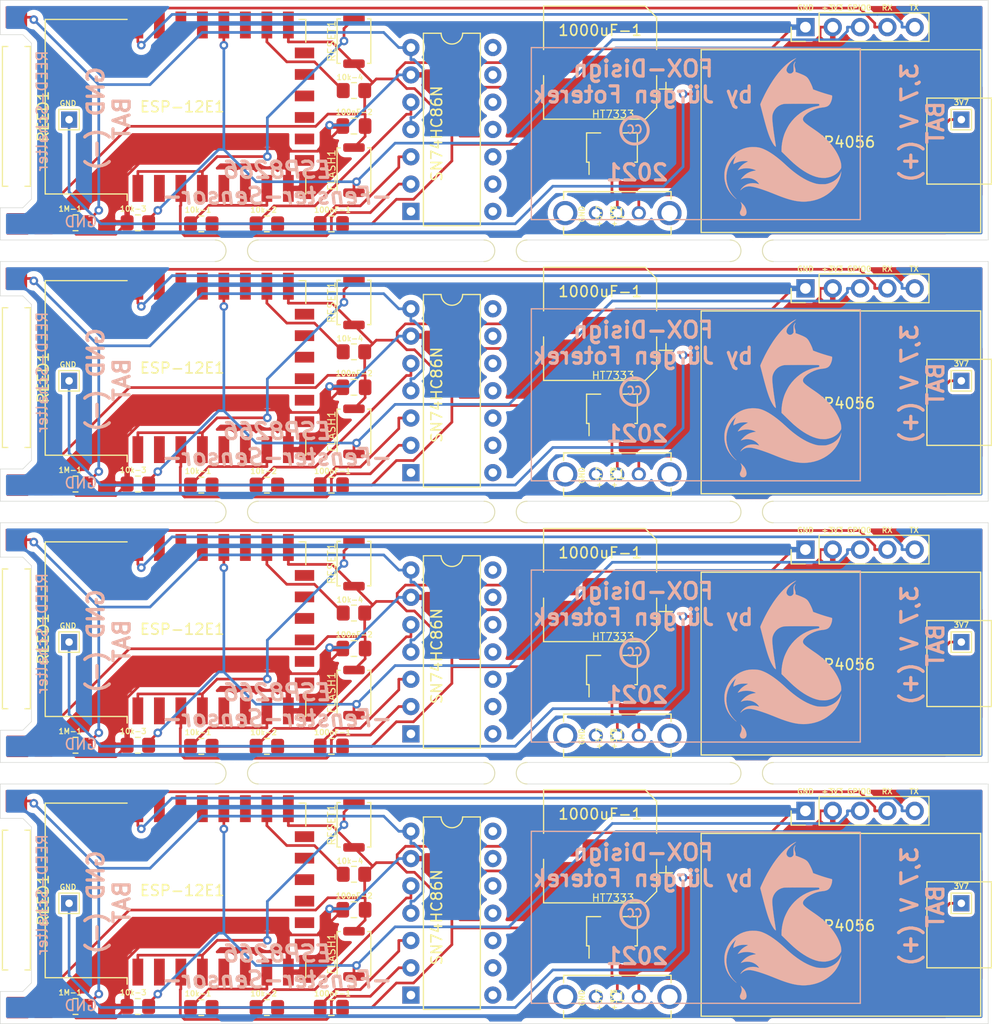
<source format=kicad_pcb>
(kicad_pcb (version 20171130) (host pcbnew 5.1.12-84ad8e8a86~92~ubuntu18.04.1)
  (layers (0 F.Cu signal) (31 B.Cu signal) (34 B.Paste user) (35 F.Paste user) (36 B.SilkS user) (37 F.SilkS user) (38 B.Mask user) (39 F.Mask user) (44 Edge.Cuts user))
  (net 0 "")
  (net 1 +3V8)
  (net 2 GND)
  (net 3 EN)
  (net 4 GPIO13)
  (net 5 GND1)
  (net 6 "Net-(ESP-12E1-Pad22)")
  (net 7 "Net-(ESP-12E1-Pad21)")
  (net 8 "Net-(ESP-12E1-Pad20)")
  (net 9 "Net-(ESP-12E1-Pad19)")
  (net 10 "Net-(ESP-12E1-Pad14)")
  (net 11 "Net-(ESP-12E1-Pad13)")
  (net 12 "Net-(ESP-12E1-Pad12)")
  (net 13 "Net-(ESP-12E1-Pad11)")
  (net 14 "Net-(ESP-12E1-Pad10)")
  (net 15 "Net-(ESP-12E1-Pad9)")
  (net 16 "Net-(ESP-12E1-Pad6)")
  (net 17 "Net-(ESP-12E1-Pad5)")
  (net 18 "Net-(ESP-12E1-Pad1)")
  (net 19 "Net-(ESP-12E1-Pad2)")
  (net 20 "Net-(100nF-1-Pad1)")
  (net 21 "Net-(10k-1-Pad2)")
  (net 22 "Net-(10k-3-Pad1)")
  (net 23 "Net-(10k-4-Pad2)")
  (net 24 "Net-(1M-1-Pad2)")
  (net 25 +3V3)
  (net 26 "Net-(ESP-12E1-Pad17)")
  (net 27 "Net-(HT7333-Pad2)")
  (net 28 "Net-(S1-Pad3)")
  (module Switch_on_off_THT:SW_EG1213 (layer F.Cu) (at 162.8 145.4 180)
    (fp_text reference S1 (at 0 0) (layer F.SilkS) (effects (font (size 0.787402 0.787402))))
    (fp_text value EG1213)
    (pad P$5 thru_hole circle (at 4.85 0 180) (size 2.25 2.25) (drill 1.5) (layers *.Cu *.Mask))
    (pad P$4 thru_hole circle (at -4.85 0 180) (size 2.25 2.25) (drill 1.5) (layers *.Cu *.Mask))
    (pad 3 thru_hole circle (at 2 0 180) (size 1.308 1.308) (drill 0.8) (layers *.Cu *.Mask) (net 28 "Net-(S1-Pad3)"))
    (pad 1 thru_hole circle (at -2 0 180) (size 1.308 1.308) (drill 0.8) (layers *.Cu *.Mask) (net 1 +3V8))
    (pad 2 thru_hole circle (at 0 0 180) (size 1.308 1.308) (drill 0.8) (layers *.Cu *.Mask) (net 27 "Net-(HT7333-Pad2)"))
  )
  (module Switch_on_off_THT:SW_EG1213 (layer F.Cu) (at 162.8 121.1 180)
    (fp_text reference S1 (at 0 0) (layer F.SilkS) (effects (font (size 0.787402 0.787402))))
    (fp_text value EG1213)
    (pad P$5 thru_hole circle (at 4.85 0 180) (size 2.25 2.25) (drill 1.5) (layers *.Cu *.Mask))
    (pad P$4 thru_hole circle (at -4.85 0 180) (size 2.25 2.25) (drill 1.5) (layers *.Cu *.Mask))
    (pad 3 thru_hole circle (at 2 0 180) (size 1.308 1.308) (drill 0.8) (layers *.Cu *.Mask) (net 28 "Net-(S1-Pad3)"))
    (pad 1 thru_hole circle (at -2 0 180) (size 1.308 1.308) (drill 0.8) (layers *.Cu *.Mask) (net 1 +3V8))
    (pad 2 thru_hole circle (at 0 0 180) (size 1.308 1.308) (drill 0.8) (layers *.Cu *.Mask) (net 27 "Net-(HT7333-Pad2)"))
  )
  (module Switch_on_off_THT:SW_EG1213 (layer F.Cu) (at 162.8 96.8 180)
    (fp_text reference S1 (at 0 0) (layer F.SilkS) (effects (font (size 0.787402 0.787402))))
    (fp_text value EG1213)
    (pad P$5 thru_hole circle (at 4.85 0 180) (size 2.25 2.25) (drill 1.5) (layers *.Cu *.Mask))
    (pad P$4 thru_hole circle (at -4.85 0 180) (size 2.25 2.25) (drill 1.5) (layers *.Cu *.Mask))
    (pad 3 thru_hole circle (at 2 0 180) (size 1.308 1.308) (drill 0.8) (layers *.Cu *.Mask) (net 28 "Net-(S1-Pad3)"))
    (pad 1 thru_hole circle (at -2 0 180) (size 1.308 1.308) (drill 0.8) (layers *.Cu *.Mask) (net 1 +3V8))
    (pad 2 thru_hole circle (at 0 0 180) (size 1.308 1.308) (drill 0.8) (layers *.Cu *.Mask) (net 27 "Net-(HT7333-Pad2)"))
  )
  (module Resistor_SMD:R_0805_2012Metric_Pad1.20x1.40mm_HandSolder (layer F.Cu) (at 138.3 134 180)
    (fp_text reference 10k-4 (at 0.38 1.233333) (layer F.SilkS) (effects (font (size 0.5 0.5) (thickness 0.1))))
    (fp_text value 10k)
    (pad 1 smd roundrect (at -1 0 180) (size 1.2 1.4) (layers F.Cu F.Paste F.Mask) (roundrect_rratio 0.2083325) (net 2 GND))
    (pad 2 smd roundrect (at 1 0 180) (size 1.2 1.4) (layers F.Cu F.Paste F.Mask) (roundrect_rratio 0.2083325) (net 23 "Net-(10k-4-Pad2)"))
  )
  (module Resistor_SMD:R_0805_2012Metric_Pad1.20x1.40mm_HandSolder (layer F.Cu) (at 138.3 109.7 180)
    (fp_text reference 10k-4 (at 0.38 1.233333) (layer F.SilkS) (effects (font (size 0.5 0.5) (thickness 0.1))))
    (fp_text value 10k)
    (pad 1 smd roundrect (at -1 0 180) (size 1.2 1.4) (layers F.Cu F.Paste F.Mask) (roundrect_rratio 0.2083325) (net 2 GND))
    (pad 2 smd roundrect (at 1 0 180) (size 1.2 1.4) (layers F.Cu F.Paste F.Mask) (roundrect_rratio 0.2083325) (net 23 "Net-(10k-4-Pad2)"))
  )
  (module Resistor_SMD:R_0805_2012Metric_Pad1.20x1.40mm_HandSolder (layer F.Cu) (at 138.3 85.4 180)
    (fp_text reference 10k-4 (at 0.38 1.233333) (layer F.SilkS) (effects (font (size 0.5 0.5) (thickness 0.1))))
    (fp_text value 10k)
    (pad 1 smd roundrect (at -1 0 180) (size 1.2 1.4) (layers F.Cu F.Paste F.Mask) (roundrect_rratio 0.2083325) (net 2 GND))
    (pad 2 smd roundrect (at 1 0 180) (size 1.2 1.4) (layers F.Cu F.Paste F.Mask) (roundrect_rratio 0.2083325) (net 23 "Net-(10k-4-Pad2)"))
  )
  (module Capacitor_SMD:C_0805_2012Metric_Pad1.18x1.45mm_HandSolder (layer F.Cu) (at 136.2 146.4)
    (fp_text reference 100nF-1 (at 0.1 -1.3) (layer F.SilkS) (effects (font (size 0.5 0.5) (thickness 0.1))))
    (fp_text value 100nF)
    (pad 1 smd roundrect (at -1.0375 0) (size 1.175 1.45) (layers F.Cu F.Paste F.Mask) (roundrect_rratio 0.2127659574468085) (net 20 "Net-(100nF-1-Pad1)"))
    (pad 2 smd roundrect (at 1.0375 0) (size 1.175 1.45) (layers F.Cu F.Paste F.Mask) (roundrect_rratio 0.2127659574468085) (net 2 GND))
  )
  (module Capacitor_SMD:C_0805_2012Metric_Pad1.18x1.45mm_HandSolder (layer F.Cu) (at 136.2 122.1)
    (fp_text reference 100nF-1 (at 0.1 -1.3) (layer F.SilkS) (effects (font (size 0.5 0.5) (thickness 0.1))))
    (fp_text value 100nF)
    (pad 1 smd roundrect (at -1.0375 0) (size 1.175 1.45) (layers F.Cu F.Paste F.Mask) (roundrect_rratio 0.2127659574468085) (net 20 "Net-(100nF-1-Pad1)"))
    (pad 2 smd roundrect (at 1.0375 0) (size 1.175 1.45) (layers F.Cu F.Paste F.Mask) (roundrect_rratio 0.2127659574468085) (net 2 GND))
  )
  (module Capacitor_SMD:C_0805_2012Metric_Pad1.18x1.45mm_HandSolder (layer F.Cu) (at 136.2 97.8)
    (fp_text reference 100nF-1 (at 0.1 -1.3) (layer F.SilkS) (effects (font (size 0.5 0.5) (thickness 0.1))))
    (fp_text value 100nF)
    (pad 1 smd roundrect (at -1.0375 0) (size 1.175 1.45) (layers F.Cu F.Paste F.Mask) (roundrect_rratio 0.2127659574468085) (net 20 "Net-(100nF-1-Pad1)"))
    (pad 2 smd roundrect (at 1.0375 0) (size 1.175 1.45) (layers F.Cu F.Paste F.Mask) (roundrect_rratio 0.2127659574468085) (net 2 GND))
  )
  (module mousebite:mouse-bite-2mm-slot (layer F.Cu) (at 175.3 124.6)
    (fp_text reference mouse-bite-2mm-slot hide)
    (fp_text value VAL** hide)
    (pad "" np_thru_hole circle (at 0 -0.75) (size 0.5 0.5) (drill 0.5) (layers *.Cu *.Mask))
    (pad "" np_thru_hole circle (at 0 0.75) (size 0.5 0.5) (drill 0.5) (layers *.Cu *.Mask))
    (pad "" np_thru_hole circle (at 0.75 -0.75) (size 0.5 0.5) (drill 0.5) (layers *.Cu *.Mask))
    (pad "" np_thru_hole circle (at -0.75 -0.75) (size 0.5 0.5) (drill 0.5) (layers *.Cu *.Mask))
    (pad "" np_thru_hole circle (at -0.75 0.75) (size 0.5 0.5) (drill 0.5) (layers *.Cu *.Mask))
    (pad "" np_thru_hole circle (at 0.75 0.75) (size 0.5 0.5) (drill 0.5) (layers *.Cu *.Mask))
  )
  (module mousebite:mouse-bite-2mm-slot (layer F.Cu) (at 175.3 100.3)
    (fp_text reference mouse-bite-2mm-slot hide)
    (fp_text value VAL** hide)
    (pad "" np_thru_hole circle (at 0 -0.75) (size 0.5 0.5) (drill 0.5) (layers *.Cu *.Mask))
    (pad "" np_thru_hole circle (at 0 0.75) (size 0.5 0.5) (drill 0.5) (layers *.Cu *.Mask))
    (pad "" np_thru_hole circle (at 0.75 -0.75) (size 0.5 0.5) (drill 0.5) (layers *.Cu *.Mask))
    (pad "" np_thru_hole circle (at -0.75 -0.75) (size 0.5 0.5) (drill 0.5) (layers *.Cu *.Mask))
    (pad "" np_thru_hole circle (at -0.75 0.75) (size 0.5 0.5) (drill 0.5) (layers *.Cu *.Mask))
    (pad "" np_thru_hole circle (at 0.75 0.75) (size 0.5 0.5) (drill 0.5) (layers *.Cu *.Mask))
  )
  (module Resistor_SMD:R_0805_2012Metric_Pad1.20x1.40mm_HandSolder (layer F.Cu) (at 124.1 146.4)
    (fp_text reference 10k-1 (at -0.3 -1.3) (layer F.SilkS) (effects (font (size 0.5 0.5) (thickness 0.1))))
    (fp_text value 10k)
    (pad 2 smd roundrect (at 1 0) (size 1.2 1.4) (layers F.Cu F.Paste F.Mask) (roundrect_rratio 0.2083325) (net 21 "Net-(10k-1-Pad2)"))
    (pad 1 smd roundrect (at -1 0) (size 1.2 1.4) (layers F.Cu F.Paste F.Mask) (roundrect_rratio 0.2083325) (net 4 GPIO13))
  )
  (module Resistor_SMD:R_0805_2012Metric_Pad1.20x1.40mm_HandSolder (layer F.Cu) (at 124.1 122.1)
    (fp_text reference 10k-1 (at -0.3 -1.3) (layer F.SilkS) (effects (font (size 0.5 0.5) (thickness 0.1))))
    (fp_text value 10k)
    (pad 2 smd roundrect (at 1 0) (size 1.2 1.4) (layers F.Cu F.Paste F.Mask) (roundrect_rratio 0.2083325) (net 21 "Net-(10k-1-Pad2)"))
    (pad 1 smd roundrect (at -1 0) (size 1.2 1.4) (layers F.Cu F.Paste F.Mask) (roundrect_rratio 0.2083325) (net 4 GPIO13))
  )
  (module Resistor_SMD:R_0805_2012Metric_Pad1.20x1.40mm_HandSolder (layer F.Cu) (at 124.1 97.8)
    (fp_text reference 10k-1 (at -0.3 -1.3) (layer F.SilkS) (effects (font (size 0.5 0.5) (thickness 0.1))))
    (fp_text value 10k)
    (pad 2 smd roundrect (at 1 0) (size 1.2 1.4) (layers F.Cu F.Paste F.Mask) (roundrect_rratio 0.2083325) (net 21 "Net-(10k-1-Pad2)"))
    (pad 1 smd roundrect (at -1 0) (size 1.2 1.4) (layers F.Cu F.Paste F.Mask) (roundrect_rratio 0.2083325) (net 4 GPIO13))
  )
  (module Mein_logo:Logo_fuchs_neu (layer B.Cu) (at 178.2 138.4 180)
    (fp_text reference G*** hide)
    (fp_text value LOGO hide)
  )
  (module Mein_logo:Logo_fuchs_neu (layer B.Cu) (at 178.2 114.1 180)
    (fp_text reference G*** hide)
    (fp_text value LOGO hide)
  )
  (module Mein_logo:Logo_fuchs_neu (layer B.Cu) (at 178.2 89.8 180)
    (fp_text reference G*** hide)
    (fp_text value LOGO hide)
  )
  (module Resistor_SMD:R_0805_2012Metric_Pad1.20x1.40mm_HandSolder (layer F.Cu) (at 130.2 146.4 180)
    (fp_text reference 10k-2 (at 0.3 1.3) (layer F.SilkS) (effects (font (size 0.5 0.5) (thickness 0.1))))
    (fp_text value 10k)
    (pad 2 smd roundrect (at 1 0 180) (size 1.2 1.4) (layers F.Cu F.Paste F.Mask) (roundrect_rratio 0.2083325) (net 21 "Net-(10k-1-Pad2)"))
    (pad 1 smd roundrect (at -1 0 180) (size 1.2 1.4) (layers F.Cu F.Paste F.Mask) (roundrect_rratio 0.2083325) (net 20 "Net-(100nF-1-Pad1)"))
  )
  (module Resistor_SMD:R_0805_2012Metric_Pad1.20x1.40mm_HandSolder (layer F.Cu) (at 130.2 122.1 180)
    (fp_text reference 10k-2 (at 0.3 1.3) (layer F.SilkS) (effects (font (size 0.5 0.5) (thickness 0.1))))
    (fp_text value 10k)
    (pad 2 smd roundrect (at 1 0 180) (size 1.2 1.4) (layers F.Cu F.Paste F.Mask) (roundrect_rratio 0.2083325) (net 21 "Net-(10k-1-Pad2)"))
    (pad 1 smd roundrect (at -1 0 180) (size 1.2 1.4) (layers F.Cu F.Paste F.Mask) (roundrect_rratio 0.2083325) (net 20 "Net-(100nF-1-Pad1)"))
  )
  (module Resistor_SMD:R_0805_2012Metric_Pad1.20x1.40mm_HandSolder (layer F.Cu) (at 130.2 97.8 180)
    (fp_text reference 10k-2 (at 0.3 1.3) (layer F.SilkS) (effects (font (size 0.5 0.5) (thickness 0.1))))
    (fp_text value 10k)
    (pad 2 smd roundrect (at 1 0 180) (size 1.2 1.4) (layers F.Cu F.Paste F.Mask) (roundrect_rratio 0.2083325) (net 21 "Net-(10k-1-Pad2)"))
    (pad 1 smd roundrect (at -1 0 180) (size 1.2 1.4) (layers F.Cu F.Paste F.Mask) (roundrect_rratio 0.2083325) (net 20 "Net-(100nF-1-Pad1)"))
  )
  (module Package_DIP:DIP-14_W7.62mm (layer F.Cu) (at 143.6 130)
    (fp_text reference U3 hide)
    (fp_text value 74HC86)
    (pad 1 thru_hole oval (at 0 0) (size 1.6 1.6) (drill 0.8) (layers *.Cu *.Mask) (net 24 "Net-(1M-1-Pad2)"))
    (pad 8 thru_hole oval (at 7.62 15.24) (size 1.6 1.6) (drill 0.8) (layers *.Cu *.Mask))
    (pad 2 thru_hole oval (at 0 2.54) (size 1.6 1.6) (drill 0.8) (layers *.Cu *.Mask) (net 25 +3V3))
    (pad 9 thru_hole oval (at 7.62 12.7) (size 1.6 1.6) (drill 0.8) (layers *.Cu *.Mask))
    (pad 3 thru_hole oval (at 0 5.08) (size 1.6 1.6) (drill 0.8) (layers *.Cu *.Mask) (net 21 "Net-(10k-1-Pad2)"))
    (pad 10 thru_hole oval (at 7.62 10.16) (size 1.6 1.6) (drill 0.8) (layers *.Cu *.Mask))
    (pad 4 thru_hole oval (at 0 7.62) (size 1.6 1.6) (drill 0.8) (layers *.Cu *.Mask) (net 24 "Net-(1M-1-Pad2)"))
    (pad 11 thru_hole oval (at 7.62 7.62) (size 1.6 1.6) (drill 0.8) (layers *.Cu *.Mask))
    (pad 5 thru_hole oval (at 0 10.16) (size 1.6 1.6) (drill 0.8) (layers *.Cu *.Mask) (net 20 "Net-(100nF-1-Pad1)"))
    (pad 12 thru_hole oval (at 7.62 5.08) (size 1.6 1.6) (drill 0.8) (layers *.Cu *.Mask))
    (pad 6 thru_hole oval (at 0 12.7) (size 1.6 1.6) (drill 0.8) (layers *.Cu *.Mask) (net 3 EN))
    (pad 13 thru_hole oval (at 7.62 2.54) (size 1.6 1.6) (drill 0.8) (layers *.Cu *.Mask))
    (pad 7 thru_hole rect (at 0 15.24) (size 1.6 1.6) (drill 0.8) (layers *.Cu *.Mask))
    (pad 14 thru_hole oval (at 7.62 0) (size 1.6 1.6) (drill 0.8) (layers *.Cu *.Mask))
  )
  (module Package_DIP:DIP-14_W7.62mm (layer F.Cu) (at 143.6 105.7)
    (fp_text reference U3 hide)
    (fp_text value 74HC86)
    (pad 1 thru_hole oval (at 0 0) (size 1.6 1.6) (drill 0.8) (layers *.Cu *.Mask) (net 24 "Net-(1M-1-Pad2)"))
    (pad 8 thru_hole oval (at 7.62 15.24) (size 1.6 1.6) (drill 0.8) (layers *.Cu *.Mask))
    (pad 2 thru_hole oval (at 0 2.54) (size 1.6 1.6) (drill 0.8) (layers *.Cu *.Mask) (net 25 +3V3))
    (pad 9 thru_hole oval (at 7.62 12.7) (size 1.6 1.6) (drill 0.8) (layers *.Cu *.Mask))
    (pad 3 thru_hole oval (at 0 5.08) (size 1.6 1.6) (drill 0.8) (layers *.Cu *.Mask) (net 21 "Net-(10k-1-Pad2)"))
    (pad 10 thru_hole oval (at 7.62 10.16) (size 1.6 1.6) (drill 0.8) (layers *.Cu *.Mask))
    (pad 4 thru_hole oval (at 0 7.62) (size 1.6 1.6) (drill 0.8) (layers *.Cu *.Mask) (net 24 "Net-(1M-1-Pad2)"))
    (pad 11 thru_hole oval (at 7.62 7.62) (size 1.6 1.6) (drill 0.8) (layers *.Cu *.Mask))
    (pad 5 thru_hole oval (at 0 10.16) (size 1.6 1.6) (drill 0.8) (layers *.Cu *.Mask) (net 20 "Net-(100nF-1-Pad1)"))
    (pad 12 thru_hole oval (at 7.62 5.08) (size 1.6 1.6) (drill 0.8) (layers *.Cu *.Mask))
    (pad 6 thru_hole oval (at 0 12.7) (size 1.6 1.6) (drill 0.8) (layers *.Cu *.Mask) (net 3 EN))
    (pad 13 thru_hole oval (at 7.62 2.54) (size 1.6 1.6) (drill 0.8) (layers *.Cu *.Mask))
    (pad 7 thru_hole rect (at 0 15.24) (size 1.6 1.6) (drill 0.8) (layers *.Cu *.Mask))
    (pad 14 thru_hole oval (at 7.62 0) (size 1.6 1.6) (drill 0.8) (layers *.Cu *.Mask))
  )
  (module Package_DIP:DIP-14_W7.62mm (layer F.Cu) (at 143.6 81.4)
    (fp_text reference U3 hide)
    (fp_text value 74HC86)
    (pad 1 thru_hole oval (at 0 0) (size 1.6 1.6) (drill 0.8) (layers *.Cu *.Mask) (net 24 "Net-(1M-1-Pad2)"))
    (pad 8 thru_hole oval (at 7.62 15.24) (size 1.6 1.6) (drill 0.8) (layers *.Cu *.Mask))
    (pad 2 thru_hole oval (at 0 2.54) (size 1.6 1.6) (drill 0.8) (layers *.Cu *.Mask) (net 25 +3V3))
    (pad 9 thru_hole oval (at 7.62 12.7) (size 1.6 1.6) (drill 0.8) (layers *.Cu *.Mask))
    (pad 3 thru_hole oval (at 0 5.08) (size 1.6 1.6) (drill 0.8) (layers *.Cu *.Mask) (net 21 "Net-(10k-1-Pad2)"))
    (pad 10 thru_hole oval (at 7.62 10.16) (size 1.6 1.6) (drill 0.8) (layers *.Cu *.Mask))
    (pad 4 thru_hole oval (at 0 7.62) (size 1.6 1.6) (drill 0.8) (layers *.Cu *.Mask) (net 24 "Net-(1M-1-Pad2)"))
    (pad 11 thru_hole oval (at 7.62 7.62) (size 1.6 1.6) (drill 0.8) (layers *.Cu *.Mask))
    (pad 5 thru_hole oval (at 0 10.16) (size 1.6 1.6) (drill 0.8) (layers *.Cu *.Mask) (net 20 "Net-(100nF-1-Pad1)"))
    (pad 12 thru_hole oval (at 7.62 5.08) (size 1.6 1.6) (drill 0.8) (layers *.Cu *.Mask))
    (pad 6 thru_hole oval (at 0 12.7) (size 1.6 1.6) (drill 0.8) (layers *.Cu *.Mask) (net 3 EN))
    (pad 13 thru_hole oval (at 7.62 2.54) (size 1.6 1.6) (drill 0.8) (layers *.Cu *.Mask))
    (pad 7 thru_hole rect (at 0 15.24) (size 1.6 1.6) (drill 0.8) (layers *.Cu *.Mask))
    (pad 14 thru_hole oval (at 7.62 0) (size 1.6 1.6) (drill 0.8) (layers *.Cu *.Mask))
  )
  (module freetronics_footprints:LOGO_CC_2.8mm (layer B.Cu) (at 164.4 137.7)
    (fp_text reference LOGO_CC hide)
    (fp_text value VAL** hide)
    (fp_text user CC (at 0 -0.075) (layer B.SilkS) (effects (font (size 0.75 0.72) (thickness 0.16)) (justify mirror)))
  )
  (module freetronics_footprints:LOGO_CC_2.8mm (layer B.Cu) (at 164.4 113.4)
    (fp_text reference LOGO_CC hide)
    (fp_text value VAL** hide)
    (fp_text user CC (at 0 -0.075) (layer B.SilkS) (effects (font (size 0.75 0.72) (thickness 0.16)) (justify mirror)))
  )
  (module freetronics_footprints:LOGO_CC_2.8mm (layer B.Cu) (at 164.4 89.1)
    (fp_text reference LOGO_CC hide)
    (fp_text value VAL** hide)
    (fp_text user CC (at 0 -0.075) (layer B.SilkS) (effects (font (size 0.75 0.72) (thickness 0.16)) (justify mirror)))
  )
  (module Connector_PinHeader_2.54mm:PinHeader_1x05_P2.54mm_Vertical (layer F.Cu) (at 180.3 128.1 90)
    (fp_text reference J1 hide)
    (fp_text value Conn_01x05_Male)
    (pad 1 thru_hole rect (at 0 0 90) (size 1.7 1.7) (drill 1) (layers *.Cu *.Mask) (net 2 GND))
    (pad 2 thru_hole oval (at 0 2.54 90) (size 1.7 1.7) (drill 1) (layers *.Cu *.Mask) (net 25 +3V3))
    (pad 3 thru_hole oval (at 0 5.08 90) (size 1.7 1.7) (drill 1) (layers *.Cu *.Mask) (net 22 "Net-(10k-3-Pad1)"))
    (pad 4 thru_hole oval (at 0 7.62 90) (size 1.7 1.7) (drill 1) (layers *.Cu *.Mask) (net 7 "Net-(ESP-12E1-Pad21)"))
    (pad 5 thru_hole oval (at 0 10.16 90) (size 1.7 1.7) (drill 1) (layers *.Cu *.Mask) (net 6 "Net-(ESP-12E1-Pad22)"))
  )
  (module Connector_PinHeader_2.54mm:PinHeader_1x05_P2.54mm_Vertical (layer F.Cu) (at 180.3 103.8 90)
    (fp_text reference J1 hide)
    (fp_text value Conn_01x05_Male)
    (pad 1 thru_hole rect (at 0 0 90) (size 1.7 1.7) (drill 1) (layers *.Cu *.Mask) (net 2 GND))
    (pad 2 thru_hole oval (at 0 2.54 90) (size 1.7 1.7) (drill 1) (layers *.Cu *.Mask) (net 25 +3V3))
    (pad 3 thru_hole oval (at 0 5.08 90) (size 1.7 1.7) (drill 1) (layers *.Cu *.Mask) (net 22 "Net-(10k-3-Pad1)"))
    (pad 4 thru_hole oval (at 0 7.62 90) (size 1.7 1.7) (drill 1) (layers *.Cu *.Mask) (net 7 "Net-(ESP-12E1-Pad21)"))
    (pad 5 thru_hole oval (at 0 10.16 90) (size 1.7 1.7) (drill 1) (layers *.Cu *.Mask) (net 6 "Net-(ESP-12E1-Pad22)"))
  )
  (module Connector_PinHeader_2.54mm:PinHeader_1x05_P2.54mm_Vertical (layer F.Cu) (at 180.3 79.5 90)
    (fp_text reference J1 hide)
    (fp_text value Conn_01x05_Male)
    (pad 1 thru_hole rect (at 0 0 90) (size 1.7 1.7) (drill 1) (layers *.Cu *.Mask) (net 2 GND))
    (pad 2 thru_hole oval (at 0 2.54 90) (size 1.7 1.7) (drill 1) (layers *.Cu *.Mask) (net 25 +3V3))
    (pad 3 thru_hole oval (at 0 5.08 90) (size 1.7 1.7) (drill 1) (layers *.Cu *.Mask) (net 22 "Net-(10k-3-Pad1)"))
    (pad 4 thru_hole oval (at 0 7.62 90) (size 1.7 1.7) (drill 1) (layers *.Cu *.Mask) (net 7 "Net-(ESP-12E1-Pad21)"))
    (pad 5 thru_hole oval (at 0 10.16 90) (size 1.7 1.7) (drill 1) (layers *.Cu *.Mask) (net 6 "Net-(ESP-12E1-Pad22)"))
  )
  (module TestPoint:TestPoint_THTPad_1.5x1.5mm_Drill0.7mm (layer F.Cu) (at 194.8 136.7)
    (fp_text reference 3V7 (at 0 -1.6) (layer F.SilkS) (effects (font (size 0.5 0.5) (thickness 0.1))))
    (fp_text value TestPoint_THTPad_1.5x1.5mm_Drill0.7mm)
    (pad 1 thru_hole rect (at 0 0) (size 1.5 1.5) (drill 0.7) (layers *.Cu *.Mask) (net 1 +3V8))
  )
  (module TestPoint:TestPoint_THTPad_1.5x1.5mm_Drill0.7mm (layer F.Cu) (at 194.8 112.4)
    (fp_text reference 3V7 (at 0 -1.6) (layer F.SilkS) (effects (font (size 0.5 0.5) (thickness 0.1))))
    (fp_text value TestPoint_THTPad_1.5x1.5mm_Drill0.7mm)
    (pad 1 thru_hole rect (at 0 0) (size 1.5 1.5) (drill 0.7) (layers *.Cu *.Mask) (net 1 +3V8))
  )
  (module TestPoint:TestPoint_THTPad_1.5x1.5mm_Drill0.7mm (layer F.Cu) (at 194.8 88.1)
    (fp_text reference 3V7 (at 0 -1.6) (layer F.SilkS) (effects (font (size 0.5 0.5) (thickness 0.1))))
    (fp_text value TestPoint_THTPad_1.5x1.5mm_Drill0.7mm)
    (pad 1 thru_hole rect (at 0 0) (size 1.5 1.5) (drill 0.7) (layers *.Cu *.Mask) (net 1 +3V8))
  )
  (module RF_Module:ESP-12E (layer F.Cu) (at 121.7 135.5 90)
    (fp_text reference ESP-12E1 (at -0.01 0.63 180) (layer F.SilkS))
    (fp_text value ESP-12E)
    (pad 1 smd rect (at -7.6 -3.5 90) (size 2.5 1) (layers F.Cu F.Paste F.Mask) (net 18 "Net-(ESP-12E1-Pad1)"))
    (pad 2 smd rect (at -7.6 -1.5 90) (size 2.5 1) (layers F.Cu F.Paste F.Mask) (net 19 "Net-(ESP-12E1-Pad2)"))
    (pad 3 smd rect (at -7.6 0.5 90) (size 2.5 1) (layers F.Cu F.Paste F.Mask) (net 3 EN))
    (pad 4 smd rect (at -7.6 2.5 90) (size 2.5 1) (layers F.Cu F.Paste F.Mask) (net 18 "Net-(ESP-12E1-Pad1)"))
    (pad 5 smd rect (at -7.6 4.5 90) (size 2.5 1) (layers F.Cu F.Paste F.Mask) (net 17 "Net-(ESP-12E1-Pad5)"))
    (pad 6 smd rect (at -7.6 6.5 90) (size 2.5 1) (layers F.Cu F.Paste F.Mask) (net 16 "Net-(ESP-12E1-Pad6)"))
    (pad 7 smd rect (at -7.6 8.5 90) (size 2.5 1) (layers F.Cu F.Paste F.Mask) (net 4 GPIO13))
    (pad 8 smd rect (at -7.6 10.5 90) (size 2.5 1) (layers F.Cu F.Paste F.Mask) (net 25 +3V3))
    (pad 9 smd rect (at -5 12 90) (size 1 1.8) (layers F.Cu F.Paste F.Mask) (net 15 "Net-(ESP-12E1-Pad9)"))
    (pad 10 smd rect (at -3 12 90) (size 1 1.8) (layers F.Cu F.Paste F.Mask) (net 14 "Net-(ESP-12E1-Pad10)"))
    (pad 11 smd rect (at -1 12 90) (size 1 1.8) (layers F.Cu F.Paste F.Mask) (net 13 "Net-(ESP-12E1-Pad11)"))
    (pad 12 smd rect (at 1 12 90) (size 1 1.8) (layers F.Cu F.Paste F.Mask) (net 12 "Net-(ESP-12E1-Pad12)"))
    (pad 13 smd rect (at 3 12 90) (size 1 1.8) (layers F.Cu F.Paste F.Mask) (net 11 "Net-(ESP-12E1-Pad13)"))
    (pad 14 smd rect (at 5 12 90) (size 1 1.8) (layers F.Cu F.Paste F.Mask) (net 10 "Net-(ESP-12E1-Pad14)"))
    (pad 15 smd rect (at 7.6 10.5 90) (size 2.5 1) (layers F.Cu F.Paste F.Mask) (net 2 GND))
    (pad 16 smd rect (at 7.6 8.5 90) (size 2.5 1) (layers F.Cu F.Paste F.Mask) (net 23 "Net-(10k-4-Pad2)"))
    (pad 17 smd rect (at 7.6 6.5 90) (size 2.5 1) (layers F.Cu F.Paste F.Mask) (net 26 "Net-(ESP-12E1-Pad17)"))
    (pad 18 smd rect (at 7.6 4.5 90) (size 2.5 1) (layers F.Cu F.Paste F.Mask) (net 22 "Net-(10k-3-Pad1)"))
    (pad 19 smd rect (at 7.6 2.5 90) (size 2.5 1) (layers F.Cu F.Paste F.Mask) (net 9 "Net-(ESP-12E1-Pad19)"))
    (pad 20 smd rect (at 7.6 0.5 90) (size 2.5 1) (layers F.Cu F.Paste F.Mask) (net 8 "Net-(ESP-12E1-Pad20)"))
    (pad 21 smd rect (at 7.6 -1.5 90) (size 2.5 1) (layers F.Cu F.Paste F.Mask) (net 7 "Net-(ESP-12E1-Pad21)"))
    (pad 22 smd rect (at 7.6 -3.5 90) (size 2.5 1) (layers F.Cu F.Paste F.Mask) (net 6 "Net-(ESP-12E1-Pad22)"))
  )
  (module RF_Module:ESP-12E (layer F.Cu) (at 121.7 111.2 90)
    (fp_text reference ESP-12E1 (at -0.01 0.63 180) (layer F.SilkS))
    (fp_text value ESP-12E)
    (pad 1 smd rect (at -7.6 -3.5 90) (size 2.5 1) (layers F.Cu F.Paste F.Mask) (net 18 "Net-(ESP-12E1-Pad1)"))
    (pad 2 smd rect (at -7.6 -1.5 90) (size 2.5 1) (layers F.Cu F.Paste F.Mask) (net 19 "Net-(ESP-12E1-Pad2)"))
    (pad 3 smd rect (at -7.6 0.5 90) (size 2.5 1) (layers F.Cu F.Paste F.Mask) (net 3 EN))
    (pad 4 smd rect (at -7.6 2.5 90) (size 2.5 1) (layers F.Cu F.Paste F.Mask) (net 18 "Net-(ESP-12E1-Pad1)"))
    (pad 5 smd rect (at -7.6 4.5 90) (size 2.5 1) (layers F.Cu F.Paste F.Mask) (net 17 "Net-(ESP-12E1-Pad5)"))
    (pad 6 smd rect (at -7.6 6.5 90) (size 2.5 1) (layers F.Cu F.Paste F.Mask) (net 16 "Net-(ESP-12E1-Pad6)"))
    (pad 7 smd rect (at -7.6 8.5 90) (size 2.5 1) (layers F.Cu F.Paste F.Mask) (net 4 GPIO13))
    (pad 8 smd rect (at -7.6 10.5 90) (size 2.5 1) (layers F.Cu F.Paste F.Mask) (net 25 +3V3))
    (pad 9 smd rect (at -5 12 90) (size 1 1.8) (layers F.Cu F.Paste F.Mask) (net 15 "Net-(ESP-12E1-Pad9)"))
    (pad 10 smd rect (at -3 12 90) (size 1 1.8) (layers F.Cu F.Paste F.Mask) (net 14 "Net-(ESP-12E1-Pad10)"))
    (pad 11 smd rect (at -1 12 90) (size 1 1.8) (layers F.Cu F.Paste F.Mask) (net 13 "Net-(ESP-12E1-Pad11)"))
    (pad 12 smd rect (at 1 12 90) (size 1 1.8) (layers F.Cu F.Paste F.Mask) (net 12 "Net-(ESP-12E1-Pad12)"))
    (pad 13 smd rect (at 3 12 90) (size 1 1.8) (layers F.Cu F.Paste F.Mask) (net 11 "Net-(ESP-12E1-Pad13)"))
    (pad 14 smd rect (at 5 12 90) (size 1 1.8) (layers F.Cu F.Paste F.Mask) (net 10 "Net-(ESP-12E1-Pad14)"))
    (pad 15 smd rect (at 7.6 10.5 90) (size 2.5 1) (layers F.Cu F.Paste F.Mask) (net 2 GND))
    (pad 16 smd rect (at 7.6 8.5 90) (size 2.5 1) (layers F.Cu F.Paste F.Mask) (net 23 "Net-(10k-4-Pad2)"))
    (pad 17 smd rect (at 7.6 6.5 90) (size 2.5 1) (layers F.Cu F.Paste F.Mask) (net 26 "Net-(ESP-12E1-Pad17)"))
    (pad 18 smd rect (at 7.6 4.5 90) (size 2.5 1) (layers F.Cu F.Paste F.Mask) (net 22 "Net-(10k-3-Pad1)"))
    (pad 19 smd rect (at 7.6 2.5 90) (size 2.5 1) (layers F.Cu F.Paste F.Mask) (net 9 "Net-(ESP-12E1-Pad19)"))
    (pad 20 smd rect (at 7.6 0.5 90) (size 2.5 1) (layers F.Cu F.Paste F.Mask) (net 8 "Net-(ESP-12E1-Pad20)"))
    (pad 21 smd rect (at 7.6 -1.5 90) (size 2.5 1) (layers F.Cu F.Paste F.Mask) (net 7 "Net-(ESP-12E1-Pad21)"))
    (pad 22 smd rect (at 7.6 -3.5 90) (size 2.5 1) (layers F.Cu F.Paste F.Mask) (net 6 "Net-(ESP-12E1-Pad22)"))
  )
  (module RF_Module:ESP-12E (layer F.Cu) (at 121.7 86.9 90)
    (fp_text reference ESP-12E1 (at -0.01 0.63 180) (layer F.SilkS))
    (fp_text value ESP-12E)
    (pad 1 smd rect (at -7.6 -3.5 90) (size 2.5 1) (layers F.Cu F.Paste F.Mask) (net 18 "Net-(ESP-12E1-Pad1)"))
    (pad 2 smd rect (at -7.6 -1.5 90) (size 2.5 1) (layers F.Cu F.Paste F.Mask) (net 19 "Net-(ESP-12E1-Pad2)"))
    (pad 3 smd rect (at -7.6 0.5 90) (size 2.5 1) (layers F.Cu F.Paste F.Mask) (net 3 EN))
    (pad 4 smd rect (at -7.6 2.5 90) (size 2.5 1) (layers F.Cu F.Paste F.Mask) (net 18 "Net-(ESP-12E1-Pad1)"))
    (pad 5 smd rect (at -7.6 4.5 90) (size 2.5 1) (layers F.Cu F.Paste F.Mask) (net 17 "Net-(ESP-12E1-Pad5)"))
    (pad 6 smd rect (at -7.6 6.5 90) (size 2.5 1) (layers F.Cu F.Paste F.Mask) (net 16 "Net-(ESP-12E1-Pad6)"))
    (pad 7 smd rect (at -7.6 8.5 90) (size 2.5 1) (layers F.Cu F.Paste F.Mask) (net 4 GPIO13))
    (pad 8 smd rect (at -7.6 10.5 90) (size 2.5 1) (layers F.Cu F.Paste F.Mask) (net 25 +3V3))
    (pad 9 smd rect (at -5 12 90) (size 1 1.8) (layers F.Cu F.Paste F.Mask) (net 15 "Net-(ESP-12E1-Pad9)"))
    (pad 10 smd rect (at -3 12 90) (size 1 1.8) (layers F.Cu F.Paste F.Mask) (net 14 "Net-(ESP-12E1-Pad10)"))
    (pad 11 smd rect (at -1 12 90) (size 1 1.8) (layers F.Cu F.Paste F.Mask) (net 13 "Net-(ESP-12E1-Pad11)"))
    (pad 12 smd rect (at 1 12 90) (size 1 1.8) (layers F.Cu F.Paste F.Mask) (net 12 "Net-(ESP-12E1-Pad12)"))
    (pad 13 smd rect (at 3 12 90) (size 1 1.8) (layers F.Cu F.Paste F.Mask) (net 11 "Net-(ESP-12E1-Pad13)"))
    (pad 14 smd rect (at 5 12 90) (size 1 1.8) (layers F.Cu F.Paste F.Mask) (net 10 "Net-(ESP-12E1-Pad14)"))
    (pad 15 smd rect (at 7.6 10.5 90) (size 2.5 1) (layers F.Cu F.Paste F.Mask) (net 2 GND))
    (pad 16 smd rect (at 7.6 8.5 90) (size 2.5 1) (layers F.Cu F.Paste F.Mask) (net 23 "Net-(10k-4-Pad2)"))
    (pad 17 smd rect (at 7.6 6.5 90) (size 2.5 1) (layers F.Cu F.Paste F.Mask) (net 26 "Net-(ESP-12E1-Pad17)"))
    (pad 18 smd rect (at 7.6 4.5 90) (size 2.5 1) (layers F.Cu F.Paste F.Mask) (net 22 "Net-(10k-3-Pad1)"))
    (pad 19 smd rect (at 7.6 2.5 90) (size 2.5 1) (layers F.Cu F.Paste F.Mask) (net 9 "Net-(ESP-12E1-Pad19)"))
    (pad 20 smd rect (at 7.6 0.5 90) (size 2.5 1) (layers F.Cu F.Paste F.Mask) (net 8 "Net-(ESP-12E1-Pad20)"))
    (pad 21 smd rect (at 7.6 -1.5 90) (size 2.5 1) (layers F.Cu F.Paste F.Mask) (net 7 "Net-(ESP-12E1-Pad21)"))
    (pad 22 smd rect (at 7.6 -3.5 90) (size 2.5 1) (layers F.Cu F.Paste F.Mask) (net 6 "Net-(ESP-12E1-Pad22)"))
  )
  (module Resistor_SMD:R_0805_2012Metric_Pad1.20x1.40mm_HandSolder (layer F.Cu) (at 118.2 146.3 180)
    (fp_text reference 10k-3 (at 0.433333 1.3) (layer F.SilkS) (effects (font (size 0.5 0.5) (thickness 0.1))))
    (fp_text value 10k)
    (pad 1 smd roundrect (at -1 0 180) (size 1.2 1.4) (layers F.Cu F.Paste F.Mask) (roundrect_rratio 0.2083325) (net 22 "Net-(10k-3-Pad1)"))
    (pad 2 smd roundrect (at 1 0 180) (size 1.2 1.4) (layers F.Cu F.Paste F.Mask) (roundrect_rratio 0.2083325) (net 25 +3V3))
  )
  (module Resistor_SMD:R_0805_2012Metric_Pad1.20x1.40mm_HandSolder (layer F.Cu) (at 118.2 122 180)
    (fp_text reference 10k-3 (at 0.433333 1.3) (layer F.SilkS) (effects (font (size 0.5 0.5) (thickness 0.1))))
    (fp_text value 10k)
    (pad 1 smd roundrect (at -1 0 180) (size 1.2 1.4) (layers F.Cu F.Paste F.Mask) (roundrect_rratio 0.2083325) (net 22 "Net-(10k-3-Pad1)"))
    (pad 2 smd roundrect (at 1 0 180) (size 1.2 1.4) (layers F.Cu F.Paste F.Mask) (roundrect_rratio 0.2083325) (net 25 +3V3))
  )
  (module Resistor_SMD:R_0805_2012Metric_Pad1.20x1.40mm_HandSolder (layer F.Cu) (at 118.2 97.7 180)
    (fp_text reference 10k-3 (at 0.433333 1.3) (layer F.SilkS) (effects (font (size 0.5 0.5) (thickness 0.1))))
    (fp_text value 10k)
    (pad 1 smd roundrect (at -1 0 180) (size 1.2 1.4) (layers F.Cu F.Paste F.Mask) (roundrect_rratio 0.2083325) (net 22 "Net-(10k-3-Pad1)"))
    (pad 2 smd roundrect (at 1 0 180) (size 1.2 1.4) (layers F.Cu F.Paste F.Mask) (roundrect_rratio 0.2083325) (net 25 +3V3))
  )
  (module Button_Switch_SMD:SW_SPST_REED_CT10-XXXX-G4 (layer F.Cu) (at 106.9 136.4 90)
    (fp_text reference REED1 (at 0 2.5 90) (layer F.SilkS))
    (fp_text value SW_Reed)
    (pad 2 smd rect (at 9.22 0 90) (size 2 2) (layers F.Cu F.Paste F.Mask) (net 24 "Net-(1M-1-Pad2)"))
    (pad 1 smd rect (at -10 0.1 90) (size 2 2) (layers F.Cu F.Paste F.Mask) (net 2 GND))
  )
  (module Button_Switch_SMD:SW_SPST_REED_CT10-XXXX-G4 (layer F.Cu) (at 106.9 112.1 90)
    (fp_text reference REED1 (at 0 2.5 90) (layer F.SilkS))
    (fp_text value SW_Reed)
    (pad 2 smd rect (at 9.22 0 90) (size 2 2) (layers F.Cu F.Paste F.Mask) (net 24 "Net-(1M-1-Pad2)"))
    (pad 1 smd rect (at -10 0.1 90) (size 2 2) (layers F.Cu F.Paste F.Mask) (net 2 GND))
  )
  (module Button_Switch_SMD:SW_SPST_REED_CT10-XXXX-G4 (layer F.Cu) (at 106.9 87.8 90)
    (fp_text reference REED1 (at 0 2.5 90) (layer F.SilkS))
    (fp_text value SW_Reed)
    (pad 2 smd rect (at 9.22 0 90) (size 2 2) (layers F.Cu F.Paste F.Mask) (net 24 "Net-(1M-1-Pad2)"))
    (pad 1 smd rect (at -10 0.1 90) (size 2 2) (layers F.Cu F.Paste F.Mask) (net 2 GND))
  )
  (module TestPoint:TestPoint_THTPad_1.5x1.5mm_Drill0.7mm (layer F.Cu) (at 111.8 136.7)
    (fp_text reference GND (at -0.1 -1.5) (layer F.SilkS) (effects (font (size 0.5 0.5) (thickness 0.1))))
    (fp_text value TestPoint_THTPad_1.5x1.5mm_Drill0.7mm)
    (pad 1 thru_hole rect (at 0 0) (size 1.5 1.5) (drill 0.7) (layers *.Cu *.Mask) (net 5 GND1))
  )
  (module TestPoint:TestPoint_THTPad_1.5x1.5mm_Drill0.7mm (layer F.Cu) (at 111.8 112.4)
    (fp_text reference GND (at -0.1 -1.5) (layer F.SilkS) (effects (font (size 0.5 0.5) (thickness 0.1))))
    (fp_text value TestPoint_THTPad_1.5x1.5mm_Drill0.7mm)
    (pad 1 thru_hole rect (at 0 0) (size 1.5 1.5) (drill 0.7) (layers *.Cu *.Mask) (net 5 GND1))
  )
  (module TestPoint:TestPoint_THTPad_1.5x1.5mm_Drill0.7mm (layer F.Cu) (at 111.8 88.1)
    (fp_text reference GND (at -0.1 -1.5) (layer F.SilkS) (effects (font (size 0.5 0.5) (thickness 0.1))))
    (fp_text value TestPoint_THTPad_1.5x1.5mm_Drill0.7mm)
    (pad 1 thru_hole rect (at 0 0) (size 1.5 1.5) (drill 0.7) (layers *.Cu *.Mask) (net 5 GND1))
  )
  (module Package_TO_SOT_SMD:SOT-89-3 (layer F.Cu) (at 162.3 139.6 90)
    (fp_text reference HT7333 (at 3.4 0.1 180) (layer F.SilkS) (effects (font (size 0.7 0.7) (thickness 0.1))))
    (fp_text value HT75xx-1-SOT89)
    (pad 1 smd rect (at -1.65 -1.5 90) (size 1.3 0.9) (layers F.Cu F.Paste F.Mask) (net 2 GND))
    (pad 3 smd rect (at -1.65 1.5 90) (size 1.3 0.9) (layers F.Cu F.Paste F.Mask) (net 25 +3V3))
    (pad 2 smd custom (at -1.5625 0 90) (size 1.475 0.9) (layers F.Cu F.Paste F.Mask) (net 27 "Net-(HT7333-Pad2)") (options (clearance outline) (anchor rect)) (primitives (gr_poly (pts (xy 0.7375 -0.8665) (xy 3.8625 -0.8665) (xy 3.8625 0.8665) (xy 0.7375 0.8665)) (width 0))))
  )
  (module Package_TO_SOT_SMD:SOT-89-3 (layer F.Cu) (at 162.3 115.3 90)
    (fp_text reference HT7333 (at 3.4 0.1 180) (layer F.SilkS) (effects (font (size 0.7 0.7) (thickness 0.1))))
    (fp_text value HT75xx-1-SOT89)
    (pad 1 smd rect (at -1.65 -1.5 90) (size 1.3 0.9) (layers F.Cu F.Paste F.Mask) (net 2 GND))
    (pad 3 smd rect (at -1.65 1.5 90) (size 1.3 0.9) (layers F.Cu F.Paste F.Mask) (net 25 +3V3))
    (pad 2 smd custom (at -1.5625 0 90) (size 1.475 0.9) (layers F.Cu F.Paste F.Mask) (net 27 "Net-(HT7333-Pad2)") (options (clearance outline) (anchor rect)) (primitives (gr_poly (pts (xy 0.7375 -0.8665) (xy 3.8625 -0.8665) (xy 3.8625 0.8665) (xy 0.7375 0.8665)) (width 0))))
  )
  (module Package_TO_SOT_SMD:SOT-89-3 (layer F.Cu) (at 162.3 91 90)
    (fp_text reference HT7333 (at 3.4 0.1 180) (layer F.SilkS) (effects (font (size 0.7 0.7) (thickness 0.1))))
    (fp_text value HT75xx-1-SOT89)
    (pad 1 smd rect (at -1.65 -1.5 90) (size 1.3 0.9) (layers F.Cu F.Paste F.Mask) (net 2 GND))
    (pad 3 smd rect (at -1.65 1.5 90) (size 1.3 0.9) (layers F.Cu F.Paste F.Mask) (net 25 +3V3))
    (pad 2 smd custom (at -1.5625 0 90) (size 1.475 0.9) (layers F.Cu F.Paste F.Mask) (net 27 "Net-(HT7333-Pad2)") (options (clearance outline) (anchor rect)) (primitives (gr_poly (pts (xy 0.7375 -0.8665) (xy 3.8625 -0.8665) (xy 3.8625 0.8665) (xy 0.7375 0.8665)) (width 0))))
  )
  (module mousebite:mouse-bite-2mm-slot (layer F.Cu) (at 152.4 124.6)
    (fp_text reference mouse-bite-2mm-slot hide)
    (fp_text value VAL** hide)
    (pad "" np_thru_hole circle (at 0 -0.75) (size 0.5 0.5) (drill 0.5) (layers *.Cu *.Mask))
    (pad "" np_thru_hole circle (at 0 0.75) (size 0.5 0.5) (drill 0.5) (layers *.Cu *.Mask))
    (pad "" np_thru_hole circle (at 0.75 -0.75) (size 0.5 0.5) (drill 0.5) (layers *.Cu *.Mask))
    (pad "" np_thru_hole circle (at -0.75 -0.75) (size 0.5 0.5) (drill 0.5) (layers *.Cu *.Mask))
    (pad "" np_thru_hole circle (at -0.75 0.75) (size 0.5 0.5) (drill 0.5) (layers *.Cu *.Mask))
    (pad "" np_thru_hole circle (at 0.75 0.75) (size 0.5 0.5) (drill 0.5) (layers *.Cu *.Mask))
  )
  (module mousebite:mouse-bite-2mm-slot (layer F.Cu) (at 152.4 100.3)
    (fp_text reference mouse-bite-2mm-slot hide)
    (fp_text value VAL** hide)
    (pad "" np_thru_hole circle (at 0 -0.75) (size 0.5 0.5) (drill 0.5) (layers *.Cu *.Mask))
    (pad "" np_thru_hole circle (at 0 0.75) (size 0.5 0.5) (drill 0.5) (layers *.Cu *.Mask))
    (pad "" np_thru_hole circle (at 0.75 -0.75) (size 0.5 0.5) (drill 0.5) (layers *.Cu *.Mask))
    (pad "" np_thru_hole circle (at -0.75 -0.75) (size 0.5 0.5) (drill 0.5) (layers *.Cu *.Mask))
    (pad "" np_thru_hole circle (at -0.75 0.75) (size 0.5 0.5) (drill 0.5) (layers *.Cu *.Mask))
    (pad "" np_thru_hole circle (at 0.75 0.75) (size 0.5 0.5) (drill 0.5) (layers *.Cu *.Mask))
  )
  (module Resistor_SMD:R_0805_2012Metric_Pad1.20x1.40mm_HandSolder (layer F.Cu) (at 112.4 146.3)
    (fp_text reference 1M-1 (at -0.5 -1.3) (layer F.SilkS) (effects (font (size 0.5 0.5) (thickness 0.1))))
    (fp_text value 1M)
    (pad 2 smd roundrect (at 1 0) (size 1.2 1.4) (layers F.Cu F.Paste F.Mask) (roundrect_rratio 0.2083325) (net 24 "Net-(1M-1-Pad2)"))
    (pad 1 smd roundrect (at -1 0) (size 1.2 1.4) (layers F.Cu F.Paste F.Mask) (roundrect_rratio 0.2083325) (net 25 +3V3))
  )
  (module Resistor_SMD:R_0805_2012Metric_Pad1.20x1.40mm_HandSolder (layer F.Cu) (at 112.4 122)
    (fp_text reference 1M-1 (at -0.5 -1.3) (layer F.SilkS) (effects (font (size 0.5 0.5) (thickness 0.1))))
    (fp_text value 1M)
    (pad 2 smd roundrect (at 1 0) (size 1.2 1.4) (layers F.Cu F.Paste F.Mask) (roundrect_rratio 0.2083325) (net 24 "Net-(1M-1-Pad2)"))
    (pad 1 smd roundrect (at -1 0) (size 1.2 1.4) (layers F.Cu F.Paste F.Mask) (roundrect_rratio 0.2083325) (net 25 +3V3))
  )
  (module Resistor_SMD:R_0805_2012Metric_Pad1.20x1.40mm_HandSolder (layer F.Cu) (at 112.4 97.7)
    (fp_text reference 1M-1 (at -0.5 -1.3) (layer F.SilkS) (effects (font (size 0.5 0.5) (thickness 0.1))))
    (fp_text value 1M)
    (pad 2 smd roundrect (at 1 0) (size 1.2 1.4) (layers F.Cu F.Paste F.Mask) (roundrect_rratio 0.2083325) (net 24 "Net-(1M-1-Pad2)"))
    (pad 1 smd roundrect (at -1 0) (size 1.2 1.4) (layers F.Cu F.Paste F.Mask) (roundrect_rratio 0.2083325) (net 25 +3V3))
  )
  (module mousebite:mouse-bite-2mm-slot (layer F.Cu) (at 127.4 124.6)
    (fp_text reference mouse-bite-2mm-slot hide)
    (fp_text value VAL** hide)
    (pad "" np_thru_hole circle (at 0 -0.75) (size 0.5 0.5) (drill 0.5) (layers *.Cu *.Mask))
    (pad "" np_thru_hole circle (at 0 0.75) (size 0.5 0.5) (drill 0.5) (layers *.Cu *.Mask))
    (pad "" np_thru_hole circle (at 0.75 -0.75) (size 0.5 0.5) (drill 0.5) (layers *.Cu *.Mask))
    (pad "" np_thru_hole circle (at -0.75 -0.75) (size 0.5 0.5) (drill 0.5) (layers *.Cu *.Mask))
    (pad "" np_thru_hole circle (at -0.75 0.75) (size 0.5 0.5) (drill 0.5) (layers *.Cu *.Mask))
    (pad "" np_thru_hole circle (at 0.75 0.75) (size 0.5 0.5) (drill 0.5) (layers *.Cu *.Mask))
  )
  (module mousebite:mouse-bite-2mm-slot (layer F.Cu) (at 127.4 100.3)
    (fp_text reference mouse-bite-2mm-slot hide)
    (fp_text value VAL** hide)
    (pad "" np_thru_hole circle (at 0 -0.75) (size 0.5 0.5) (drill 0.5) (layers *.Cu *.Mask))
    (pad "" np_thru_hole circle (at 0 0.75) (size 0.5 0.5) (drill 0.5) (layers *.Cu *.Mask))
    (pad "" np_thru_hole circle (at 0.75 -0.75) (size 0.5 0.5) (drill 0.5) (layers *.Cu *.Mask))
    (pad "" np_thru_hole circle (at -0.75 -0.75) (size 0.5 0.5) (drill 0.5) (layers *.Cu *.Mask))
    (pad "" np_thru_hole circle (at -0.75 0.75) (size 0.5 0.5) (drill 0.5) (layers *.Cu *.Mask))
    (pad "" np_thru_hole circle (at 0.75 0.75) (size 0.5 0.5) (drill 0.5) (layers *.Cu *.Mask))
  )
  (module Button_Switch_SMD:SW_Push_SPST_NO_Alps_SKRK (layer F.Cu) (at 138.3 141.4 90)
    (fp_text reference FLASH1 (at 0 -2.08 90) (layer F.SilkS) (effects (font (size 0.7 0.7) (thickness 0.1))))
    (fp_text value SW_Push)
    (pad 2 smd roundrect (at 2.1 0 90) (size 0.8 2) (layers F.Cu F.Paste F.Mask) (net 2 GND))
    (pad 1 smd roundrect (at -2.1 0 90) (size 0.8 2) (layers F.Cu F.Paste F.Mask) (net 22 "Net-(10k-3-Pad1)"))
  )
  (module Button_Switch_SMD:SW_Push_SPST_NO_Alps_SKRK (layer F.Cu) (at 138.3 117.1 90)
    (fp_text reference FLASH1 (at 0 -2.08 90) (layer F.SilkS) (effects (font (size 0.7 0.7) (thickness 0.1))))
    (fp_text value SW_Push)
    (pad 2 smd roundrect (at 2.1 0 90) (size 0.8 2) (layers F.Cu F.Paste F.Mask) (net 2 GND))
    (pad 1 smd roundrect (at -2.1 0 90) (size 0.8 2) (layers F.Cu F.Paste F.Mask) (net 22 "Net-(10k-3-Pad1)"))
  )
  (module Button_Switch_SMD:SW_Push_SPST_NO_Alps_SKRK (layer F.Cu) (at 138.3 92.8 90)
    (fp_text reference FLASH1 (at 0 -2.08 90) (layer F.SilkS) (effects (font (size 0.7 0.7) (thickness 0.1))))
    (fp_text value SW_Push)
    (pad 2 smd roundrect (at 2.1 0 90) (size 0.8 2) (layers F.Cu F.Paste F.Mask) (net 2 GND))
    (pad 1 smd roundrect (at -2.1 0 90) (size 0.8 2) (layers F.Cu F.Paste F.Mask) (net 22 "Net-(10k-3-Pad1)"))
  )
  (module _sala:TP4056 (layer F.Cu) (at 184.2 138.8)
    (fp_text reference TP4056 (at -0.2 0) (layer F.SilkS))
    (fp_text value TP4056)
    (pad OUT- smd rect (at -12 -6.9) (size 2.54 2.54) (layers F.Cu F.Paste F.Mask) (net 2 GND))
    (pad B- smd rect (at -12 -3.9) (size 2.54 2.54) (layers F.Cu F.Paste F.Mask) (net 5 GND1))
    (pad B+ smd rect (at -12 3.7) (size 2.54 2.54) (layers F.Cu F.Paste F.Mask) (net 1 +3V8))
    (pad OUT+ smd rect (at -12 6.7) (size 2.54 2.54) (layers F.Cu F.Paste F.Mask) (net 1 +3V8))
    (pad - smd rect (at 10.8 -6.9) (size 2.54 2.54) (layers F.Cu F.Paste F.Mask))
    (pad + smd rect (at 10.8 6.7) (size 2.54 2.54) (layers F.Cu F.Paste F.Mask))
  )
  (module _sala:TP4056 (layer F.Cu) (at 184.2 114.5)
    (fp_text reference TP4056 (at -0.2 0) (layer F.SilkS))
    (fp_text value TP4056)
    (pad OUT- smd rect (at -12 -6.9) (size 2.54 2.54) (layers F.Cu F.Paste F.Mask) (net 2 GND))
    (pad B- smd rect (at -12 -3.9) (size 2.54 2.54) (layers F.Cu F.Paste F.Mask) (net 5 GND1))
    (pad B+ smd rect (at -12 3.7) (size 2.54 2.54) (layers F.Cu F.Paste F.Mask) (net 1 +3V8))
    (pad OUT+ smd rect (at -12 6.7) (size 2.54 2.54) (layers F.Cu F.Paste F.Mask) (net 1 +3V8))
    (pad - smd rect (at 10.8 -6.9) (size 2.54 2.54) (layers F.Cu F.Paste F.Mask))
    (pad + smd rect (at 10.8 6.7) (size 2.54 2.54) (layers F.Cu F.Paste F.Mask))
  )
  (module _sala:TP4056 (layer F.Cu) (at 184.2 90.2)
    (fp_text reference TP4056 (at -0.2 0) (layer F.SilkS))
    (fp_text value TP4056)
    (pad OUT- smd rect (at -12 -6.9) (size 2.54 2.54) (layers F.Cu F.Paste F.Mask) (net 2 GND))
    (pad B- smd rect (at -12 -3.9) (size 2.54 2.54) (layers F.Cu F.Paste F.Mask) (net 5 GND1))
    (pad B+ smd rect (at -12 3.7) (size 2.54 2.54) (layers F.Cu F.Paste F.Mask) (net 1 +3V8))
    (pad OUT+ smd rect (at -12 6.7) (size 2.54 2.54) (layers F.Cu F.Paste F.Mask) (net 1 +3V8))
    (pad - smd rect (at 10.8 -6.9) (size 2.54 2.54) (layers F.Cu F.Paste F.Mask))
    (pad + smd rect (at 10.8 6.7) (size 2.54 2.54) (layers F.Cu F.Paste F.Mask))
  )
  (module Button_Switch_SMD:SW_Push_SPST_NO_Alps_SKRK (layer F.Cu) (at 138.3 129.4 90)
    (fp_text reference RESET1 (at 0 -2.08 90) (layer F.SilkS) (effects (font (size 0.7 0.7) (thickness 0.1))))
    (fp_text value SW_Push)
    (pad 2 smd roundrect (at 2.1 0 90) (size 0.8 2) (layers F.Cu F.Paste F.Mask) (net 18 "Net-(ESP-12E1-Pad1)"))
    (pad 1 smd roundrect (at -2.1 0 90) (size 0.8 2) (layers F.Cu F.Paste F.Mask) (net 2 GND))
  )
  (module Button_Switch_SMD:SW_Push_SPST_NO_Alps_SKRK (layer F.Cu) (at 138.3 105.1 90)
    (fp_text reference RESET1 (at 0 -2.08 90) (layer F.SilkS) (effects (font (size 0.7 0.7) (thickness 0.1))))
    (fp_text value SW_Push)
    (pad 2 smd roundrect (at 2.1 0 90) (size 0.8 2) (layers F.Cu F.Paste F.Mask) (net 18 "Net-(ESP-12E1-Pad1)"))
    (pad 1 smd roundrect (at -2.1 0 90) (size 0.8 2) (layers F.Cu F.Paste F.Mask) (net 2 GND))
  )
  (module Button_Switch_SMD:SW_Push_SPST_NO_Alps_SKRK (layer F.Cu) (at 138.3 80.8 90)
    (fp_text reference RESET1 (at 0 -2.08 90) (layer F.SilkS) (effects (font (size 0.7 0.7) (thickness 0.1))))
    (fp_text value SW_Push)
    (pad 2 smd roundrect (at 2.1 0 90) (size 0.8 2) (layers F.Cu F.Paste F.Mask) (net 18 "Net-(ESP-12E1-Pad1)"))
    (pad 1 smd roundrect (at -2.1 0 90) (size 0.8 2) (layers F.Cu F.Paste F.Mask) (net 2 GND))
  )
  (module Capacitor_SMD:CP_Elec_10x12.6 (layer F.Cu) (at 161.2 131.4 180)
    (fp_text reference 1000uF-1 (at 0 3 180) (layer F.SilkS))
    (fp_text value 1000uF)
    (pad 1 smd roundrect (at -4.35 0 180) (size 4.4 1.9) (layers F.Cu F.Paste F.Mask) (roundrect_rratio 0.1315778947368421) (net 25 +3V3))
    (pad 2 smd roundrect (at 4.35 0 180) (size 4.4 1.9) (layers F.Cu F.Paste F.Mask) (roundrect_rratio 0.1315778947368421) (net 2 GND))
  )
  (module Capacitor_SMD:CP_Elec_10x12.6 (layer F.Cu) (at 161.2 107.1 180)
    (fp_text reference 1000uF-1 (at 0 3 180) (layer F.SilkS))
    (fp_text value 1000uF)
    (pad 1 smd roundrect (at -4.35 0 180) (size 4.4 1.9) (layers F.Cu F.Paste F.Mask) (roundrect_rratio 0.1315778947368421) (net 25 +3V3))
    (pad 2 smd roundrect (at 4.35 0 180) (size 4.4 1.9) (layers F.Cu F.Paste F.Mask) (roundrect_rratio 0.1315778947368421) (net 2 GND))
  )
  (module Capacitor_SMD:CP_Elec_10x12.6 (layer F.Cu) (at 161.2 82.8 180)
    (fp_text reference 1000uF-1 (at 0 3 180) (layer F.SilkS))
    (fp_text value 1000uF)
    (pad 1 smd roundrect (at -4.35 0 180) (size 4.4 1.9) (layers F.Cu F.Paste F.Mask) (roundrect_rratio 0.1315778947368421) (net 25 +3V3))
    (pad 2 smd roundrect (at 4.35 0 180) (size 4.4 1.9) (layers F.Cu F.Paste F.Mask) (roundrect_rratio 0.1315778947368421) (net 2 GND))
  )
  (module Capacitor_SMD:C_0805_2012Metric_Pad1.18x1.45mm_HandSolder (layer F.Cu) (at 138.3 137.3)
    (fp_text reference 100nF-2 (at 0.02 -1.296666) (layer F.SilkS) (effects (font (size 0.5 0.5) (thickness 0.1))))
    (fp_text value 100nF)
    (pad 2 smd roundrect (at 1.0375 0) (size 1.175 1.45) (layers F.Cu F.Paste F.Mask) (roundrect_rratio 0.2127659574468085) (net 2 GND))
    (pad 1 smd roundrect (at -1.0375 0) (size 1.175 1.45) (layers F.Cu F.Paste F.Mask) (roundrect_rratio 0.2127659574468085) (net 25 +3V3))
  )
  (module Capacitor_SMD:C_0805_2012Metric_Pad1.18x1.45mm_HandSolder (layer F.Cu) (at 138.3 113)
    (fp_text reference 100nF-2 (at 0.02 -1.296666) (layer F.SilkS) (effects (font (size 0.5 0.5) (thickness 0.1))))
    (fp_text value 100nF)
    (pad 2 smd roundrect (at 1.0375 0) (size 1.175 1.45) (layers F.Cu F.Paste F.Mask) (roundrect_rratio 0.2127659574468085) (net 2 GND))
    (pad 1 smd roundrect (at -1.0375 0) (size 1.175 1.45) (layers F.Cu F.Paste F.Mask) (roundrect_rratio 0.2127659574468085) (net 25 +3V3))
  )
  (module Capacitor_SMD:C_0805_2012Metric_Pad1.18x1.45mm_HandSolder (layer F.Cu) (at 138.3 88.7)
    (fp_text reference 100nF-2 (at 0.02 -1.296666) (layer F.SilkS) (effects (font (size 0.5 0.5) (thickness 0.1))))
    (fp_text value 100nF)
    (pad 2 smd roundrect (at 1.0375 0) (size 1.175 1.45) (layers F.Cu F.Paste F.Mask) (roundrect_rratio 0.2127659574468085) (net 2 GND))
    (pad 1 smd roundrect (at -1.0375 0) (size 1.175 1.45) (layers F.Cu F.Paste F.Mask) (roundrect_rratio 0.2127659574468085) (net 25 +3V3))
  )
  (module mousebite:mouse-bite-2mm-slot (layer F.Cu) (at 175.3 76)
    (fp_text reference mouse-bite-2mm-slot hide)
    (fp_text value VAL** hide)
    (pad "" np_thru_hole circle (at 0.75 0.75) (size 0.5 0.5) (drill 0.5) (layers *.Cu *.Mask))
    (pad "" np_thru_hole circle (at -0.75 0.75) (size 0.5 0.5) (drill 0.5) (layers *.Cu *.Mask))
    (pad "" np_thru_hole circle (at -0.75 -0.75) (size 0.5 0.5) (drill 0.5) (layers *.Cu *.Mask))
    (pad "" np_thru_hole circle (at 0.75 -0.75) (size 0.5 0.5) (drill 0.5) (layers *.Cu *.Mask))
    (pad "" np_thru_hole circle (at 0 0.75) (size 0.5 0.5) (drill 0.5) (layers *.Cu *.Mask))
    (pad "" np_thru_hole circle (at 0 -0.75) (size 0.5 0.5) (drill 0.5) (layers *.Cu *.Mask))
  )
  (module mousebite:mouse-bite-2mm-slot (layer F.Cu) (at 152.4 76)
    (fp_text reference mouse-bite-2mm-slot hide)
    (fp_text value VAL** hide)
    (pad "" np_thru_hole circle (at 0.75 0.75) (size 0.5 0.5) (drill 0.5) (layers *.Cu *.Mask))
    (pad "" np_thru_hole circle (at -0.75 0.75) (size 0.5 0.5) (drill 0.5) (layers *.Cu *.Mask))
    (pad "" np_thru_hole circle (at -0.75 -0.75) (size 0.5 0.5) (drill 0.5) (layers *.Cu *.Mask))
    (pad "" np_thru_hole circle (at 0.75 -0.75) (size 0.5 0.5) (drill 0.5) (layers *.Cu *.Mask))
    (pad "" np_thru_hole circle (at 0 0.75) (size 0.5 0.5) (drill 0.5) (layers *.Cu *.Mask))
    (pad "" np_thru_hole circle (at 0 -0.75) (size 0.5 0.5) (drill 0.5) (layers *.Cu *.Mask))
  )
  (module mousebite:mouse-bite-2mm-slot (layer F.Cu) (at 127.4 76)
    (fp_text reference mouse-bite-2mm-slot hide)
    (fp_text value VAL** hide)
    (pad "" np_thru_hole circle (at 0.75 0.75) (size 0.5 0.5) (drill 0.5) (layers *.Cu *.Mask))
    (pad "" np_thru_hole circle (at -0.75 0.75) (size 0.5 0.5) (drill 0.5) (layers *.Cu *.Mask))
    (pad "" np_thru_hole circle (at -0.75 -0.75) (size 0.5 0.5) (drill 0.5) (layers *.Cu *.Mask))
    (pad "" np_thru_hole circle (at 0.75 -0.75) (size 0.5 0.5) (drill 0.5) (layers *.Cu *.Mask))
    (pad "" np_thru_hole circle (at 0 0.75) (size 0.5 0.5) (drill 0.5) (layers *.Cu *.Mask))
    (pad "" np_thru_hole circle (at 0 -0.75) (size 0.5 0.5) (drill 0.5) (layers *.Cu *.Mask))
  )
  (module freetronics_footprints:LOGO_CC_2.8mm (layer B.Cu) (at 164.4 64.8)
    (fp_text reference LOGO_CC hide)
    (fp_text value VAL** hide)
    (fp_text user CC (at 0 -0.075) (layer B.SilkS) (effects (font (size 0.75 0.72) (thickness 0.16)) (justify mirror)))
  )
  (module Mein_logo:Logo_fuchs_neu (layer B.Cu) (at 178.2 65.5 180)
    (fp_text reference G*** hide)
    (fp_text value LOGO hide)
  )
  (module TestPoint:TestPoint_THTPad_1.5x1.5mm_Drill0.7mm (layer F.Cu) (at 111.8 63.8)
    (fp_text reference GND (at -0.1 -1.5) (layer F.SilkS) (effects (font (size 0.5 0.5) (thickness 0.1))))
    (fp_text value TestPoint_THTPad_1.5x1.5mm_Drill0.7mm)
    (pad 1 thru_hole rect (at 0 0) (size 1.5 1.5) (drill 0.7) (layers *.Cu *.Mask) (net 5 GND1))
  )
  (module TestPoint:TestPoint_THTPad_1.5x1.5mm_Drill0.7mm (layer F.Cu) (at 194.8 63.8)
    (fp_text reference 3V7 (at 0 -1.6) (layer F.SilkS) (effects (font (size 0.5 0.5) (thickness 0.1))))
    (fp_text value TestPoint_THTPad_1.5x1.5mm_Drill0.7mm)
    (pad 1 thru_hole rect (at 0 0) (size 1.5 1.5) (drill 0.7) (layers *.Cu *.Mask) (net 1 +3V8))
  )
  (module _sala:TP4056 (layer F.Cu) (at 184.2 65.9)
    (fp_text reference TP4056 (at -0.2 0) (layer F.SilkS))
    (fp_text value TP4056)
    (pad + smd rect (at 10.8 6.7) (size 2.54 2.54) (layers F.Cu F.Paste F.Mask))
    (pad - smd rect (at 10.8 -6.9) (size 2.54 2.54) (layers F.Cu F.Paste F.Mask))
    (pad OUT+ smd rect (at -12 6.7) (size 2.54 2.54) (layers F.Cu F.Paste F.Mask) (net 1 +3V8))
    (pad B+ smd rect (at -12 3.7) (size 2.54 2.54) (layers F.Cu F.Paste F.Mask) (net 1 +3V8))
    (pad B- smd rect (at -12 -3.9) (size 2.54 2.54) (layers F.Cu F.Paste F.Mask) (net 5 GND1))
    (pad OUT- smd rect (at -12 -6.9) (size 2.54 2.54) (layers F.Cu F.Paste F.Mask) (net 2 GND))
  )
  (module Package_DIP:DIP-14_W7.62mm (layer F.Cu) (at 143.6 57.1)
    (fp_text reference U3 hide)
    (fp_text value 74HC86)
    (pad 14 thru_hole oval (at 7.62 0) (size 1.6 1.6) (drill 0.8) (layers *.Cu *.Mask))
    (pad 7 thru_hole rect (at 0 15.24) (size 1.6 1.6) (drill 0.8) (layers *.Cu *.Mask))
    (pad 13 thru_hole oval (at 7.62 2.54) (size 1.6 1.6) (drill 0.8) (layers *.Cu *.Mask))
    (pad 6 thru_hole oval (at 0 12.7) (size 1.6 1.6) (drill 0.8) (layers *.Cu *.Mask) (net 3 EN))
    (pad 12 thru_hole oval (at 7.62 5.08) (size 1.6 1.6) (drill 0.8) (layers *.Cu *.Mask))
    (pad 5 thru_hole oval (at 0 10.16) (size 1.6 1.6) (drill 0.8) (layers *.Cu *.Mask) (net 20 "Net-(100nF-1-Pad1)"))
    (pad 11 thru_hole oval (at 7.62 7.62) (size 1.6 1.6) (drill 0.8) (layers *.Cu *.Mask))
    (pad 4 thru_hole oval (at 0 7.62) (size 1.6 1.6) (drill 0.8) (layers *.Cu *.Mask) (net 24 "Net-(1M-1-Pad2)"))
    (pad 10 thru_hole oval (at 7.62 10.16) (size 1.6 1.6) (drill 0.8) (layers *.Cu *.Mask))
    (pad 3 thru_hole oval (at 0 5.08) (size 1.6 1.6) (drill 0.8) (layers *.Cu *.Mask) (net 21 "Net-(10k-1-Pad2)"))
    (pad 9 thru_hole oval (at 7.62 12.7) (size 1.6 1.6) (drill 0.8) (layers *.Cu *.Mask))
    (pad 2 thru_hole oval (at 0 2.54) (size 1.6 1.6) (drill 0.8) (layers *.Cu *.Mask) (net 25 +3V3))
    (pad 8 thru_hole oval (at 7.62 15.24) (size 1.6 1.6) (drill 0.8) (layers *.Cu *.Mask))
    (pad 1 thru_hole oval (at 0 0) (size 1.6 1.6) (drill 0.8) (layers *.Cu *.Mask) (net 24 "Net-(1M-1-Pad2)"))
  )
  (module Connector_PinHeader_2.54mm:PinHeader_1x05_P2.54mm_Vertical (layer F.Cu) (at 180.3 55.2 90)
    (fp_text reference J1 hide)
    (fp_text value Conn_01x05_Male)
    (pad 5 thru_hole oval (at 0 10.16 90) (size 1.7 1.7) (drill 1) (layers *.Cu *.Mask) (net 6 "Net-(ESP-12E1-Pad22)"))
    (pad 4 thru_hole oval (at 0 7.62 90) (size 1.7 1.7) (drill 1) (layers *.Cu *.Mask) (net 7 "Net-(ESP-12E1-Pad21)"))
    (pad 3 thru_hole oval (at 0 5.08 90) (size 1.7 1.7) (drill 1) (layers *.Cu *.Mask) (net 22 "Net-(10k-3-Pad1)"))
    (pad 2 thru_hole oval (at 0 2.54 90) (size 1.7 1.7) (drill 1) (layers *.Cu *.Mask) (net 25 +3V3))
    (pad 1 thru_hole rect (at 0 0 90) (size 1.7 1.7) (drill 1) (layers *.Cu *.Mask) (net 2 GND))
  )
  (module Capacitor_SMD:C_0805_2012Metric_Pad1.18x1.45mm_HandSolder (layer F.Cu) (at 136.2 73.5)
    (fp_text reference 100nF-1 (at 0.1 -1.3) (layer F.SilkS) (effects (font (size 0.5 0.5) (thickness 0.1))))
    (fp_text value 100nF)
    (pad 2 smd roundrect (at 1.0375 0) (size 1.175 1.45) (layers F.Cu F.Paste F.Mask) (roundrect_rratio 0.2127659574468085) (net 2 GND))
    (pad 1 smd roundrect (at -1.0375 0) (size 1.175 1.45) (layers F.Cu F.Paste F.Mask) (roundrect_rratio 0.2127659574468085) (net 20 "Net-(100nF-1-Pad1)"))
  )
  (module RF_Module:ESP-12E (layer F.Cu) (at 121.7 62.6 90)
    (fp_text reference ESP-12E1 (at -0.01 0.63 180) (layer F.SilkS))
    (fp_text value ESP-12E)
    (pad 22 smd rect (at 7.6 -3.5 90) (size 2.5 1) (layers F.Cu F.Paste F.Mask) (net 6 "Net-(ESP-12E1-Pad22)"))
    (pad 21 smd rect (at 7.6 -1.5 90) (size 2.5 1) (layers F.Cu F.Paste F.Mask) (net 7 "Net-(ESP-12E1-Pad21)"))
    (pad 20 smd rect (at 7.6 0.5 90) (size 2.5 1) (layers F.Cu F.Paste F.Mask) (net 8 "Net-(ESP-12E1-Pad20)"))
    (pad 19 smd rect (at 7.6 2.5 90) (size 2.5 1) (layers F.Cu F.Paste F.Mask) (net 9 "Net-(ESP-12E1-Pad19)"))
    (pad 18 smd rect (at 7.6 4.5 90) (size 2.5 1) (layers F.Cu F.Paste F.Mask) (net 22 "Net-(10k-3-Pad1)"))
    (pad 17 smd rect (at 7.6 6.5 90) (size 2.5 1) (layers F.Cu F.Paste F.Mask) (net 26 "Net-(ESP-12E1-Pad17)"))
    (pad 16 smd rect (at 7.6 8.5 90) (size 2.5 1) (layers F.Cu F.Paste F.Mask) (net 23 "Net-(10k-4-Pad2)"))
    (pad 15 smd rect (at 7.6 10.5 90) (size 2.5 1) (layers F.Cu F.Paste F.Mask) (net 2 GND))
    (pad 14 smd rect (at 5 12 90) (size 1 1.8) (layers F.Cu F.Paste F.Mask) (net 10 "Net-(ESP-12E1-Pad14)"))
    (pad 13 smd rect (at 3 12 90) (size 1 1.8) (layers F.Cu F.Paste F.Mask) (net 11 "Net-(ESP-12E1-Pad13)"))
    (pad 12 smd rect (at 1 12 90) (size 1 1.8) (layers F.Cu F.Paste F.Mask) (net 12 "Net-(ESP-12E1-Pad12)"))
    (pad 11 smd rect (at -1 12 90) (size 1 1.8) (layers F.Cu F.Paste F.Mask) (net 13 "Net-(ESP-12E1-Pad11)"))
    (pad 10 smd rect (at -3 12 90) (size 1 1.8) (layers F.Cu F.Paste F.Mask) (net 14 "Net-(ESP-12E1-Pad10)"))
    (pad 9 smd rect (at -5 12 90) (size 1 1.8) (layers F.Cu F.Paste F.Mask) (net 15 "Net-(ESP-12E1-Pad9)"))
    (pad 8 smd rect (at -7.6 10.5 90) (size 2.5 1) (layers F.Cu F.Paste F.Mask) (net 25 +3V3))
    (pad 7 smd rect (at -7.6 8.5 90) (size 2.5 1) (layers F.Cu F.Paste F.Mask) (net 4 GPIO13))
    (pad 6 smd rect (at -7.6 6.5 90) (size 2.5 1) (layers F.Cu F.Paste F.Mask) (net 16 "Net-(ESP-12E1-Pad6)"))
    (pad 5 smd rect (at -7.6 4.5 90) (size 2.5 1) (layers F.Cu F.Paste F.Mask) (net 17 "Net-(ESP-12E1-Pad5)"))
    (pad 4 smd rect (at -7.6 2.5 90) (size 2.5 1) (layers F.Cu F.Paste F.Mask) (net 18 "Net-(ESP-12E1-Pad1)"))
    (pad 3 smd rect (at -7.6 0.5 90) (size 2.5 1) (layers F.Cu F.Paste F.Mask) (net 3 EN))
    (pad 2 smd rect (at -7.6 -1.5 90) (size 2.5 1) (layers F.Cu F.Paste F.Mask) (net 19 "Net-(ESP-12E1-Pad2)"))
    (pad 1 smd rect (at -7.6 -3.5 90) (size 2.5 1) (layers F.Cu F.Paste F.Mask) (net 18 "Net-(ESP-12E1-Pad1)"))
  )
  (module Resistor_SMD:R_0805_2012Metric_Pad1.20x1.40mm_HandSolder (layer F.Cu) (at 118.2 73.4 180)
    (fp_text reference 10k-3 (at 0.433333 1.3) (layer F.SilkS) (effects (font (size 0.5 0.5) (thickness 0.1))))
    (fp_text value 10k)
    (pad 2 smd roundrect (at 1 0 180) (size 1.2 1.4) (layers F.Cu F.Paste F.Mask) (roundrect_rratio 0.2083325) (net 25 +3V3))
    (pad 1 smd roundrect (at -1 0 180) (size 1.2 1.4) (layers F.Cu F.Paste F.Mask) (roundrect_rratio 0.2083325) (net 22 "Net-(10k-3-Pad1)"))
  )
  (module Button_Switch_SMD:SW_Push_SPST_NO_Alps_SKRK (layer F.Cu) (at 138.3 68.5 90)
    (fp_text reference FLASH1 (at 0 -2.08 90) (layer F.SilkS) (effects (font (size 0.7 0.7) (thickness 0.1))))
    (fp_text value SW_Push)
    (pad 1 smd roundrect (at -2.1 0 90) (size 0.8 2) (layers F.Cu F.Paste F.Mask) (net 22 "Net-(10k-3-Pad1)"))
    (pad 2 smd roundrect (at 2.1 0 90) (size 0.8 2) (layers F.Cu F.Paste F.Mask) (net 2 GND))
  )
  (module Button_Switch_SMD:SW_Push_SPST_NO_Alps_SKRK (layer F.Cu) (at 138.3 56.5 90)
    (fp_text reference RESET1 (at 0 -2.08 90) (layer F.SilkS) (effects (font (size 0.7 0.7) (thickness 0.1))))
    (fp_text value SW_Push)
    (pad 1 smd roundrect (at -2.1 0 90) (size 0.8 2) (layers F.Cu F.Paste F.Mask) (net 2 GND))
    (pad 2 smd roundrect (at 2.1 0 90) (size 0.8 2) (layers F.Cu F.Paste F.Mask) (net 18 "Net-(ESP-12E1-Pad1)"))
  )
  (module Button_Switch_SMD:SW_SPST_REED_CT10-XXXX-G4 (layer F.Cu) (at 106.9 63.5 90)
    (fp_text reference REED1 (at 0 2.5 90) (layer F.SilkS))
    (fp_text value SW_Reed)
    (pad 1 smd rect (at -10 0.1 90) (size 2 2) (layers F.Cu F.Paste F.Mask) (net 2 GND))
    (pad 2 smd rect (at 9.22 0 90) (size 2 2) (layers F.Cu F.Paste F.Mask) (net 24 "Net-(1M-1-Pad2)"))
  )
  (module Resistor_SMD:R_0805_2012Metric_Pad1.20x1.40mm_HandSolder (layer F.Cu) (at 130.2 73.5 180)
    (fp_text reference 10k-2 (at 0.3 1.3) (layer F.SilkS) (effects (font (size 0.5 0.5) (thickness 0.1))))
    (fp_text value 10k)
    (pad 1 smd roundrect (at -1 0 180) (size 1.2 1.4) (layers F.Cu F.Paste F.Mask) (roundrect_rratio 0.2083325) (net 20 "Net-(100nF-1-Pad1)"))
    (pad 2 smd roundrect (at 1 0 180) (size 1.2 1.4) (layers F.Cu F.Paste F.Mask) (roundrect_rratio 0.2083325) (net 21 "Net-(10k-1-Pad2)"))
  )
  (module Resistor_SMD:R_0805_2012Metric_Pad1.20x1.40mm_HandSolder (layer F.Cu) (at 124.1 73.5)
    (fp_text reference 10k-1 (at -0.3 -1.3) (layer F.SilkS) (effects (font (size 0.5 0.5) (thickness 0.1))))
    (fp_text value 10k)
    (pad 1 smd roundrect (at -1 0) (size 1.2 1.4) (layers F.Cu F.Paste F.Mask) (roundrect_rratio 0.2083325) (net 4 GPIO13))
    (pad 2 smd roundrect (at 1 0) (size 1.2 1.4) (layers F.Cu F.Paste F.Mask) (roundrect_rratio 0.2083325) (net 21 "Net-(10k-1-Pad2)"))
  )
  (module Resistor_SMD:R_0805_2012Metric_Pad1.20x1.40mm_HandSolder (layer F.Cu) (at 112.4 73.4)
    (fp_text reference 1M-1 (at -0.5 -1.3) (layer F.SilkS) (effects (font (size 0.5 0.5) (thickness 0.1))))
    (fp_text value 1M)
    (pad 1 smd roundrect (at -1 0) (size 1.2 1.4) (layers F.Cu F.Paste F.Mask) (roundrect_rratio 0.2083325) (net 25 +3V3))
    (pad 2 smd roundrect (at 1 0) (size 1.2 1.4) (layers F.Cu F.Paste F.Mask) (roundrect_rratio 0.2083325) (net 24 "Net-(1M-1-Pad2)"))
  )
  (module Package_TO_SOT_SMD:SOT-89-3 (layer F.Cu) (at 162.3 66.7 90)
    (fp_text reference HT7333 (at 3.4 0.1 180) (layer F.SilkS) (effects (font (size 0.7 0.7) (thickness 0.1))))
    (fp_text value HT75xx-1-SOT89)
    (pad 2 smd custom (at -1.5625 0 90) (size 1.475 0.9) (layers F.Cu F.Paste F.Mask) (net 27 "Net-(HT7333-Pad2)") (options (clearance outline) (anchor rect)) (primitives (gr_poly (pts (xy 0.7375 -0.8665) (xy 3.8625 -0.8665) (xy 3.8625 0.8665) (xy 0.7375 0.8665)) (width 0))))
    (pad 3 smd rect (at -1.65 1.5 90) (size 1.3 0.9) (layers F.Cu F.Paste F.Mask) (net 25 +3V3))
    (pad 1 smd rect (at -1.65 -1.5 90) (size 1.3 0.9) (layers F.Cu F.Paste F.Mask) (net 2 GND))
  )
  (module Resistor_SMD:R_0805_2012Metric_Pad1.20x1.40mm_HandSolder (layer F.Cu) (at 138.3 61.1 180)
    (fp_text reference 10k-4 (at 0.38 1.233333) (layer F.SilkS) (effects (font (size 0.5 0.5) (thickness 0.1))))
    (fp_text value 10k)
    (pad 2 smd roundrect (at 1 0 180) (size 1.2 1.4) (layers F.Cu F.Paste F.Mask) (roundrect_rratio 0.2083325) (net 23 "Net-(10k-4-Pad2)"))
    (pad 1 smd roundrect (at -1 0 180) (size 1.2 1.4) (layers F.Cu F.Paste F.Mask) (roundrect_rratio 0.2083325) (net 2 GND))
  )
  (module Capacitor_SMD:C_0805_2012Metric_Pad1.18x1.45mm_HandSolder (layer F.Cu) (at 138.3 64.4)
    (fp_text reference 100nF-2 (at 0.02 -1.296666) (layer F.SilkS) (effects (font (size 0.5 0.5) (thickness 0.1))))
    (fp_text value 100nF)
    (pad 1 smd roundrect (at -1.0375 0) (size 1.175 1.45) (layers F.Cu F.Paste F.Mask) (roundrect_rratio 0.2127659574468085) (net 25 +3V3))
    (pad 2 smd roundrect (at 1.0375 0) (size 1.175 1.45) (layers F.Cu F.Paste F.Mask) (roundrect_rratio 0.2127659574468085) (net 2 GND))
  )
  (module Capacitor_SMD:CP_Elec_10x12.6 (layer F.Cu) (at 161.2 58.5 180)
    (fp_text reference 1000uF-1 (at 0 3 180) (layer F.SilkS))
    (fp_text value 1000uF)
    (pad 2 smd roundrect (at 4.35 0 180) (size 4.4 1.9) (layers F.Cu F.Paste F.Mask) (roundrect_rratio 0.1315778947368421) (net 2 GND))
    (pad 1 smd roundrect (at -4.35 0 180) (size 4.4 1.9) (layers F.Cu F.Paste F.Mask) (roundrect_rratio 0.1315778947368421) (net 25 +3V3))
  )
  (module Switch_on_off_THT:SW_EG1213 (layer F.Cu) (at 162.8 72.5 180)
    (fp_text reference S1 (at 0 0) (layer F.SilkS) (effects (font (size 0.787402 0.787402))))
    (fp_text value EG1213)
    (pad 2 thru_hole circle (at 0 0 180) (size 1.308 1.308) (drill 0.8) (layers *.Cu *.Mask) (net 27 "Net-(HT7333-Pad2)"))
    (pad 1 thru_hole circle (at -2 0 180) (size 1.308 1.308) (drill 0.8) (layers *.Cu *.Mask) (net 1 +3V8))
    (pad 3 thru_hole circle (at 2 0 180) (size 1.308 1.308) (drill 0.8) (layers *.Cu *.Mask) (net 28 "Net-(S1-Pad3)"))
    (pad P$4 thru_hole circle (at -4.85 0 180) (size 2.25 2.25) (drill 1.5) (layers *.Cu *.Mask))
    (pad P$5 thru_hole circle (at 4.85 0 180) (size 2.25 2.25) (drill 1.5) (layers *.Cu *.Mask))
  )
  (gr_line (start 173.3 147.9) (end 177.3 147.9) (layer Edge.Cuts) (width 0.05))
  (gr_line (start 150.4 147.9) (end 154.4 147.9) (layer Edge.Cuts) (width 0.05))
  (gr_line (start 125.4 147.9) (end 129.4 147.9) (layer Edge.Cuts) (width 0.05))
  (gr_line (start 173.3 52.7) (end 177.3 52.7) (layer Edge.Cuts) (width 0.05))
  (gr_line (start 150.4 52.7) (end 154.4 52.7) (layer Edge.Cuts) (width 0.05))
  (gr_line (start 125.4 52.7) (end 129.4 52.7) (layer Edge.Cuts) (width 0.05))
  (gr_text REED-Schalter (at 109.3 135.9 90) (layer B.SilkS) (effects (font (size 1 1)) (justify mirror)))
  (gr_text REED-Schalter (at 109.3 111.6 90) (layer B.SilkS) (effects (font (size 1 1)) (justify mirror)))
  (gr_text REED-Schalter (at 109.3 87.3 90) (layer B.SilkS) (effects (font (size 1 1)) (justify mirror)))
  (gr_line (start 185.4 130.1) (end 185.4 146) (layer B.SilkS) (width 0.12))
  (gr_line (start 185.4 105.8) (end 185.4 121.7) (layer B.SilkS) (width 0.12))
  (gr_line (start 185.4 81.5) (end 185.4 97.4) (layer B.SilkS) (width 0.12))
  (gr_line (start 107.5 128.8) (end 108.3 129.6) (layer Edge.Cuts) (width 0.05))
  (gr_line (start 107.5 104.5) (end 108.3 105.3) (layer Edge.Cuts) (width 0.05))
  (gr_line (start 107.5 80.2) (end 108.3 81) (layer Edge.Cuts) (width 0.05))
  (gr_text RX (at 187.9 126.3) (layer F.SilkS) (effects (font (size 0.5 0.5) (thickness 0.1))))
  (gr_text RX (at 187.9 102) (layer F.SilkS) (effects (font (size 0.5 0.5) (thickness 0.1))))
  (gr_text RX (at 187.9 77.7) (layer F.SilkS) (effects (font (size 0.5 0.5) (thickness 0.1))))
  (gr_arc (start 125.4 124.6) (end 125.4 125.6) (angle -180) (layer Edge.Cuts) (width 0.05))
  (gr_arc (start 125.4 100.3) (end 125.4 101.3) (angle -180) (layer Edge.Cuts) (width 0.05))
  (gr_arc (start 150.4 124.6) (end 150.4 125.6) (angle -180) (layer Edge.Cuts) (width 0.05))
  (gr_arc (start 150.4 100.3) (end 150.4 101.3) (angle -180) (layer Edge.Cuts) (width 0.05))
  (gr_arc (start 177.3 124.6) (end 177.3 123.6) (angle -180) (layer Edge.Cuts) (width 0.05))
  (gr_arc (start 177.3 100.3) (end 177.3 99.3) (angle -180) (layer Edge.Cuts) (width 0.05))
  (gr_text "GND (-)\nBAT" (at 115.5 136.6 90) (layer B.SilkS) (effects (font (size 1.5 1.5) (thickness 0.3)) (justify mirror)))
  (gr_text "GND (-)\nBAT" (at 115.5 112.3 90) (layer B.SilkS) (effects (font (size 1.5 1.5) (thickness 0.3)) (justify mirror)))
  (gr_text "GND (-)\nBAT" (at 115.5 88 90) (layer B.SilkS) (effects (font (size 1.5 1.5) (thickness 0.3)) (justify mirror)))
  (gr_line (start 154.8 146) (end 154.8 130) (layer B.SilkS) (width 0.12))
  (gr_line (start 154.8 121.7) (end 154.8 105.7) (layer B.SilkS) (width 0.12))
  (gr_line (start 154.8 97.4) (end 154.8 81.4) (layer B.SilkS) (width 0.12))
  (gr_line (start 154.4 147.9) (end 173.3 147.9) (layer Edge.Cuts) (width 0.05))
  (gr_line (start 154.4 123.6) (end 173.3 123.6) (layer Edge.Cuts) (width 0.05))
  (gr_line (start 154.4 99.3) (end 173.3 99.3) (layer Edge.Cuts) (width 0.05))
  (gr_line (start 105.4 144.9) (end 105.4 147.9) (layer Edge.Cuts) (width 0.05))
  (gr_line (start 105.4 120.6) (end 105.4 123.6) (layer Edge.Cuts) (width 0.05))
  (gr_line (start 105.4 96.3) (end 105.4 99.3) (layer Edge.Cuts) (width 0.05))
  (gr_text SN74HC86N (at 146 138 90) (layer F.SilkS) (effects (font (size 1 1))))
  (gr_text SN74HC86N (at 146 113.7 90) (layer F.SilkS) (effects (font (size 1 1))))
  (gr_text SN74HC86N (at 146 89.4 90) (layer F.SilkS) (effects (font (size 1 1))))
  (gr_line (start 154.8 130) (end 185.4 130.1) (layer B.SilkS) (width 0.12))
  (gr_line (start 154.8 105.7) (end 185.4 105.8) (layer B.SilkS) (width 0.12))
  (gr_line (start 154.8 81.4) (end 185.4 81.5) (layer B.SilkS) (width 0.12))
  (gr_arc (start 173.3 124.6) (end 173.3 125.6) (angle -180) (layer Edge.Cuts) (width 0.05))
  (gr_arc (start 173.3 100.3) (end 173.3 101.3) (angle -180) (layer Edge.Cuts) (width 0.05))
  (gr_arc (start 154.4 124.6) (end 154.4 123.6) (angle -180) (layer Edge.Cuts) (width 0.05))
  (gr_arc (start 154.4 100.3) (end 154.4 99.3) (angle -180) (layer Edge.Cuts) (width 0.05))
  (gr_text GND (at 112.9 146.2) (layer B.SilkS) (effects (font (size 1 1)) (justify mirror)))
  (gr_text GND (at 112.9 121.9) (layer B.SilkS) (effects (font (size 1 1)) (justify mirror)))
  (gr_text GND (at 112.9 97.6) (layer B.SilkS) (effects (font (size 1 1)) (justify mirror)))
  (gr_line (start 129.4 147.9) (end 150.4 147.9) (layer Edge.Cuts) (width 0.05))
  (gr_line (start 129.4 123.6) (end 150.4 123.6) (layer Edge.Cuts) (width 0.05))
  (gr_line (start 129.4 99.3) (end 150.4 99.3) (layer Edge.Cuts) (width 0.05))
  (gr_text +3V7 (at 161.1 145.7 90) (layer F.SilkS) (effects (font (size 0.5 0.5) (thickness 0.1))))
  (gr_text +3V7 (at 161.1 121.4 90) (layer F.SilkS) (effects (font (size 0.5 0.5) (thickness 0.1))))
  (gr_text +3V7 (at 161.1 97.1 90) (layer F.SilkS) (effects (font (size 0.5 0.5) (thickness 0.1))))
  (gr_text "FOX-Disign\nby Jürgen Foterek\n            \n\n 2021" (at 165.2 136.8) (layer B.SilkS) (effects (font (size 1.5 1.5) (thickness 0.3)) (justify mirror)))
  (gr_text "FOX-Disign\nby Jürgen Foterek\n            \n\n 2021" (at 165.2 112.5) (layer B.SilkS) (effects (font (size 1.5 1.5) (thickness 0.3)) (justify mirror)))
  (gr_text "FOX-Disign\nby Jürgen Foterek\n            \n\n 2021" (at 165.2 88.2) (layer B.SilkS) (effects (font (size 1.5 1.5) (thickness 0.3)) (justify mirror)))
  (gr_text GPIO0 (at 185.3 126.3) (layer F.SilkS) (effects (font (size 0.5 0.5) (thickness 0.1))))
  (gr_text GPIO0 (at 185.3 102) (layer F.SilkS) (effects (font (size 0.5 0.5) (thickness 0.1))))
  (gr_text GPIO0 (at 185.3 77.7) (layer F.SilkS) (effects (font (size 0.5 0.5) (thickness 0.1))))
  (gr_text +3V3 (at 182.8 126.3) (layer F.SilkS) (effects (font (size 0.5 0.5) (thickness 0.1))))
  (gr_text +3V3 (at 182.8 102) (layer F.SilkS) (effects (font (size 0.5 0.5) (thickness 0.1))))
  (gr_text +3V3 (at 182.8 77.7) (layer F.SilkS) (effects (font (size 0.5 0.5) (thickness 0.1))))
  (gr_line (start 107.5 144.9) (end 108.3 144.1) (layer Edge.Cuts) (width 0.05))
  (gr_line (start 107.5 120.6) (end 108.3 119.8) (layer Edge.Cuts) (width 0.05))
  (gr_line (start 107.5 96.3) (end 108.3 95.5) (layer Edge.Cuts) (width 0.05))
  (gr_text "ESP8266\n-Fenster-Sensor-" (at 131.2 142.6) (layer B.SilkS) (effects (font (size 1.5 1.5) (thickness 0.3) italic) (justify mirror)))
  (gr_text "ESP8266\n-Fenster-Sensor-" (at 131.2 118.3) (layer B.SilkS) (effects (font (size 1.5 1.5) (thickness 0.3) italic) (justify mirror)))
  (gr_text "ESP8266\n-Fenster-Sensor-" (at 131.2 94) (layer B.SilkS) (effects (font (size 1.5 1.5) (thickness 0.3) italic) (justify mirror)))
  (gr_text +3V3 (at 162.5 145.7 90) (layer F.SilkS) (effects (font (size 0.5 0.5) (thickness 0.1))))
  (gr_text +3V3 (at 162.5 121.4 90) (layer F.SilkS) (effects (font (size 0.5 0.5) (thickness 0.1))))
  (gr_text +3V3 (at 162.5 97.1 90) (layer F.SilkS) (effects (font (size 0.5 0.5) (thickness 0.1))))
  (gr_text "3,7 V (+)\nBAT" (at 191.2 137 90) (layer B.SilkS) (effects (font (size 1.5 1.5) (thickness 0.3)) (justify mirror)))
  (gr_text "3,7 V (+)\nBAT" (at 191.2 112.7 90) (layer B.SilkS) (effects (font (size 1.5 1.5) (thickness 0.3)) (justify mirror)))
  (gr_text "3,7 V (+)\nBAT" (at 191.2 88.4 90) (layer B.SilkS) (effects (font (size 1.5 1.5) (thickness 0.3)) (justify mirror)))
  (gr_text GND (at 159.5 145.5 90) (layer F.SilkS) (effects (font (size 0.5 0.5) (thickness 0.1))))
  (gr_text GND (at 159.5 121.2 90) (layer F.SilkS) (effects (font (size 0.5 0.5) (thickness 0.1))))
  (gr_text GND (at 159.5 96.9 90) (layer F.SilkS) (effects (font (size 0.5 0.5) (thickness 0.1))))
  (gr_line (start 129.4 125.6) (end 150.4 125.6) (layer Edge.Cuts) (width 0.05))
  (gr_line (start 129.4 101.3) (end 150.4 101.3) (layer Edge.Cuts) (width 0.05))
  (gr_line (start 129.4 77) (end 150.4 77) (layer Edge.Cuts) (width 0.05))
  (gr_text TX (at 190.4 126.3) (layer F.SilkS) (effects (font (size 0.5 0.5) (thickness 0.1))))
  (gr_text TX (at 190.4 102) (layer F.SilkS) (effects (font (size 0.5 0.5) (thickness 0.1))))
  (gr_text TX (at 190.4 77.7) (layer F.SilkS) (effects (font (size 0.5 0.5) (thickness 0.1))))
  (gr_line (start 108.3 129.6) (end 108.3 144.1) (layer Edge.Cuts) (width 0.05))
  (gr_line (start 108.3 105.3) (end 108.3 119.8) (layer Edge.Cuts) (width 0.05))
  (gr_line (start 108.3 81) (end 108.3 95.5) (layer Edge.Cuts) (width 0.05))
  (gr_text GND (at 180.3 126.3) (layer F.SilkS) (effects (font (size 0.5 0.5) (thickness 0.1))))
  (gr_text GND (at 180.3 102) (layer F.SilkS) (effects (font (size 0.5 0.5) (thickness 0.1))))
  (gr_text GND (at 180.3 77.7) (layer F.SilkS) (effects (font (size 0.5 0.5) (thickness 0.1))))
  (gr_arc (start 129.4 124.6) (end 129.4 123.6) (angle -180) (layer Edge.Cuts) (width 0.05))
  (gr_arc (start 129.4 100.3) (end 129.4 99.3) (angle -180) (layer Edge.Cuts) (width 0.05))
  (gr_line (start 197.3 125.6) (end 177.3 125.6) (layer Edge.Cuts) (width 0.05))
  (gr_line (start 197.3 101.3) (end 177.3 101.3) (layer Edge.Cuts) (width 0.05))
  (gr_line (start 197.3 77) (end 177.3 77) (layer Edge.Cuts) (width 0.05))
  (gr_line (start 197.3 147.9) (end 197.3 125.6) (layer Edge.Cuts) (width 0.05))
  (gr_line (start 197.3 123.6) (end 197.3 101.3) (layer Edge.Cuts) (width 0.05))
  (gr_line (start 197.3 99.3) (end 197.3 77) (layer Edge.Cuts) (width 0.05))
  (gr_line (start 185.4 146) (end 154.8 146) (layer B.SilkS) (width 0.12))
  (gr_line (start 185.4 121.7) (end 154.8 121.7) (layer B.SilkS) (width 0.12))
  (gr_line (start 185.4 97.4) (end 154.8 97.4) (layer B.SilkS) (width 0.12))
  (gr_line (start 107.5 144.9) (end 105.4 144.9) (layer Edge.Cuts) (width 0.05))
  (gr_line (start 107.5 120.6) (end 105.4 120.6) (layer Edge.Cuts) (width 0.05))
  (gr_line (start 107.5 96.3) (end 105.4 96.3) (layer Edge.Cuts) (width 0.05))
  (gr_line (start 105.4 128.8) (end 105.4 125.6) (layer Edge.Cuts) (width 0.05))
  (gr_line (start 105.4 104.5) (end 105.4 101.3) (layer Edge.Cuts) (width 0.05))
  (gr_line (start 105.4 80.2) (end 105.4 77) (layer Edge.Cuts) (width 0.05))
  (gr_line (start 197.3 147.9) (end 177.3 147.9) (layer Edge.Cuts) (width 0.05))
  (gr_line (start 197.3 123.6) (end 177.3 123.6) (layer Edge.Cuts) (width 0.05))
  (gr_line (start 197.3 99.3) (end 177.3 99.3) (layer Edge.Cuts) (width 0.05))
  (gr_line (start 105.4 125.6) (end 125.4 125.6) (layer Edge.Cuts) (width 0.05))
  (gr_line (start 105.4 101.3) (end 125.4 101.3) (layer Edge.Cuts) (width 0.05))
  (gr_line (start 105.4 77) (end 125.4 77) (layer Edge.Cuts) (width 0.05))
  (gr_line (start 105.4 128.8) (end 107.5 128.8) (layer Edge.Cuts) (width 0.05))
  (gr_line (start 105.4 104.5) (end 107.5 104.5) (layer Edge.Cuts) (width 0.05))
  (gr_line (start 105.4 80.2) (end 107.5 80.2) (layer Edge.Cuts) (width 0.05))
  (gr_line (start 173.3 125.6) (end 154.4 125.6) (layer Edge.Cuts) (width 0.05))
  (gr_line (start 173.3 101.3) (end 154.4 101.3) (layer Edge.Cuts) (width 0.05))
  (gr_line (start 173.3 77) (end 154.4 77) (layer Edge.Cuts) (width 0.05))
  (gr_line (start 105.4 147.9) (end 125.4 147.9) (layer Edge.Cuts) (width 0.05))
  (gr_line (start 105.4 123.6) (end 125.4 123.6) (layer Edge.Cuts) (width 0.05))
  (gr_line (start 105.4 99.3) (end 125.4 99.3) (layer Edge.Cuts) (width 0.05))
  (gr_arc (start 125.4 76) (end 125.4 77) (angle -180) (layer Edge.Cuts) (width 0.05))
  (gr_arc (start 129.4 76) (end 129.4 75) (angle -180) (layer Edge.Cuts) (width 0.05))
  (gr_arc (start 150.4 76) (end 150.4 77) (angle -180) (layer Edge.Cuts) (width 0.05))
  (gr_arc (start 154.4 76) (end 154.4 75) (angle -180) (layer Edge.Cuts) (width 0.05))
  (gr_arc (start 173.3 76) (end 173.3 77) (angle -180) (layer Edge.Cuts) (width 0.05))
  (gr_arc (start 177.3 76) (end 177.3 75) (angle -180) (layer Edge.Cuts) (width 0.05))
  (gr_line (start 197.3 75) (end 177.3 75) (layer Edge.Cuts) (width 0.05))
  (gr_line (start 154.4 75) (end 173.3 75) (layer Edge.Cuts) (width 0.05))
  (gr_line (start 129.4 75) (end 150.4 75) (layer Edge.Cuts) (width 0.05))
  (gr_line (start 105.4 75) (end 125.4 75) (layer Edge.Cuts) (width 0.05))
  (gr_line (start 173.3 52.7) (end 154.4 52.7) (layer Edge.Cuts) (width 0.05))
  (gr_line (start 129.4 52.7) (end 150.4 52.7) (layer Edge.Cuts) (width 0.05))
  (gr_line (start 197.3 52.7) (end 177.3 52.7) (layer Edge.Cuts) (width 0.05))
  (gr_line (start 105.4 52.7) (end 125.4 52.7) (layer Edge.Cuts) (width 0.05))
  (gr_line (start 154.8 73.1) (end 154.8 57.1) (layer B.SilkS) (width 0.12))
  (gr_line (start 185.4 73.1) (end 154.8 73.1) (layer B.SilkS) (width 0.12))
  (gr_line (start 185.4 57.2) (end 185.4 73.1) (layer B.SilkS) (width 0.12))
  (gr_line (start 154.8 57.1) (end 185.4 57.2) (layer B.SilkS) (width 0.12))
  (gr_text "3,7 V (+)\nBAT" (at 191.2 64.1 90) (layer B.SilkS) (effects (font (size 1.5 1.5) (thickness 0.3)) (justify mirror)))
  (gr_text "GND (-)\nBAT" (at 115.5 63.7 90) (layer B.SilkS) (effects (font (size 1.5 1.5) (thickness 0.3)) (justify mirror)))
  (gr_line (start 197.3 75) (end 197.3 52.7) (layer Edge.Cuts) (width 0.05))
  (gr_text "ESP8266\n-Fenster-Sensor-" (at 131.2 69.7) (layer B.SilkS) (effects (font (size 1.5 1.5) (thickness 0.3) italic) (justify mirror)))
  (gr_text "FOX-Disign\nby Jürgen Foterek\n            \n\n 2021" (at 165.2 63.9) (layer B.SilkS) (effects (font (size 1.5 1.5) (thickness 0.3)) (justify mirror)))
  (gr_line (start 105.4 72) (end 105.4 75) (layer Edge.Cuts) (width 0.05))
  (gr_line (start 105.4 55.9) (end 105.4 52.7) (layer Edge.Cuts) (width 0.05))
  (gr_line (start 107.5 55.9) (end 108.3 56.7) (layer Edge.Cuts) (width 0.05))
  (gr_line (start 107.5 72) (end 108.3 71.2) (layer Edge.Cuts) (width 0.05))
  (gr_line (start 107.5 72) (end 105.4 72) (layer Edge.Cuts) (width 0.05))
  (gr_line (start 108.3 56.7) (end 108.3 71.2) (layer Edge.Cuts) (width 0.05))
  (gr_line (start 105.4 55.9) (end 107.5 55.9) (layer Edge.Cuts) (width 0.05))
  (gr_text TX (at 190.4 53.4) (layer F.SilkS) (effects (font (size 0.5 0.5) (thickness 0.1))))
  (gr_text RX (at 187.9 53.4) (layer F.SilkS) (effects (font (size 0.5 0.5) (thickness 0.1))))
  (gr_text GPIO0 (at 185.3 53.4) (layer F.SilkS) (effects (font (size 0.5 0.5) (thickness 0.1))))
  (gr_text GND (at 180.3 53.4) (layer F.SilkS) (effects (font (size 0.5 0.5) (thickness 0.1))))
  (gr_text +3V3 (at 182.8 53.4) (layer F.SilkS) (effects (font (size 0.5 0.5) (thickness 0.1))))
  (gr_text SN74HC86N (at 146 65.1 90) (layer F.SilkS) (effects (font (size 1 1))))
  (gr_text REED-Schalter (at 109.3 63 90) (layer B.SilkS) (effects (font (size 1 1)) (justify mirror)))
  (gr_text +3V7 (at 161.1 72.8 90) (layer F.SilkS) (effects (font (size 0.5 0.5) (thickness 0.1))))
  (gr_text GND (at 112.9 73.3) (layer B.SilkS) (effects (font (size 1 1)) (justify mirror)))
  (gr_text +3V3 (at 162.5 72.8 90) (layer F.SilkS) (effects (font (size 0.5 0.5) (thickness 0.1))))
  (gr_text GND (at 159.5 72.6 90) (layer F.SilkS) (effects (font (size 0.5 0.5) (thickness 0.1))))
  (segment (start 172.2 72.6) (end 170.6047 72.6) (width 0.25) (layer F.Cu) (net 1))
  (segment (start 170.6047 72.6) (end 170.6047 71.8571) (width 0.25) (layer F.Cu) (net 1))
  (segment (start 172.2 69.6) (end 170.6047 69.6) (width 0.25) (layer F.Cu) (net 1))
  (segment (start 172.2 69.6) (end 187.9247 69.6) (width 0.25) (layer F.Cu) (net 1))
  (segment (start 187.9247 69.6) (end 193.7247 63.8) (width 0.25) (layer F.Cu) (net 1))
  (segment (start 194.8 63.8) (end 193.7247 63.8) (width 0.25) (layer F.Cu) (net 1))
  (segment (start 164.8 72.5) (end 164.8 71.2) (width 0.25) (layer F.Cu) (net 1))
  (segment (start 164.8 71.2) (end 165.1953 70.8047) (width 0.25) (layer F.Cu) (net 1))
  (segment (start 165.1953 70.8047) (end 170.6047 70.8047) (width 0.25) (layer F.Cu) (net 1))
  (segment (start 170.6047 71.8571) (end 170.6047 70.8047) (width 0.25) (layer F.Cu) (net 1))
  (segment (start 170.6047 70.8047) (end 170.6047 69.6) (width 0.25) (layer F.Cu) (net 1))
  (segment (start 165.1953 95.1047) (end 170.6047 95.1047) (width 0.25) (layer F.Cu) (net 1))
  (segment (start 165.1953 119.4047) (end 170.6047 119.4047) (width 0.25) (layer F.Cu) (net 1))
  (segment (start 165.1953 143.7047) (end 170.6047 143.7047) (width 0.25) (layer F.Cu) (net 1))
  (segment (start 172.2 93.9) (end 170.6047 93.9) (width 0.25) (layer F.Cu) (net 1))
  (segment (start 172.2 118.2) (end 170.6047 118.2) (width 0.25) (layer F.Cu) (net 1))
  (segment (start 172.2 142.5) (end 170.6047 142.5) (width 0.25) (layer F.Cu) (net 1))
  (segment (start 170.6047 96.9) (end 170.6047 96.1571) (width 0.25) (layer F.Cu) (net 1))
  (segment (start 170.6047 121.2) (end 170.6047 120.4571) (width 0.25) (layer F.Cu) (net 1))
  (segment (start 170.6047 145.5) (end 170.6047 144.7571) (width 0.25) (layer F.Cu) (net 1))
  (segment (start 164.8 96.8) (end 164.8 95.5) (width 0.25) (layer F.Cu) (net 1))
  (segment (start 164.8 121.1) (end 164.8 119.8) (width 0.25) (layer F.Cu) (net 1))
  (segment (start 164.8 145.4) (end 164.8 144.1) (width 0.25) (layer F.Cu) (net 1))
  (segment (start 172.2 93.9) (end 187.9247 93.9) (width 0.25) (layer F.Cu) (net 1))
  (segment (start 172.2 118.2) (end 187.9247 118.2) (width 0.25) (layer F.Cu) (net 1))
  (segment (start 172.2 142.5) (end 187.9247 142.5) (width 0.25) (layer F.Cu) (net 1))
  (segment (start 170.6047 96.1571) (end 170.6047 95.1047) (width 0.25) (layer F.Cu) (net 1))
  (segment (start 170.6047 120.4571) (end 170.6047 119.4047) (width 0.25) (layer F.Cu) (net 1))
  (segment (start 170.6047 144.7571) (end 170.6047 143.7047) (width 0.25) (layer F.Cu) (net 1))
  (segment (start 187.9247 93.9) (end 193.7247 88.1) (width 0.25) (layer F.Cu) (net 1))
  (segment (start 187.9247 118.2) (end 193.7247 112.4) (width 0.25) (layer F.Cu) (net 1))
  (segment (start 187.9247 142.5) (end 193.7247 136.7) (width 0.25) (layer F.Cu) (net 1))
  (segment (start 164.8 95.5) (end 165.1953 95.1047) (width 0.25) (layer F.Cu) (net 1))
  (segment (start 164.8 119.8) (end 165.1953 119.4047) (width 0.25) (layer F.Cu) (net 1))
  (segment (start 164.8 144.1) (end 165.1953 143.7047) (width 0.25) (layer F.Cu) (net 1))
  (segment (start 194.8 88.1) (end 193.7247 88.1) (width 0.25) (layer F.Cu) (net 1))
  (segment (start 194.8 112.4) (end 193.7247 112.4) (width 0.25) (layer F.Cu) (net 1))
  (segment (start 194.8 136.7) (end 193.7247 136.7) (width 0.25) (layer F.Cu) (net 1))
  (segment (start 172.2 96.9) (end 170.6047 96.9) (width 0.25) (layer F.Cu) (net 1))
  (segment (start 172.2 121.2) (end 170.6047 121.2) (width 0.25) (layer F.Cu) (net 1))
  (segment (start 172.2 145.5) (end 170.6047 145.5) (width 0.25) (layer F.Cu) (net 1))
  (segment (start 170.6047 95.1047) (end 170.6047 93.9) (width 0.25) (layer F.Cu) (net 1))
  (segment (start 170.6047 119.4047) (end 170.6047 118.2) (width 0.25) (layer F.Cu) (net 1))
  (segment (start 170.6047 143.7047) (end 170.6047 142.5) (width 0.25) (layer F.Cu) (net 1))
  (segment (start 172.2 59) (end 170.6047 59) (width 0.25) (layer F.Cu) (net 2))
  (segment (start 156.85 58.5) (end 158.1318 57.2182) (width 0.25) (layer F.Cu) (net 2))
  (segment (start 158.1318 57.2182) (end 168.8229 57.2182) (width 0.25) (layer F.Cu) (net 2))
  (segment (start 168.8229 57.2182) (end 170.6047 59) (width 0.25) (layer F.Cu) (net 2))
  (segment (start 142.3234 60.0194) (end 142.3234 59.2662) (width 0.25) (layer F.Cu) (net 2))
  (segment (start 142.3234 59.2662) (end 143.0896 58.5) (width 0.25) (layer F.Cu) (net 2))
  (segment (start 143.0896 58.5) (end 156.85 58.5) (width 0.25) (layer F.Cu) (net 2))
  (segment (start 139.3 63.2869) (end 135.8758 63.2869) (width 0.25) (layer F.Cu) (net 2))
  (segment (start 135.8758 63.2869) (end 134.7373 64.4254) (width 0.25) (layer F.Cu) (net 2))
  (segment (start 134.7373 64.4254) (end 117.3999 64.4254) (width 0.25) (layer F.Cu) (net 2))
  (segment (start 117.3999 64.4254) (end 108.3253 73.5) (width 0.25) (layer F.Cu) (net 2))
  (segment (start 140.05 60.35) (end 139.3 61.1) (width 0.25) (layer F.Cu) (net 2))
  (segment (start 142.3234 60.0194) (end 140.3806 60.0194) (width 0.25) (layer F.Cu) (net 2))
  (segment (start 140.3806 60.0194) (end 140.05 60.35) (width 0.25) (layer F.Cu) (net 2))
  (segment (start 140.05 60.35) (end 138.3 58.6) (width 0.25) (layer F.Cu) (net 2))
  (segment (start 142.3234 60.0194) (end 143.214 60.91) (width 0.25) (layer F.Cu) (net 2))
  (segment (start 143.214 60.91) (end 143.9278 60.91) (width 0.25) (layer F.Cu) (net 2))
  (segment (start 143.9278 60.91) (end 147.41 64.3922) (width 0.25) (layer F.Cu) (net 2))
  (segment (start 147.41 64.3922) (end 147.41 66.0934) (width 0.25) (layer F.Cu) (net 2))
  (segment (start 147.41 66.0934) (end 147.41 67.6437) (width 0.25) (layer F.Cu) (net 2))
  (segment (start 147.41 67.6437) (end 143.8391 71.2146) (width 0.25) (layer F.Cu) (net 2))
  (segment (start 143.8391 71.2146) (end 142.2485 71.2146) (width 0.25) (layer F.Cu) (net 2))
  (segment (start 142.2485 71.2146) (end 139.9631 73.5) (width 0.25) (layer F.Cu) (net 2))
  (segment (start 139.9631 73.5) (end 137.2375 73.5) (width 0.25) (layer F.Cu) (net 2))
  (segment (start 147.41 66.0934) (end 153.9681 66.0934) (width 0.25) (layer F.Cu) (net 2))
  (segment (start 139.3375 64.4) (end 139.3375 63.3244) (width 0.25) (layer F.Cu) (net 2))
  (segment (start 139.3375 63.3244) (end 139.3 63.2869) (width 0.25) (layer F.Cu) (net 2))
  (segment (start 139.3 61.1) (end 139.3 63.2869) (width 0.25) (layer F.Cu) (net 2))
  (segment (start 107 73.5) (end 108.3253 73.5) (width 0.25) (layer F.Cu) (net 2))
  (segment (start 173.6827 59) (end 175.3247 59) (width 0.25) (layer F.Cu) (net 2))
  (segment (start 175.3247 59) (end 179.1247 55.2) (width 0.25) (layer F.Cu) (net 2))
  (segment (start 138.3 66.4) (end 139.3375 65.3625) (width 0.25) (layer F.Cu) (net 2))
  (segment (start 139.3375 65.3625) (end 139.3375 64.4) (width 0.25) (layer F.Cu) (net 2))
  (segment (start 180.3 55.2) (end 179.1247 55.2) (width 0.25) (layer F.Cu) (net 2))
  (segment (start 172.2 59) (end 173.6827 59) (width 0.25) (layer F.Cu) (net 2))
  (segment (start 132.2 55) (end 132.2 56.5753) (width 0.25) (layer F.Cu) (net 2))
  (segment (start 132.2 56.5753) (end 136.2753 56.5753) (width 0.25) (layer F.Cu) (net 2))
  (segment (start 136.2753 56.5753) (end 138.3 58.6) (width 0.25) (layer F.Cu) (net 2))
  (segment (start 156.2247 68.35) (end 153.9681 66.0934) (width 0.25) (layer F.Cu) (net 2))
  (segment (start 160.8 68.35) (end 156.2247 68.35) (width 0.25) (layer F.Cu) (net 2))
  (segment (start 139.3375 88.7) (end 139.3375 87.6244) (width 0.25) (layer F.Cu) (net 2))
  (segment (start 139.3375 113) (end 139.3375 111.9244) (width 0.25) (layer F.Cu) (net 2))
  (segment (start 139.3375 137.3) (end 139.3375 136.2244) (width 0.25) (layer F.Cu) (net 2))
  (segment (start 143.9278 85.21) (end 147.41 88.6922) (width 0.25) (layer F.Cu) (net 2))
  (segment (start 143.9278 109.51) (end 147.41 112.9922) (width 0.25) (layer F.Cu) (net 2))
  (segment (start 143.9278 133.81) (end 147.41 137.2922) (width 0.25) (layer F.Cu) (net 2))
  (segment (start 107 97.8) (end 108.3253 97.8) (width 0.25) (layer F.Cu) (net 2))
  (segment (start 107 122.1) (end 108.3253 122.1) (width 0.25) (layer F.Cu) (net 2))
  (segment (start 107 146.4) (end 108.3253 146.4) (width 0.25) (layer F.Cu) (net 2))
  (segment (start 172.2 83.3) (end 170.6047 83.3) (width 0.25) (layer F.Cu) (net 2))
  (segment (start 172.2 107.6) (end 170.6047 107.6) (width 0.25) (layer F.Cu) (net 2))
  (segment (start 172.2 131.9) (end 170.6047 131.9) (width 0.25) (layer F.Cu) (net 2))
  (segment (start 175.3247 83.3) (end 179.1247 79.5) (width 0.25) (layer F.Cu) (net 2))
  (segment (start 175.3247 107.6) (end 179.1247 103.8) (width 0.25) (layer F.Cu) (net 2))
  (segment (start 175.3247 131.9) (end 179.1247 128.1) (width 0.25) (layer F.Cu) (net 2))
  (segment (start 132.2 80.8753) (end 136.2753 80.8753) (width 0.25) (layer F.Cu) (net 2))
  (segment (start 132.2 105.1753) (end 136.2753 105.1753) (width 0.25) (layer F.Cu) (net 2))
  (segment (start 132.2 129.4753) (end 136.2753 129.4753) (width 0.25) (layer F.Cu) (net 2))
  (segment (start 140.05 84.65) (end 138.3 82.9) (width 0.25) (layer F.Cu) (net 2))
  (segment (start 140.05 108.95) (end 138.3 107.2) (width 0.25) (layer F.Cu) (net 2))
  (segment (start 140.05 133.25) (end 138.3 131.5) (width 0.25) (layer F.Cu) (net 2))
  (segment (start 160.8 92.65) (end 156.2247 92.65) (width 0.25) (layer F.Cu) (net 2))
  (segment (start 160.8 116.95) (end 156.2247 116.95) (width 0.25) (layer F.Cu) (net 2))
  (segment (start 160.8 141.25) (end 156.2247 141.25) (width 0.25) (layer F.Cu) (net 2))
  (segment (start 147.41 88.6922) (end 147.41 90.3934) (width 0.25) (layer F.Cu) (net 2))
  (segment (start 147.41 112.9922) (end 147.41 114.6934) (width 0.25) (layer F.Cu) (net 2))
  (segment (start 147.41 137.2922) (end 147.41 138.9934) (width 0.25) (layer F.Cu) (net 2))
  (segment (start 132.2 79.3) (end 132.2 80.8753) (width 0.25) (layer F.Cu) (net 2))
  (segment (start 132.2 103.6) (end 132.2 105.1753) (width 0.25) (layer F.Cu) (net 2))
  (segment (start 132.2 127.9) (end 132.2 129.4753) (width 0.25) (layer F.Cu) (net 2))
  (segment (start 147.41 90.3934) (end 147.41 91.9437) (width 0.25) (layer F.Cu) (net 2))
  (segment (start 147.41 114.6934) (end 147.41 116.2437) (width 0.25) (layer F.Cu) (net 2))
  (segment (start 147.41 138.9934) (end 147.41 140.5437) (width 0.25) (layer F.Cu) (net 2))
  (segment (start 140.3806 84.3194) (end 140.05 84.65) (width 0.25) (layer F.Cu) (net 2))
  (segment (start 140.3806 108.6194) (end 140.05 108.95) (width 0.25) (layer F.Cu) (net 2))
  (segment (start 140.3806 132.9194) (end 140.05 133.25) (width 0.25) (layer F.Cu) (net 2))
  (segment (start 158.1318 81.5182) (end 168.8229 81.5182) (width 0.25) (layer F.Cu) (net 2))
  (segment (start 158.1318 105.8182) (end 168.8229 105.8182) (width 0.25) (layer F.Cu) (net 2))
  (segment (start 158.1318 130.1182) (end 168.8229 130.1182) (width 0.25) (layer F.Cu) (net 2))
  (segment (start 134.7373 88.7254) (end 117.3999 88.7254) (width 0.25) (layer F.Cu) (net 2))
  (segment (start 134.7373 113.0254) (end 117.3999 113.0254) (width 0.25) (layer F.Cu) (net 2))
  (segment (start 134.7373 137.3254) (end 117.3999 137.3254) (width 0.25) (layer F.Cu) (net 2))
  (segment (start 143.8391 95.5146) (end 142.2485 95.5146) (width 0.25) (layer F.Cu) (net 2))
  (segment (start 143.8391 119.8146) (end 142.2485 119.8146) (width 0.25) (layer F.Cu) (net 2))
  (segment (start 143.8391 144.1146) (end 142.2485 144.1146) (width 0.25) (layer F.Cu) (net 2))
  (segment (start 117.3999 88.7254) (end 108.3253 97.8) (width 0.25) (layer F.Cu) (net 2))
  (segment (start 117.3999 113.0254) (end 108.3253 122.1) (width 0.25) (layer F.Cu) (net 2))
  (segment (start 117.3999 137.3254) (end 108.3253 146.4) (width 0.25) (layer F.Cu) (net 2))
  (segment (start 142.2485 95.5146) (end 139.9631 97.8) (width 0.25) (layer F.Cu) (net 2))
  (segment (start 142.2485 119.8146) (end 139.9631 122.1) (width 0.25) (layer F.Cu) (net 2))
  (segment (start 142.2485 144.1146) (end 139.9631 146.4) (width 0.25) (layer F.Cu) (net 2))
  (segment (start 142.3234 84.3194) (end 143.214 85.21) (width 0.25) (layer F.Cu) (net 2))
  (segment (start 142.3234 108.6194) (end 143.214 109.51) (width 0.25) (layer F.Cu) (net 2))
  (segment (start 142.3234 132.9194) (end 143.214 133.81) (width 0.25) (layer F.Cu) (net 2))
  (segment (start 140.05 84.65) (end 139.3 85.4) (width 0.25) (layer F.Cu) (net 2))
  (segment (start 140.05 108.95) (end 139.3 109.7) (width 0.25) (layer F.Cu) (net 2))
  (segment (start 140.05 133.25) (end 139.3 134) (width 0.25) (layer F.Cu) (net 2))
  (segment (start 147.41 91.9437) (end 143.8391 95.5146) (width 0.25) (layer F.Cu) (net 2))
  (segment (start 147.41 116.2437) (end 143.8391 119.8146) (width 0.25) (layer F.Cu) (net 2))
  (segment (start 147.41 140.5437) (end 143.8391 144.1146) (width 0.25) (layer F.Cu) (net 2))
  (segment (start 142.3234 83.5662) (end 143.0896 82.8) (width 0.25) (layer F.Cu) (net 2))
  (segment (start 142.3234 107.8662) (end 143.0896 107.1) (width 0.25) (layer F.Cu) (net 2))
  (segment (start 142.3234 132.1662) (end 143.0896 131.4) (width 0.25) (layer F.Cu) (net 2))
  (segment (start 138.3 90.7) (end 139.3375 89.6625) (width 0.25) (layer F.Cu) (net 2))
  (segment (start 138.3 115) (end 139.3375 113.9625) (width 0.25) (layer F.Cu) (net 2))
  (segment (start 138.3 139.3) (end 139.3375 138.2625) (width 0.25) (layer F.Cu) (net 2))
  (segment (start 180.3 79.5) (end 179.1247 79.5) (width 0.25) (layer F.Cu) (net 2))
  (segment (start 180.3 103.8) (end 179.1247 103.8) (width 0.25) (layer F.Cu) (net 2))
  (segment (start 180.3 128.1) (end 179.1247 128.1) (width 0.25) (layer F.Cu) (net 2))
  (segment (start 136.2753 80.8753) (end 138.3 82.9) (width 0.25) (layer F.Cu) (net 2))
  (segment (start 136.2753 105.1753) (end 138.3 107.2) (width 0.25) (layer F.Cu) (net 2))
  (segment (start 136.2753 129.4753) (end 138.3 131.5) (width 0.25) (layer F.Cu) (net 2))
  (segment (start 139.3 85.4) (end 139.3 87.5869) (width 0.25) (layer F.Cu) (net 2))
  (segment (start 139.3 109.7) (end 139.3 111.8869) (width 0.25) (layer F.Cu) (net 2))
  (segment (start 139.3 134) (end 139.3 136.1869) (width 0.25) (layer F.Cu) (net 2))
  (segment (start 142.3234 84.3194) (end 142.3234 83.5662) (width 0.25) (layer F.Cu) (net 2))
  (segment (start 142.3234 108.6194) (end 142.3234 107.8662) (width 0.25) (layer F.Cu) (net 2))
  (segment (start 142.3234 132.9194) (end 142.3234 132.1662) (width 0.25) (layer F.Cu) (net 2))
  (segment (start 143.0896 82.8) (end 156.85 82.8) (width 0.25) (layer F.Cu) (net 2))
  (segment (start 143.0896 107.1) (end 156.85 107.1) (width 0.25) (layer F.Cu) (net 2))
  (segment (start 143.0896 131.4) (end 156.85 131.4) (width 0.25) (layer F.Cu) (net 2))
  (segment (start 168.8229 81.5182) (end 170.6047 83.3) (width 0.25) (layer F.Cu) (net 2))
  (segment (start 168.8229 105.8182) (end 170.6047 107.6) (width 0.25) (layer F.Cu) (net 2))
  (segment (start 168.8229 130.1182) (end 170.6047 131.9) (width 0.25) (layer F.Cu) (net 2))
  (segment (start 142.3234 84.3194) (end 140.3806 84.3194) (width 0.25) (layer F.Cu) (net 2))
  (segment (start 142.3234 108.6194) (end 140.3806 108.6194) (width 0.25) (layer F.Cu) (net 2))
  (segment (start 142.3234 132.9194) (end 140.3806 132.9194) (width 0.25) (layer F.Cu) (net 2))
  (segment (start 173.6827 83.3) (end 175.3247 83.3) (width 0.25) (layer F.Cu) (net 2))
  (segment (start 173.6827 107.6) (end 175.3247 107.6) (width 0.25) (layer F.Cu) (net 2))
  (segment (start 173.6827 131.9) (end 175.3247 131.9) (width 0.25) (layer F.Cu) (net 2))
  (segment (start 139.3 87.5869) (end 135.8758 87.5869) (width 0.25) (layer F.Cu) (net 2))
  (segment (start 139.3 111.8869) (end 135.8758 111.8869) (width 0.25) (layer F.Cu) (net 2))
  (segment (start 139.3 136.1869) (end 135.8758 136.1869) (width 0.25) (layer F.Cu) (net 2))
  (segment (start 139.9631 97.8) (end 137.2375 97.8) (width 0.25) (layer F.Cu) (net 2))
  (segment (start 139.9631 122.1) (end 137.2375 122.1) (width 0.25) (layer F.Cu) (net 2))
  (segment (start 139.9631 146.4) (end 137.2375 146.4) (width 0.25) (layer F.Cu) (net 2))
  (segment (start 139.3375 89.6625) (end 139.3375 88.7) (width 0.25) (layer F.Cu) (net 2))
  (segment (start 139.3375 113.9625) (end 139.3375 113) (width 0.25) (layer F.Cu) (net 2))
  (segment (start 139.3375 138.2625) (end 139.3375 137.3) (width 0.25) (layer F.Cu) (net 2))
  (segment (start 143.214 85.21) (end 143.9278 85.21) (width 0.25) (layer F.Cu) (net 2))
  (segment (start 143.214 109.51) (end 143.9278 109.51) (width 0.25) (layer F.Cu) (net 2))
  (segment (start 143.214 133.81) (end 143.9278 133.81) (width 0.25) (layer F.Cu) (net 2))
  (segment (start 135.8758 87.5869) (end 134.7373 88.7254) (width 0.25) (layer F.Cu) (net 2))
  (segment (start 135.8758 111.8869) (end 134.7373 113.0254) (width 0.25) (layer F.Cu) (net 2))
  (segment (start 135.8758 136.1869) (end 134.7373 137.3254) (width 0.25) (layer F.Cu) (net 2))
  (segment (start 139.3375 87.6244) (end 139.3 87.5869) (width 0.25) (layer F.Cu) (net 2))
  (segment (start 139.3375 111.9244) (end 139.3 111.8869) (width 0.25) (layer F.Cu) (net 2))
  (segment (start 139.3375 136.2244) (end 139.3 136.1869) (width 0.25) (layer F.Cu) (net 2))
  (segment (start 172.2 83.3) (end 173.6827 83.3) (width 0.25) (layer F.Cu) (net 2))
  (segment (start 172.2 107.6) (end 173.6827 107.6) (width 0.25) (layer F.Cu) (net 2))
  (segment (start 172.2 131.9) (end 173.6827 131.9) (width 0.25) (layer F.Cu) (net 2))
  (segment (start 147.41 90.3934) (end 153.9681 90.3934) (width 0.25) (layer F.Cu) (net 2))
  (segment (start 147.41 114.6934) (end 153.9681 114.6934) (width 0.25) (layer F.Cu) (net 2))
  (segment (start 147.41 138.9934) (end 153.9681 138.9934) (width 0.25) (layer F.Cu) (net 2))
  (segment (start 156.85 82.8) (end 158.1318 81.5182) (width 0.25) (layer F.Cu) (net 2))
  (segment (start 156.85 107.1) (end 158.1318 105.8182) (width 0.25) (layer F.Cu) (net 2))
  (segment (start 156.85 131.4) (end 158.1318 130.1182) (width 0.25) (layer F.Cu) (net 2))
  (segment (start 156.2247 92.65) (end 153.9681 90.3934) (width 0.25) (layer F.Cu) (net 2))
  (segment (start 156.2247 116.95) (end 153.9681 114.6934) (width 0.25) (layer F.Cu) (net 2))
  (segment (start 156.2247 141.25) (end 153.9681 138.9934) (width 0.25) (layer F.Cu) (net 2))
  (segment (start 142.4747 69.8) (end 139.826 72.4487) (width 0.25) (layer F.Cu) (net 3))
  (segment (start 139.826 72.4487) (end 136.6407 72.4487) (width 0.25) (layer F.Cu) (net 3))
  (segment (start 136.6407 72.4487) (end 136.2 72.8894) (width 0.25) (layer F.Cu) (net 3))
  (segment (start 136.2 72.8894) (end 136.2 74.1478) (width 0.25) (layer F.Cu) (net 3))
  (segment (start 136.2 74.1478) (end 135.745 74.6028) (width 0.25) (layer F.Cu) (net 3))
  (segment (start 135.745 74.6028) (end 122.5488 74.6028) (width 0.25) (layer F.Cu) (net 3))
  (segment (start 122.5488 74.6028) (end 122.1494 74.2034) (width 0.25) (layer F.Cu) (net 3))
  (segment (start 122.1494 74.2034) (end 122.1494 71.8259) (width 0.25) (layer F.Cu) (net 3))
  (segment (start 122.1494 71.8259) (end 122.2 71.7753) (width 0.25) (layer F.Cu) (net 3))
  (segment (start 143.6 69.8) (end 142.4747 69.8) (width 0.25) (layer F.Cu) (net 3))
  (segment (start 122.2 70.2) (end 122.2 71.7753) (width 0.25) (layer F.Cu) (net 3))
  (segment (start 122.2 94.5) (end 122.2 96.0753) (width 0.25) (layer F.Cu) (net 3))
  (segment (start 122.2 118.8) (end 122.2 120.3753) (width 0.25) (layer F.Cu) (net 3))
  (segment (start 122.2 143.1) (end 122.2 144.6753) (width 0.25) (layer F.Cu) (net 3))
  (segment (start 122.5488 98.9028) (end 122.1494 98.5034) (width 0.25) (layer F.Cu) (net 3))
  (segment (start 122.5488 123.2028) (end 122.1494 122.8034) (width 0.25) (layer F.Cu) (net 3))
  (segment (start 122.5488 147.5028) (end 122.1494 147.1034) (width 0.25) (layer F.Cu) (net 3))
  (segment (start 136.2 97.1894) (end 136.2 98.4478) (width 0.25) (layer F.Cu) (net 3))
  (segment (start 136.2 121.4894) (end 136.2 122.7478) (width 0.25) (layer F.Cu) (net 3))
  (segment (start 136.2 145.7894) (end 136.2 147.0478) (width 0.25) (layer F.Cu) (net 3))
  (segment (start 122.1494 98.5034) (end 122.1494 96.1259) (width 0.25) (layer F.Cu) (net 3))
  (segment (start 122.1494 122.8034) (end 122.1494 120.4259) (width 0.25) (layer F.Cu) (net 3))
  (segment (start 122.1494 147.1034) (end 122.1494 144.7259) (width 0.25) (layer F.Cu) (net 3))
  (segment (start 136.2 98.4478) (end 135.745 98.9028) (width 0.25) (layer F.Cu) (net 3))
  (segment (start 136.2 122.7478) (end 135.745 123.2028) (width 0.25) (layer F.Cu) (net 3))
  (segment (start 136.2 147.0478) (end 135.745 147.5028) (width 0.25) (layer F.Cu) (net 3))
  (segment (start 136.6407 96.7487) (end 136.2 97.1894) (width 0.25) (layer F.Cu) (net 3))
  (segment (start 136.6407 121.0487) (end 136.2 121.4894) (width 0.25) (layer F.Cu) (net 3))
  (segment (start 136.6407 145.3487) (end 136.2 145.7894) (width 0.25) (layer F.Cu) (net 3))
  (segment (start 122.1494 96.1259) (end 122.2 96.0753) (width 0.25) (layer F.Cu) (net 3))
  (segment (start 122.1494 120.4259) (end 122.2 120.3753) (width 0.25) (layer F.Cu) (net 3))
  (segment (start 122.1494 144.7259) (end 122.2 144.6753) (width 0.25) (layer F.Cu) (net 3))
  (segment (start 142.4747 94.1) (end 139.826 96.7487) (width 0.25) (layer F.Cu) (net 3))
  (segment (start 142.4747 118.4) (end 139.826 121.0487) (width 0.25) (layer F.Cu) (net 3))
  (segment (start 142.4747 142.7) (end 139.826 145.3487) (width 0.25) (layer F.Cu) (net 3))
  (segment (start 143.6 94.1) (end 142.4747 94.1) (width 0.25) (layer F.Cu) (net 3))
  (segment (start 143.6 118.4) (end 142.4747 118.4) (width 0.25) (layer F.Cu) (net 3))
  (segment (start 143.6 142.7) (end 142.4747 142.7) (width 0.25) (layer F.Cu) (net 3))
  (segment (start 139.826 96.7487) (end 136.6407 96.7487) (width 0.25) (layer F.Cu) (net 3))
  (segment (start 139.826 121.0487) (end 136.6407 121.0487) (width 0.25) (layer F.Cu) (net 3))
  (segment (start 139.826 145.3487) (end 136.6407 145.3487) (width 0.25) (layer F.Cu) (net 3))
  (segment (start 135.745 98.9028) (end 122.5488 98.9028) (width 0.25) (layer F.Cu) (net 3))
  (segment (start 135.745 123.2028) (end 122.5488 123.2028) (width 0.25) (layer F.Cu) (net 3))
  (segment (start 135.745 147.5028) (end 122.5488 147.5028) (width 0.25) (layer F.Cu) (net 3))
  (segment (start 130.2 70.2) (end 130.2 71.7753) (width 0.25) (layer F.Cu) (net 4))
  (segment (start 123.1 73.5) (end 124.8247 71.7753) (width 0.25) (layer F.Cu) (net 4))
  (segment (start 124.8247 71.7753) (end 130.2 71.7753) (width 0.25) (layer F.Cu) (net 4))
  (segment (start 124.8247 96.0753) (end 130.2 96.0753) (width 0.25) (layer F.Cu) (net 4))
  (segment (start 124.8247 120.3753) (end 130.2 120.3753) (width 0.25) (layer F.Cu) (net 4))
  (segment (start 124.8247 144.6753) (end 130.2 144.6753) (width 0.25) (layer F.Cu) (net 4))
  (segment (start 123.1 97.8) (end 124.8247 96.0753) (width 0.25) (layer F.Cu) (net 4))
  (segment (start 123.1 122.1) (end 124.8247 120.3753) (width 0.25) (layer F.Cu) (net 4))
  (segment (start 123.1 146.4) (end 124.8247 144.6753) (width 0.25) (layer F.Cu) (net 4))
  (segment (start 130.2 94.5) (end 130.2 96.0753) (width 0.25) (layer F.Cu) (net 4))
  (segment (start 130.2 118.8) (end 130.2 120.3753) (width 0.25) (layer F.Cu) (net 4))
  (segment (start 130.2 143.1) (end 130.2 144.6753) (width 0.25) (layer F.Cu) (net 4))
  (segment (start 172.2 62) (end 170.6047 62) (width 0.25) (layer F.Cu) (net 5))
  (segment (start 114.7625 73.4902) (end 111.8 70.5277) (width 0.25) (layer B.Cu) (net 5))
  (segment (start 111.8 70.5277) (end 111.8 63.8) (width 0.25) (layer B.Cu) (net 5))
  (segment (start 170.6047 62) (end 170.0217 61.417) (width 0.25) (layer F.Cu) (net 5))
  (segment (start 170.0217 61.417) (end 168.9201 61.417) (width 0.25) (layer F.Cu) (net 5))
  (via (at 168.9201 61.417) (size 0.8) (layers F.Cu B.Cu) (net 5))
  (segment (start 114.7625 73.4902) (end 153.3098 73.4902) (width 0.25) (layer B.Cu) (net 5))
  (segment (start 153.3098 73.4902) (end 156.8 70) (width 0.25) (layer B.Cu) (net 5))
  (segment (start 156.8 70) (end 167.1 70) (width 0.25) (layer B.Cu) (net 5))
  (segment (start 168.9201 68.1799) (end 168.9201 61.417) (width 0.25) (layer B.Cu) (net 5))
  (segment (start 167.1 70) (end 168.9201 68.1799) (width 0.25) (layer B.Cu) (net 5))
  (segment (start 111.8 94.8277) (end 111.8 88.1) (width 0.25) (layer B.Cu) (net 5))
  (segment (start 111.8 119.1277) (end 111.8 112.4) (width 0.25) (layer B.Cu) (net 5))
  (segment (start 111.8 143.4277) (end 111.8 136.7) (width 0.25) (layer B.Cu) (net 5))
  (segment (start 167.1 94.3) (end 168.9201 92.4799) (width 0.25) (layer B.Cu) (net 5))
  (segment (start 167.1 118.6) (end 168.9201 116.7799) (width 0.25) (layer B.Cu) (net 5))
  (segment (start 167.1 142.9) (end 168.9201 141.0799) (width 0.25) (layer B.Cu) (net 5))
  (segment (start 156.8 94.3) (end 167.1 94.3) (width 0.25) (layer B.Cu) (net 5))
  (segment (start 156.8 118.6) (end 167.1 118.6) (width 0.25) (layer B.Cu) (net 5))
  (segment (start 156.8 142.9) (end 167.1 142.9) (width 0.25) (layer B.Cu) (net 5))
  (segment (start 153.3098 97.7902) (end 156.8 94.3) (width 0.25) (layer B.Cu) (net 5))
  (segment (start 153.3098 122.0902) (end 156.8 118.6) (width 0.25) (layer B.Cu) (net 5))
  (segment (start 153.3098 146.3902) (end 156.8 142.9) (width 0.25) (layer B.Cu) (net 5))
  (via (at 168.9201 85.717) (size 0.8) (layers F.Cu B.Cu) (net 5))
  (via (at 168.9201 110.017) (size 0.8) (layers F.Cu B.Cu) (net 5))
  (via (at 168.9201 134.317) (size 0.8) (layers F.Cu B.Cu) (net 5))
  (segment (start 170.6047 86.3) (end 170.0217 85.717) (width 0.25) (layer F.Cu) (net 5))
  (segment (start 170.6047 110.6) (end 170.0217 110.017) (width 0.25) (layer F.Cu) (net 5))
  (segment (start 170.6047 134.9) (end 170.0217 134.317) (width 0.25) (layer F.Cu) (net 5))
  (segment (start 170.0217 85.717) (end 168.9201 85.717) (width 0.25) (layer F.Cu) (net 5))
  (segment (start 170.0217 110.017) (end 168.9201 110.017) (width 0.25) (layer F.Cu) (net 5))
  (segment (start 170.0217 134.317) (end 168.9201 134.317) (width 0.25) (layer F.Cu) (net 5))
  (segment (start 172.2 86.3) (end 170.6047 86.3) (width 0.25) (layer F.Cu) (net 5))
  (segment (start 172.2 110.6) (end 170.6047 110.6) (width 0.25) (layer F.Cu) (net 5))
  (segment (start 172.2 134.9) (end 170.6047 134.9) (width 0.25) (layer F.Cu) (net 5))
  (segment (start 114.7625 97.7902) (end 111.8 94.8277) (width 0.25) (layer B.Cu) (net 5))
  (segment (start 114.7625 122.0902) (end 111.8 119.1277) (width 0.25) (layer B.Cu) (net 5))
  (segment (start 114.7625 146.3902) (end 111.8 143.4277) (width 0.25) (layer B.Cu) (net 5))
  (segment (start 168.9201 92.4799) (end 168.9201 85.717) (width 0.25) (layer B.Cu) (net 5))
  (segment (start 168.9201 116.7799) (end 168.9201 110.017) (width 0.25) (layer B.Cu) (net 5))
  (segment (start 168.9201 141.0799) (end 168.9201 134.317) (width 0.25) (layer B.Cu) (net 5))
  (segment (start 114.7625 97.7902) (end 153.3098 97.7902) (width 0.25) (layer B.Cu) (net 5))
  (segment (start 114.7625 122.0902) (end 153.3098 122.0902) (width 0.25) (layer B.Cu) (net 5))
  (segment (start 114.7625 146.3902) (end 153.3098 146.3902) (width 0.25) (layer B.Cu) (net 5))
  (segment (start 190.46 55.2) (end 189.2847 55.2) (width 0.25) (layer B.Cu) (net 6))
  (segment (start 118.2 55) (end 118.2 56.5753) (width 0.25) (layer F.Cu) (net 6))
  (segment (start 118.2 56.5753) (end 118.2179 56.5753) (width 0.25) (layer F.Cu) (net 6))
  (segment (start 118.2179 56.5753) (end 118.5202 56.8776) (width 0.25) (layer F.Cu) (net 6))
  (segment (start 189.2847 55.2) (end 189.2847 54.8327) (width 0.25) (layer B.Cu) (net 6))
  (segment (start 189.2847 54.8327) (end 188.4677 54.0157) (width 0.25) (layer B.Cu) (net 6))
  (segment (start 188.4677 54.0157) (end 121.3821 54.0157) (width 0.25) (layer B.Cu) (net 6))
  (segment (start 121.3821 54.0157) (end 118.5202 56.8776) (width 0.25) (layer B.Cu) (net 6))
  (via (at 118.5202 56.8776) (size 0.8) (layers F.Cu B.Cu) (net 6))
  (segment (start 190.46 79.5) (end 189.2847 79.5) (width 0.25) (layer B.Cu) (net 6))
  (segment (start 190.46 103.8) (end 189.2847 103.8) (width 0.25) (layer B.Cu) (net 6))
  (segment (start 190.46 128.1) (end 189.2847 128.1) (width 0.25) (layer B.Cu) (net 6))
  (via (at 118.5202 81.1776) (size 0.8) (layers F.Cu B.Cu) (net 6))
  (via (at 118.5202 105.4776) (size 0.8) (layers F.Cu B.Cu) (net 6))
  (via (at 118.5202 129.7776) (size 0.8) (layers F.Cu B.Cu) (net 6))
  (segment (start 118.2179 80.8753) (end 118.5202 81.1776) (width 0.25) (layer F.Cu) (net 6))
  (segment (start 118.2179 105.1753) (end 118.5202 105.4776) (width 0.25) (layer F.Cu) (net 6))
  (segment (start 118.2179 129.4753) (end 118.5202 129.7776) (width 0.25) (layer F.Cu) (net 6))
  (segment (start 118.2 79.3) (end 118.2 80.8753) (width 0.25) (layer F.Cu) (net 6))
  (segment (start 118.2 103.6) (end 118.2 105.1753) (width 0.25) (layer F.Cu) (net 6))
  (segment (start 118.2 127.9) (end 118.2 129.4753) (width 0.25) (layer F.Cu) (net 6))
  (segment (start 118.2 80.8753) (end 118.2179 80.8753) (width 0.25) (layer F.Cu) (net 6))
  (segment (start 118.2 105.1753) (end 118.2179 105.1753) (width 0.25) (layer F.Cu) (net 6))
  (segment (start 118.2 129.4753) (end 118.2179 129.4753) (width 0.25) (layer F.Cu) (net 6))
  (segment (start 189.2847 79.1327) (end 188.4677 78.3157) (width 0.25) (layer B.Cu) (net 6))
  (segment (start 189.2847 103.4327) (end 188.4677 102.6157) (width 0.25) (layer B.Cu) (net 6))
  (segment (start 189.2847 127.7327) (end 188.4677 126.9157) (width 0.25) (layer B.Cu) (net 6))
  (segment (start 189.2847 79.5) (end 189.2847 79.1327) (width 0.25) (layer B.Cu) (net 6))
  (segment (start 189.2847 103.8) (end 189.2847 103.4327) (width 0.25) (layer B.Cu) (net 6))
  (segment (start 189.2847 128.1) (end 189.2847 127.7327) (width 0.25) (layer B.Cu) (net 6))
  (segment (start 188.4677 78.3157) (end 121.3821 78.3157) (width 0.25) (layer B.Cu) (net 6))
  (segment (start 188.4677 102.6157) (end 121.3821 102.6157) (width 0.25) (layer B.Cu) (net 6))
  (segment (start 188.4677 126.9157) (end 121.3821 126.9157) (width 0.25) (layer B.Cu) (net 6))
  (segment (start 121.3821 78.3157) (end 118.5202 81.1776) (width 0.25) (layer B.Cu) (net 6))
  (segment (start 121.3821 102.6157) (end 118.5202 105.4776) (width 0.25) (layer B.Cu) (net 6))
  (segment (start 121.3821 126.9157) (end 118.5202 129.7776) (width 0.25) (layer B.Cu) (net 6))
  (segment (start 187.92 55.2) (end 186.7447 55.2) (width 0.25) (layer F.Cu) (net 7))
  (segment (start 120.2 55) (end 120.2 53.4247) (width 0.25) (layer F.Cu) (net 7))
  (segment (start 120.2 53.4247) (end 185.3367 53.4247) (width 0.25) (layer F.Cu) (net 7))
  (segment (start 185.3367 53.4247) (end 186.7447 54.8327) (width 0.25) (layer F.Cu) (net 7))
  (segment (start 186.7447 54.8327) (end 186.7447 55.2) (width 0.25) (layer F.Cu) (net 7))
  (segment (start 187.92 79.5) (end 186.7447 79.5) (width 0.25) (layer F.Cu) (net 7))
  (segment (start 187.92 103.8) (end 186.7447 103.8) (width 0.25) (layer F.Cu) (net 7))
  (segment (start 187.92 128.1) (end 186.7447 128.1) (width 0.25) (layer F.Cu) (net 7))
  (segment (start 185.3367 77.7247) (end 186.7447 79.1327) (width 0.25) (layer F.Cu) (net 7))
  (segment (start 185.3367 102.0247) (end 186.7447 103.4327) (width 0.25) (layer F.Cu) (net 7))
  (segment (start 185.3367 126.3247) (end 186.7447 127.7327) (width 0.25) (layer F.Cu) (net 7))
  (segment (start 120.2 79.3) (end 120.2 77.7247) (width 0.25) (layer F.Cu) (net 7))
  (segment (start 120.2 103.6) (end 120.2 102.0247) (width 0.25) (layer F.Cu) (net 7))
  (segment (start 120.2 127.9) (end 120.2 126.3247) (width 0.25) (layer F.Cu) (net 7))
  (segment (start 186.7447 79.1327) (end 186.7447 79.5) (width 0.25) (layer F.Cu) (net 7))
  (segment (start 186.7447 103.4327) (end 186.7447 103.8) (width 0.25) (layer F.Cu) (net 7))
  (segment (start 186.7447 127.7327) (end 186.7447 128.1) (width 0.25) (layer F.Cu) (net 7))
  (segment (start 120.2 77.7247) (end 185.3367 77.7247) (width 0.25) (layer F.Cu) (net 7))
  (segment (start 120.2 102.0247) (end 185.3367 102.0247) (width 0.25) (layer F.Cu) (net 7))
  (segment (start 120.2 126.3247) (end 185.3367 126.3247) (width 0.25) (layer F.Cu) (net 7))
  (segment (start 130.2438 67.2404) (end 125.5843 67.2404) (width 0.25) (layer F.Cu) (net 18))
  (segment (start 125.5843 67.2404) (end 124.2 68.6247) (width 0.25) (layer F.Cu) (net 18))
  (segment (start 137.3761 56.4885) (end 130.2438 63.6208) (width 0.25) (layer B.Cu) (net 18))
  (segment (start 130.2438 63.6208) (end 130.2438 67.2404) (width 0.25) (layer B.Cu) (net 18))
  (segment (start 138.3 54.4) (end 137.3761 55.3239) (width 0.25) (layer F.Cu) (net 18))
  (segment (start 137.3761 55.3239) (end 137.3761 56.4885) (width 0.25) (layer F.Cu) (net 18))
  (segment (start 118.2 70.2) (end 118.2 68.6247) (width 0.25) (layer F.Cu) (net 18))
  (segment (start 118.2 68.6247) (end 124.2 68.6247) (width 0.25) (layer F.Cu) (net 18))
  (segment (start 124.2 70.2) (end 124.2 68.6247) (width 0.25) (layer F.Cu) (net 18))
  (via (at 130.2438 67.2404) (size 0.8) (layers F.Cu B.Cu) (net 18))
  (via (at 137.3761 56.4885) (size 0.8) (layers F.Cu B.Cu) (net 18))
  (segment (start 130.2438 87.9208) (end 130.2438 91.5404) (width 0.25) (layer B.Cu) (net 18))
  (segment (start 130.2438 112.2208) (end 130.2438 115.8404) (width 0.25) (layer B.Cu) (net 18))
  (segment (start 130.2438 136.5208) (end 130.2438 140.1404) (width 0.25) (layer B.Cu) (net 18))
  (segment (start 138.3 78.7) (end 137.3761 79.6239) (width 0.25) (layer F.Cu) (net 18))
  (segment (start 138.3 103) (end 137.3761 103.9239) (width 0.25) (layer F.Cu) (net 18))
  (segment (start 138.3 127.3) (end 137.3761 128.2239) (width 0.25) (layer F.Cu) (net 18))
  (via (at 130.2438 91.5404) (size 0.8) (layers F.Cu B.Cu) (net 18))
  (via (at 130.2438 115.8404) (size 0.8) (layers F.Cu B.Cu) (net 18))
  (via (at 130.2438 140.1404) (size 0.8) (layers F.Cu B.Cu) (net 18))
  (segment (start 124.2 94.5) (end 124.2 92.9247) (width 0.25) (layer F.Cu) (net 18))
  (segment (start 124.2 118.8) (end 124.2 117.2247) (width 0.25) (layer F.Cu) (net 18))
  (segment (start 124.2 143.1) (end 124.2 141.5247) (width 0.25) (layer F.Cu) (net 18))
  (segment (start 137.3761 80.7885) (end 130.2438 87.9208) (width 0.25) (layer B.Cu) (net 18))
  (segment (start 137.3761 105.0885) (end 130.2438 112.2208) (width 0.25) (layer B.Cu) (net 18))
  (segment (start 137.3761 129.3885) (end 130.2438 136.5208) (width 0.25) (layer B.Cu) (net 18))
  (segment (start 118.2 92.9247) (end 124.2 92.9247) (width 0.25) (layer F.Cu) (net 18))
  (segment (start 118.2 117.2247) (end 124.2 117.2247) (width 0.25) (layer F.Cu) (net 18))
  (segment (start 118.2 141.5247) (end 124.2 141.5247) (width 0.25) (layer F.Cu) (net 18))
  (via (at 137.3761 80.7885) (size 0.8) (layers F.Cu B.Cu) (net 18))
  (via (at 137.3761 105.0885) (size 0.8) (layers F.Cu B.Cu) (net 18))
  (via (at 137.3761 129.3885) (size 0.8) (layers F.Cu B.Cu) (net 18))
  (segment (start 125.5843 91.5404) (end 124.2 92.9247) (width 0.25) (layer F.Cu) (net 18))
  (segment (start 125.5843 115.8404) (end 124.2 117.2247) (width 0.25) (layer F.Cu) (net 18))
  (segment (start 125.5843 140.1404) (end 124.2 141.5247) (width 0.25) (layer F.Cu) (net 18))
  (segment (start 137.3761 79.6239) (end 137.3761 80.7885) (width 0.25) (layer F.Cu) (net 18))
  (segment (start 137.3761 103.9239) (end 137.3761 105.0885) (width 0.25) (layer F.Cu) (net 18))
  (segment (start 137.3761 128.2239) (end 137.3761 129.3885) (width 0.25) (layer F.Cu) (net 18))
  (segment (start 130.2438 91.5404) (end 125.5843 91.5404) (width 0.25) (layer F.Cu) (net 18))
  (segment (start 130.2438 115.8404) (end 125.5843 115.8404) (width 0.25) (layer F.Cu) (net 18))
  (segment (start 130.2438 140.1404) (end 125.5843 140.1404) (width 0.25) (layer F.Cu) (net 18))
  (segment (start 118.2 94.5) (end 118.2 92.9247) (width 0.25) (layer F.Cu) (net 18))
  (segment (start 118.2 118.8) (end 118.2 117.2247) (width 0.25) (layer F.Cu) (net 18))
  (segment (start 118.2 143.1) (end 118.2 141.5247) (width 0.25) (layer F.Cu) (net 18))
  (segment (start 142.4747 67.26) (end 142.4747 68.2446) (width 0.25) (layer F.Cu) (net 20))
  (segment (start 142.4747 68.2446) (end 138.8978 71.8215) (width 0.25) (layer F.Cu) (net 20))
  (segment (start 138.8978 71.8215) (end 136.6262 71.8215) (width 0.25) (layer F.Cu) (net 20))
  (segment (start 136.6262 71.8215) (end 135.1625 73.2852) (width 0.25) (layer F.Cu) (net 20))
  (segment (start 135.1625 73.2852) (end 135.1625 73.5) (width 0.25) (layer F.Cu) (net 20))
  (segment (start 131.2 73.5) (end 135.1625 73.5) (width 0.25) (layer F.Cu) (net 20))
  (segment (start 143.6 67.26) (end 142.4747 67.26) (width 0.25) (layer F.Cu) (net 20))
  (segment (start 136.6262 96.1215) (end 135.1625 97.5852) (width 0.25) (layer F.Cu) (net 20))
  (segment (start 136.6262 120.4215) (end 135.1625 121.8852) (width 0.25) (layer F.Cu) (net 20))
  (segment (start 136.6262 144.7215) (end 135.1625 146.1852) (width 0.25) (layer F.Cu) (net 20))
  (segment (start 131.2 97.8) (end 135.1625 97.8) (width 0.25) (layer F.Cu) (net 20))
  (segment (start 131.2 122.1) (end 135.1625 122.1) (width 0.25) (layer F.Cu) (net 20))
  (segment (start 131.2 146.4) (end 135.1625 146.4) (width 0.25) (layer F.Cu) (net 20))
  (segment (start 143.6 91.56) (end 142.4747 91.56) (width 0.25) (layer F.Cu) (net 20))
  (segment (start 143.6 115.86) (end 142.4747 115.86) (width 0.25) (layer F.Cu) (net 20))
  (segment (start 143.6 140.16) (end 142.4747 140.16) (width 0.25) (layer F.Cu) (net 20))
  (segment (start 135.1625 97.5852) (end 135.1625 97.8) (width 0.25) (layer F.Cu) (net 20))
  (segment (start 135.1625 121.8852) (end 135.1625 122.1) (width 0.25) (layer F.Cu) (net 20))
  (segment (start 135.1625 146.1852) (end 135.1625 146.4) (width 0.25) (layer F.Cu) (net 20))
  (segment (start 138.8978 96.1215) (end 136.6262 96.1215) (width 0.25) (layer F.Cu) (net 20))
  (segment (start 138.8978 120.4215) (end 136.6262 120.4215) (width 0.25) (layer F.Cu) (net 20))
  (segment (start 138.8978 144.7215) (end 136.6262 144.7215) (width 0.25) (layer F.Cu) (net 20))
  (segment (start 142.4747 91.56) (end 142.4747 92.5446) (width 0.25) (layer F.Cu) (net 20))
  (segment (start 142.4747 115.86) (end 142.4747 116.8446) (width 0.25) (layer F.Cu) (net 20))
  (segment (start 142.4747 140.16) (end 142.4747 141.1446) (width 0.25) (layer F.Cu) (net 20))
  (segment (start 142.4747 92.5446) (end 138.8978 96.1215) (width 0.25) (layer F.Cu) (net 20))
  (segment (start 142.4747 116.8446) (end 138.8978 120.4215) (width 0.25) (layer F.Cu) (net 20))
  (segment (start 142.4747 141.1446) (end 138.8978 144.7215) (width 0.25) (layer F.Cu) (net 20))
  (segment (start 143.6 62.18) (end 143.6 63.3053) (width 0.25) (layer F.Cu) (net 21))
  (segment (start 129.2 73.5) (end 130.8722 71.8278) (width 0.25) (layer F.Cu) (net 21))
  (segment (start 130.8722 71.8278) (end 134.6602 71.8278) (width 0.25) (layer F.Cu) (net 21))
  (segment (start 134.6602 71.8278) (end 143.1827 63.3053) (width 0.25) (layer F.Cu) (net 21))
  (segment (start 143.1827 63.3053) (end 143.6 63.3053) (width 0.25) (layer F.Cu) (net 21))
  (segment (start 125.1 73.5) (end 129.2 73.5) (width 0.25) (layer F.Cu) (net 21))
  (segment (start 130.8722 96.1278) (end 134.6602 96.1278) (width 0.25) (layer F.Cu) (net 21))
  (segment (start 130.8722 120.4278) (end 134.6602 120.4278) (width 0.25) (layer F.Cu) (net 21))
  (segment (start 130.8722 144.7278) (end 134.6602 144.7278) (width 0.25) (layer F.Cu) (net 21))
  (segment (start 143.6 86.48) (end 143.6 87.6053) (width 0.25) (layer F.Cu) (net 21))
  (segment (start 143.6 110.78) (end 143.6 111.9053) (width 0.25) (layer F.Cu) (net 21))
  (segment (start 143.6 135.08) (end 143.6 136.2053) (width 0.25) (layer F.Cu) (net 21))
  (segment (start 143.1827 87.6053) (end 143.6 87.6053) (width 0.25) (layer F.Cu) (net 21))
  (segment (start 143.1827 111.9053) (end 143.6 111.9053) (width 0.25) (layer F.Cu) (net 21))
  (segment (start 143.1827 136.2053) (end 143.6 136.2053) (width 0.25) (layer F.Cu) (net 21))
  (segment (start 125.1 97.8) (end 129.2 97.8) (width 0.25) (layer F.Cu) (net 21))
  (segment (start 125.1 122.1) (end 129.2 122.1) (width 0.25) (layer F.Cu) (net 21))
  (segment (start 125.1 146.4) (end 129.2 146.4) (width 0.25) (layer F.Cu) (net 21))
  (segment (start 129.2 97.8) (end 130.8722 96.1278) (width 0.25) (layer F.Cu) (net 21))
  (segment (start 129.2 122.1) (end 130.8722 120.4278) (width 0.25) (layer F.Cu) (net 21))
  (segment (start 129.2 146.4) (end 130.8722 144.7278) (width 0.25) (layer F.Cu) (net 21))
  (segment (start 134.6602 96.1278) (end 143.1827 87.6053) (width 0.25) (layer F.Cu) (net 21))
  (segment (start 134.6602 120.4278) (end 143.1827 111.9053) (width 0.25) (layer F.Cu) (net 21))
  (segment (start 134.6602 144.7278) (end 143.1827 136.2053) (width 0.25) (layer F.Cu) (net 21))
  (segment (start 120.0514 72.2486) (end 119.2 73.1) (width 0.25) (layer F.Cu) (net 22))
  (segment (start 119.2 73.1) (end 119.2 73.4) (width 0.25) (layer F.Cu) (net 22))
  (segment (start 126.2 66.5786) (end 125.7214 66.5786) (width 0.25) (layer B.Cu) (net 22))
  (segment (start 125.7214 66.5786) (end 120.0514 72.2486) (width 0.25) (layer B.Cu) (net 22))
  (segment (start 126.2 66.5786) (end 129.2039 69.5825) (width 0.25) (layer B.Cu) (net 22))
  (segment (start 129.2039 69.5825) (end 138.5332 69.5825) (width 0.25) (layer B.Cu) (net 22))
  (segment (start 126.2 56.8867) (end 126.2 66.5786) (width 0.25) (layer B.Cu) (net 22))
  (segment (start 185.38 55.2) (end 184.2047 55.2) (width 0.25) (layer B.Cu) (net 22))
  (segment (start 184.2047 55.2) (end 184.2047 55.5674) (width 0.25) (layer B.Cu) (net 22))
  (segment (start 184.2047 55.5674) (end 183.3968 56.3753) (width 0.25) (layer B.Cu) (net 22))
  (segment (start 183.3968 56.3753) (end 162.333 56.3753) (width 0.25) (layer B.Cu) (net 22))
  (segment (start 162.333 56.3753) (end 152.7183 65.99) (width 0.25) (layer B.Cu) (net 22))
  (segment (start 152.7183 65.99) (end 142.1257 65.99) (width 0.25) (layer B.Cu) (net 22))
  (segment (start 142.1257 65.99) (end 138.5332 69.5825) (width 0.25) (layer B.Cu) (net 22))
  (segment (start 138.5332 69.5825) (end 138.3 69.8157) (width 0.25) (layer F.Cu) (net 22))
  (segment (start 138.3 69.8157) (end 138.3 70.6) (width 0.25) (layer F.Cu) (net 22))
  (segment (start 126.2 56.8867) (end 126.2 55) (width 0.25) (layer F.Cu) (net 22))
  (via (at 120.0514 72.2486) (size 0.8) (layers F.Cu B.Cu) (net 22))
  (via (at 138.5332 69.5825) (size 0.8) (layers F.Cu B.Cu) (net 22))
  (via (at 126.2 56.8867) (size 0.8) (layers F.Cu B.Cu) (net 22))
  (via (at 126.2 81.1867) (size 0.8) (layers F.Cu B.Cu) (net 22))
  (via (at 126.2 105.4867) (size 0.8) (layers F.Cu B.Cu) (net 22))
  (via (at 126.2 129.7867) (size 0.8) (layers F.Cu B.Cu) (net 22))
  (segment (start 142.1257 90.29) (end 138.5332 93.8825) (width 0.25) (layer B.Cu) (net 22))
  (segment (start 142.1257 114.59) (end 138.5332 118.1825) (width 0.25) (layer B.Cu) (net 22))
  (segment (start 142.1257 138.89) (end 138.5332 142.4825) (width 0.25) (layer B.Cu) (net 22))
  (segment (start 126.2 90.8786) (end 129.2039 93.8825) (width 0.25) (layer B.Cu) (net 22))
  (segment (start 126.2 115.1786) (end 129.2039 118.1825) (width 0.25) (layer B.Cu) (net 22))
  (segment (start 126.2 139.4786) (end 129.2039 142.4825) (width 0.25) (layer B.Cu) (net 22))
  (segment (start 184.2047 79.5) (end 184.2047 79.8674) (width 0.25) (layer B.Cu) (net 22))
  (segment (start 184.2047 103.8) (end 184.2047 104.1674) (width 0.25) (layer B.Cu) (net 22))
  (segment (start 184.2047 128.1) (end 184.2047 128.4674) (width 0.25) (layer B.Cu) (net 22))
  (segment (start 184.2047 79.8674) (end 183.3968 80.6753) (width 0.25) (layer B.Cu) (net 22))
  (segment (start 184.2047 104.1674) (end 183.3968 104.9753) (width 0.25) (layer B.Cu) (net 22))
  (segment (start 184.2047 128.4674) (end 183.3968 129.2753) (width 0.25) (layer B.Cu) (net 22))
  (segment (start 183.3968 80.6753) (end 162.333 80.6753) (width 0.25) (layer B.Cu) (net 22))
  (segment (start 183.3968 104.9753) (end 162.333 104.9753) (width 0.25) (layer B.Cu) (net 22))
  (segment (start 183.3968 129.2753) (end 162.333 129.2753) (width 0.25) (layer B.Cu) (net 22))
  (segment (start 129.2039 93.8825) (end 138.5332 93.8825) (width 0.25) (layer B.Cu) (net 22))
  (segment (start 129.2039 118.1825) (end 138.5332 118.1825) (width 0.25) (layer B.Cu) (net 22))
  (segment (start 129.2039 142.4825) (end 138.5332 142.4825) (width 0.25) (layer B.Cu) (net 22))
  (via (at 138.5332 93.8825) (size 0.8) (layers F.Cu B.Cu) (net 22))
  (via (at 138.5332 118.1825) (size 0.8) (layers F.Cu B.Cu) (net 22))
  (via (at 138.5332 142.4825) (size 0.8) (layers F.Cu B.Cu) (net 22))
  (via (at 120.0514 96.5486) (size 0.8) (layers F.Cu B.Cu) (net 22))
  (via (at 120.0514 120.8486) (size 0.8) (layers F.Cu B.Cu) (net 22))
  (via (at 120.0514 145.1486) (size 0.8) (layers F.Cu B.Cu) (net 22))
  (segment (start 138.3 94.1157) (end 138.3 94.9) (width 0.25) (layer F.Cu) (net 22))
  (segment (start 138.3 118.4157) (end 138.3 119.2) (width 0.25) (layer F.Cu) (net 22))
  (segment (start 138.3 142.7157) (end 138.3 143.5) (width 0.25) (layer F.Cu) (net 22))
  (segment (start 126.2 81.1867) (end 126.2 90.8786) (width 0.25) (layer B.Cu) (net 22))
  (segment (start 126.2 105.4867) (end 126.2 115.1786) (width 0.25) (layer B.Cu) (net 22))
  (segment (start 126.2 129.7867) (end 126.2 139.4786) (width 0.25) (layer B.Cu) (net 22))
  (segment (start 125.7214 90.8786) (end 120.0514 96.5486) (width 0.25) (layer B.Cu) (net 22))
  (segment (start 125.7214 115.1786) (end 120.0514 120.8486) (width 0.25) (layer B.Cu) (net 22))
  (segment (start 125.7214 139.4786) (end 120.0514 145.1486) (width 0.25) (layer B.Cu) (net 22))
  (segment (start 185.38 79.5) (end 184.2047 79.5) (width 0.25) (layer B.Cu) (net 22))
  (segment (start 185.38 103.8) (end 184.2047 103.8) (width 0.25) (layer B.Cu) (net 22))
  (segment (start 185.38 128.1) (end 184.2047 128.1) (width 0.25) (layer B.Cu) (net 22))
  (segment (start 119.2 97.4) (end 119.2 97.7) (width 0.25) (layer F.Cu) (net 22))
  (segment (start 119.2 121.7) (end 119.2 122) (width 0.25) (layer F.Cu) (net 22))
  (segment (start 119.2 146) (end 119.2 146.3) (width 0.25) (layer F.Cu) (net 22))
  (segment (start 162.333 80.6753) (end 152.7183 90.29) (width 0.25) (layer B.Cu) (net 22))
  (segment (start 162.333 104.9753) (end 152.7183 114.59) (width 0.25) (layer B.Cu) (net 22))
  (segment (start 162.333 129.2753) (end 152.7183 138.89) (width 0.25) (layer B.Cu) (net 22))
  (segment (start 126.2 90.8786) (end 125.7214 90.8786) (width 0.25) (layer B.Cu) (net 22))
  (segment (start 126.2 115.1786) (end 125.7214 115.1786) (width 0.25) (layer B.Cu) (net 22))
  (segment (start 126.2 139.4786) (end 125.7214 139.4786) (width 0.25) (layer B.Cu) (net 22))
  (segment (start 138.5332 93.8825) (end 138.3 94.1157) (width 0.25) (layer F.Cu) (net 22))
  (segment (start 138.5332 118.1825) (end 138.3 118.4157) (width 0.25) (layer F.Cu) (net 22))
  (segment (start 138.5332 142.4825) (end 138.3 142.7157) (width 0.25) (layer F.Cu) (net 22))
  (segment (start 152.7183 90.29) (end 142.1257 90.29) (width 0.25) (layer B.Cu) (net 22))
  (segment (start 152.7183 114.59) (end 142.1257 114.59) (width 0.25) (layer B.Cu) (net 22))
  (segment (start 152.7183 138.89) (end 142.1257 138.89) (width 0.25) (layer B.Cu) (net 22))
  (segment (start 120.0514 96.5486) (end 119.2 97.4) (width 0.25) (layer F.Cu) (net 22))
  (segment (start 120.0514 120.8486) (end 119.2 121.7) (width 0.25) (layer F.Cu) (net 22))
  (segment (start 120.0514 145.1486) (end 119.2 146) (width 0.25) (layer F.Cu) (net 22))
  (segment (start 126.2 81.1867) (end 126.2 79.3) (width 0.25) (layer F.Cu) (net 22))
  (segment (start 126.2 105.4867) (end 126.2 103.6) (width 0.25) (layer F.Cu) (net 22))
  (segment (start 126.2 129.7867) (end 126.2 127.9) (width 0.25) (layer F.Cu) (net 22))
  (segment (start 130.2 55) (end 130.2 56.5753) (width 0.25) (layer F.Cu) (net 23))
  (segment (start 137.3 61.1) (end 134.6253 58.4253) (width 0.25) (layer F.Cu) (net 23))
  (segment (start 134.6253 58.4253) (end 132.05 58.4253) (width 0.25) (layer F.Cu) (net 23))
  (segment (start 132.05 58.4253) (end 130.2 56.5753) (width 0.25) (layer F.Cu) (net 23))
  (segment (start 137.3 85.4) (end 134.6253 82.7253) (width 0.25) (layer F.Cu) (net 23))
  (segment (start 137.3 109.7) (end 134.6253 107.0253) (width 0.25) (layer F.Cu) (net 23))
  (segment (start 137.3 134) (end 134.6253 131.3253) (width 0.25) (layer F.Cu) (net 23))
  (segment (start 130.2 79.3) (end 130.2 80.8753) (width 0.25) (layer F.Cu) (net 23))
  (segment (start 130.2 103.6) (end 130.2 105.1753) (width 0.25) (layer F.Cu) (net 23))
  (segment (start 130.2 127.9) (end 130.2 129.4753) (width 0.25) (layer F.Cu) (net 23))
  (segment (start 132.05 82.7253) (end 130.2 80.8753) (width 0.25) (layer F.Cu) (net 23))
  (segment (start 132.05 107.0253) (end 130.2 105.1753) (width 0.25) (layer F.Cu) (net 23))
  (segment (start 132.05 131.3253) (end 130.2 129.4753) (width 0.25) (layer F.Cu) (net 23))
  (segment (start 134.6253 82.7253) (end 132.05 82.7253) (width 0.25) (layer F.Cu) (net 23))
  (segment (start 134.6253 107.0253) (end 132.05 107.0253) (width 0.25) (layer F.Cu) (net 23))
  (segment (start 134.6253 131.3253) (end 132.05 131.3253) (width 0.25) (layer F.Cu) (net 23))
  (segment (start 114.5635 60.5426) (end 119.3327 60.5426) (width 0.25) (layer B.Cu) (net 24))
  (segment (start 119.3327 60.5426) (end 124.182 55.6933) (width 0.25) (layer B.Cu) (net 24))
  (segment (start 124.182 55.6933) (end 141.068 55.6933) (width 0.25) (layer B.Cu) (net 24))
  (segment (start 141.068 55.6933) (end 142.4747 57.1) (width 0.25) (layer B.Cu) (net 24))
  (segment (start 114.5635 72.2365) (end 114.5635 60.5426) (width 0.25) (layer B.Cu) (net 24))
  (segment (start 114.5635 60.5426) (end 108.5188 54.4979) (width 0.25) (layer B.Cu) (net 24))
  (segment (start 106.9 54.28) (end 108.2253 54.28) (width 0.25) (layer F.Cu) (net 24))
  (segment (start 108.5188 54.4979) (end 108.4432 54.4979) (width 0.25) (layer F.Cu) (net 24))
  (segment (start 108.4432 54.4979) (end 108.2253 54.28) (width 0.25) (layer F.Cu) (net 24))
  (segment (start 113.4 73.4) (end 114.5635 72.2365) (width 0.25) (layer F.Cu) (net 24))
  (segment (start 143.6 57.1) (end 142.4747 57.1) (width 0.25) (layer B.Cu) (net 24))
  (segment (start 143.6 64.72) (end 143.6 63.5947) (width 0.25) (layer B.Cu) (net 24))
  (segment (start 143.6 57.1) (end 143.6 58.2253) (width 0.25) (layer B.Cu) (net 24))
  (segment (start 143.6 58.2253) (end 143.8813 58.2253) (width 0.25) (layer B.Cu) (net 24))
  (segment (start 143.8813 58.2253) (end 144.7253 59.0693) (width 0.25) (layer B.Cu) (net 24))
  (segment (start 144.7253 59.0693) (end 144.7253 62.7508) (width 0.25) (layer B.Cu) (net 24))
  (segment (start 144.7253 62.7508) (end 143.8814 63.5947) (width 0.25) (layer B.Cu) (net 24))
  (segment (start 143.8814 63.5947) (end 143.6 63.5947) (width 0.25) (layer B.Cu) (net 24))
  (via (at 108.5188 54.4979) (size 0.8) (layers F.Cu B.Cu) (net 24))
  (via (at 114.5635 72.2365) (size 0.8) (layers F.Cu B.Cu) (net 24))
  (via (at 114.5635 96.5365) (size 0.8) (layers F.Cu B.Cu) (net 24))
  (via (at 114.5635 120.8365) (size 0.8) (layers F.Cu B.Cu) (net 24))
  (via (at 114.5635 145.1365) (size 0.8) (layers F.Cu B.Cu) (net 24))
  (segment (start 141.068 79.9933) (end 142.4747 81.4) (width 0.25) (layer B.Cu) (net 24))
  (segment (start 141.068 104.2933) (end 142.4747 105.7) (width 0.25) (layer B.Cu) (net 24))
  (segment (start 141.068 128.5933) (end 142.4747 130) (width 0.25) (layer B.Cu) (net 24))
  (segment (start 143.6 89.02) (end 143.6 87.8947) (width 0.25) (layer B.Cu) (net 24))
  (segment (start 143.6 113.32) (end 143.6 112.1947) (width 0.25) (layer B.Cu) (net 24))
  (segment (start 143.6 137.62) (end 143.6 136.4947) (width 0.25) (layer B.Cu) (net 24))
  (segment (start 108.4432 78.7979) (end 108.2253 78.58) (width 0.25) (layer F.Cu) (net 24))
  (segment (start 108.4432 103.0979) (end 108.2253 102.88) (width 0.25) (layer F.Cu) (net 24))
  (segment (start 108.4432 127.3979) (end 108.2253 127.18) (width 0.25) (layer F.Cu) (net 24))
  (segment (start 119.3327 84.8426) (end 124.182 79.9933) (width 0.25) (layer B.Cu) (net 24))
  (segment (start 119.3327 109.1426) (end 124.182 104.2933) (width 0.25) (layer B.Cu) (net 24))
  (segment (start 119.3327 133.4426) (end 124.182 128.5933) (width 0.25) (layer B.Cu) (net 24))
  (segment (start 124.182 79.9933) (end 141.068 79.9933) (width 0.25) (layer B.Cu) (net 24))
  (segment (start 124.182 104.2933) (end 141.068 104.2933) (width 0.25) (layer B.Cu) (net 24))
  (segment (start 124.182 128.5933) (end 141.068 128.5933) (width 0.25) (layer B.Cu) (net 24))
  (segment (start 143.8813 82.5253) (end 144.7253 83.3693) (width 0.25) (layer B.Cu) (net 24))
  (segment (start 143.8813 106.8253) (end 144.7253 107.6693) (width 0.25) (layer B.Cu) (net 24))
  (segment (start 143.8813 131.1253) (end 144.7253 131.9693) (width 0.25) (layer B.Cu) (net 24))
  (segment (start 143.8814 87.8947) (end 143.6 87.8947) (width 0.25) (layer B.Cu) (net 24))
  (segment (start 143.8814 112.1947) (end 143.6 112.1947) (width 0.25) (layer B.Cu) (net 24))
  (segment (start 143.8814 136.4947) (end 143.6 136.4947) (width 0.25) (layer B.Cu) (net 24))
  (segment (start 143.6 81.4) (end 143.6 82.5253) (width 0.25) (layer B.Cu) (net 24))
  (segment (start 143.6 105.7) (end 143.6 106.8253) (width 0.25) (layer B.Cu) (net 24))
  (segment (start 143.6 130) (end 143.6 131.1253) (width 0.25) (layer B.Cu) (net 24))
  (segment (start 114.5635 96.5365) (end 114.5635 84.8426) (width 0.25) (layer B.Cu) (net 24))
  (segment (start 114.5635 120.8365) (end 114.5635 109.1426) (width 0.25) (layer B.Cu) (net 24))
  (segment (start 114.5635 145.1365) (end 114.5635 133.4426) (width 0.25) (layer B.Cu) (net 24))
  (via (at 108.5188 78.7979) (size 0.8) (layers F.Cu B.Cu) (net 24))
  (via (at 108.5188 103.0979) (size 0.8) (layers F.Cu B.Cu) (net 24))
  (via (at 108.5188 127.3979) (size 0.8) (layers F.Cu B.Cu) (net 24))
  (segment (start 114.5635 84.8426) (end 119.3327 84.8426) (width 0.25) (layer B.Cu) (net 24))
  (segment (start 114.5635 109.1426) (end 119.3327 109.1426) (width 0.25) (layer B.Cu) (net 24))
  (segment (start 114.5635 133.4426) (end 119.3327 133.4426) (width 0.25) (layer B.Cu) (net 24))
  (segment (start 143.6 82.5253) (end 143.8813 82.5253) (width 0.25) (layer B.Cu) (net 24))
  (segment (start 143.6 106.8253) (end 143.8813 106.8253) (width 0.25) (layer B.Cu) (net 24))
  (segment (start 143.6 131.1253) (end 143.8813 131.1253) (width 0.25) (layer B.Cu) (net 24))
  (segment (start 114.5635 84.8426) (end 108.5188 78.7979) (width 0.25) (layer B.Cu) (net 24))
  (segment (start 114.5635 109.1426) (end 108.5188 103.0979) (width 0.25) (layer B.Cu) (net 24))
  (segment (start 114.5635 133.4426) (end 108.5188 127.3979) (width 0.25) (layer B.Cu) (net 24))
  (segment (start 106.9 78.58) (end 108.2253 78.58) (width 0.25) (layer F.Cu) (net 24))
  (segment (start 106.9 102.88) (end 108.2253 102.88) (width 0.25) (layer F.Cu) (net 24))
  (segment (start 106.9 127.18) (end 108.2253 127.18) (width 0.25) (layer F.Cu) (net 24))
  (segment (start 113.4 97.7) (end 114.5635 96.5365) (width 0.25) (layer F.Cu) (net 24))
  (segment (start 113.4 122) (end 114.5635 120.8365) (width 0.25) (layer F.Cu) (net 24))
  (segment (start 113.4 146.3) (end 114.5635 145.1365) (width 0.25) (layer F.Cu) (net 24))
  (segment (start 143.6 81.4) (end 142.4747 81.4) (width 0.25) (layer B.Cu) (net 24))
  (segment (start 143.6 105.7) (end 142.4747 105.7) (width 0.25) (layer B.Cu) (net 24))
  (segment (start 143.6 130) (end 142.4747 130) (width 0.25) (layer B.Cu) (net 24))
  (segment (start 108.5188 78.7979) (end 108.4432 78.7979) (width 0.25) (layer F.Cu) (net 24))
  (segment (start 108.5188 103.0979) (end 108.4432 103.0979) (width 0.25) (layer F.Cu) (net 24))
  (segment (start 108.5188 127.3979) (end 108.4432 127.3979) (width 0.25) (layer F.Cu) (net 24))
  (segment (start 144.7253 83.3693) (end 144.7253 87.0508) (width 0.25) (layer B.Cu) (net 24))
  (segment (start 144.7253 107.6693) (end 144.7253 111.3508) (width 0.25) (layer B.Cu) (net 24))
  (segment (start 144.7253 131.9693) (end 144.7253 135.6508) (width 0.25) (layer B.Cu) (net 24))
  (segment (start 144.7253 87.0508) (end 143.8814 87.8947) (width 0.25) (layer B.Cu) (net 24))
  (segment (start 144.7253 111.3508) (end 143.8814 112.1947) (width 0.25) (layer B.Cu) (net 24))
  (segment (start 144.7253 135.6508) (end 143.8814 136.4947) (width 0.25) (layer B.Cu) (net 24))
  (segment (start 143.6 59.64) (end 144.7253 59.64) (width 0.25) (layer F.Cu) (net 25))
  (segment (start 165.55 59.9525) (end 168.9861 63.3886) (width 0.25) (layer F.Cu) (net 25))
  (segment (start 165.55 58.5) (end 165.55 59.9525) (width 0.25) (layer F.Cu) (net 25))
  (segment (start 144.7253 59.64) (end 145.8756 60.7903) (width 0.25) (layer F.Cu) (net 25))
  (segment (start 145.8756 60.7903) (end 164.7122 60.7903) (width 0.25) (layer F.Cu) (net 25))
  (segment (start 164.7122 60.7903) (end 165.55 59.9525) (width 0.25) (layer F.Cu) (net 25))
  (segment (start 168.9861 63.3886) (end 169.1929 63.5954) (width 0.25) (layer F.Cu) (net 25))
  (segment (start 169.1929 63.5954) (end 174.0773 63.5954) (width 0.25) (layer F.Cu) (net 25))
  (segment (start 174.0773 63.5954) (end 181.6647 56.008) (width 0.25) (layer F.Cu) (net 25))
  (segment (start 181.6647 56.008) (end 181.6647 55.2) (width 0.25) (layer F.Cu) (net 25))
  (segment (start 132.2 66.7403) (end 131.9668 66.5071) (width 0.25) (layer F.Cu) (net 25))
  (segment (start 131.9668 66.5071) (end 119.6793 66.5071) (width 0.25) (layer F.Cu) (net 25))
  (segment (start 119.6793 66.5071) (end 117.2 68.9864) (width 0.25) (layer F.Cu) (net 25))
  (segment (start 117.2 68.9864) (end 117.2 73.4) (width 0.25) (layer F.Cu) (net 25))
  (segment (start 137.2625 64.4) (end 134.9222 66.7403) (width 0.25) (layer F.Cu) (net 25))
  (segment (start 134.9222 66.7403) (end 132.2 66.7403) (width 0.25) (layer F.Cu) (net 25))
  (segment (start 132.2 66.7403) (end 132.2 68.6247) (width 0.25) (layer F.Cu) (net 25))
  (segment (start 143.6 59.64) (end 142.4747 59.64) (width 0.25) (layer B.Cu) (net 25))
  (segment (start 136.0329 64.3184) (end 137.1809 64.3184) (width 0.25) (layer F.Cu) (net 25))
  (segment (start 137.1809 64.3184) (end 137.2625 64.4) (width 0.25) (layer F.Cu) (net 25))
  (segment (start 142.4747 59.64) (end 137.7963 64.3184) (width 0.25) (layer B.Cu) (net 25))
  (segment (start 137.7963 64.3184) (end 136.0329 64.3184) (width 0.25) (layer B.Cu) (net 25))
  (segment (start 111.4 73.4) (end 112.4633 74.4633) (width 0.25) (layer F.Cu) (net 25))
  (segment (start 112.4633 74.4633) (end 116.1367 74.4633) (width 0.25) (layer F.Cu) (net 25))
  (segment (start 116.1367 74.4633) (end 117.2 73.4) (width 0.25) (layer F.Cu) (net 25))
  (segment (start 132.2 70.2) (end 132.2 68.6247) (width 0.25) (layer F.Cu) (net 25))
  (segment (start 182.84 55.2) (end 181.6647 55.2) (width 0.25) (layer F.Cu) (net 25))
  (via (at 136.0329 64.3184) (size 0.8) (layers F.Cu B.Cu) (net 25))
  (segment (start 144.7253 83.94) (end 145.8756 85.0903) (width 0.25) (layer F.Cu) (net 25))
  (segment (start 144.7253 108.24) (end 145.8756 109.3903) (width 0.25) (layer F.Cu) (net 25))
  (segment (start 144.7253 132.54) (end 145.8756 133.6903) (width 0.25) (layer F.Cu) (net 25))
  (segment (start 165.55 84.2525) (end 168.9861 87.6886) (width 0.25) (layer F.Cu) (net 25))
  (segment (start 165.55 108.5525) (end 168.9861 111.9886) (width 0.25) (layer F.Cu) (net 25))
  (segment (start 165.55 132.8525) (end 168.9861 136.2886) (width 0.25) (layer F.Cu) (net 25))
  (segment (start 119.6793 90.8071) (end 117.2 93.2864) (width 0.25) (layer F.Cu) (net 25))
  (segment (start 119.6793 115.1071) (end 117.2 117.5864) (width 0.25) (layer F.Cu) (net 25))
  (segment (start 119.6793 139.4071) (end 117.2 141.8864) (width 0.25) (layer F.Cu) (net 25))
  (segment (start 117.2 93.2864) (end 117.2 97.7) (width 0.25) (layer F.Cu) (net 25))
  (segment (start 117.2 117.5864) (end 117.2 122) (width 0.25) (layer F.Cu) (net 25))
  (segment (start 117.2 141.8864) (end 117.2 146.3) (width 0.25) (layer F.Cu) (net 25))
  (segment (start 134.9222 91.0403) (end 132.2 91.0403) (width 0.25) (layer F.Cu) (net 25))
  (segment (start 134.9222 115.3403) (end 132.2 115.3403) (width 0.25) (layer F.Cu) (net 25))
  (segment (start 134.9222 139.6403) (end 132.2 139.6403) (width 0.25) (layer F.Cu) (net 25))
  (segment (start 116.1367 98.7633) (end 117.2 97.7) (width 0.25) (layer F.Cu) (net 25))
  (segment (start 116.1367 123.0633) (end 117.2 122) (width 0.25) (layer F.Cu) (net 25))
  (segment (start 116.1367 147.3633) (end 117.2 146.3) (width 0.25) (layer F.Cu) (net 25))
  (segment (start 132.2 91.0403) (end 131.9668 90.8071) (width 0.25) (layer F.Cu) (net 25))
  (segment (start 132.2 115.3403) (end 131.9668 115.1071) (width 0.25) (layer F.Cu) (net 25))
  (segment (start 132.2 139.6403) (end 131.9668 139.4071) (width 0.25) (layer F.Cu) (net 25))
  (segment (start 143.6 83.94) (end 142.4747 83.94) (width 0.25) (layer B.Cu) (net 25))
  (segment (start 143.6 108.24) (end 142.4747 108.24) (width 0.25) (layer B.Cu) (net 25))
  (segment (start 143.6 132.54) (end 142.4747 132.54) (width 0.25) (layer B.Cu) (net 25))
  (segment (start 136.0329 88.6184) (end 137.1809 88.6184) (width 0.25) (layer F.Cu) (net 25))
  (segment (start 136.0329 112.9184) (end 137.1809 112.9184) (width 0.25) (layer F.Cu) (net 25))
  (segment (start 136.0329 137.2184) (end 137.1809 137.2184) (width 0.25) (layer F.Cu) (net 25))
  (segment (start 112.4633 98.7633) (end 116.1367 98.7633) (width 0.25) (layer F.Cu) (net 25))
  (segment (start 112.4633 123.0633) (end 116.1367 123.0633) (width 0.25) (layer F.Cu) (net 25))
  (segment (start 112.4633 147.3633) (end 116.1367 147.3633) (width 0.25) (layer F.Cu) (net 25))
  (segment (start 182.84 79.5) (end 181.6647 79.5) (width 0.25) (layer F.Cu) (net 25))
  (segment (start 182.84 103.8) (end 181.6647 103.8) (width 0.25) (layer F.Cu) (net 25))
  (segment (start 182.84 128.1) (end 181.6647 128.1) (width 0.25) (layer F.Cu) (net 25))
  (via (at 136.0329 88.6184) (size 0.8) (layers F.Cu B.Cu) (net 25))
  (via (at 136.0329 112.9184) (size 0.8) (layers F.Cu B.Cu) (net 25))
  (via (at 136.0329 137.2184) (size 0.8) (layers F.Cu B.Cu) (net 25))
  (segment (start 164.7122 85.0903) (end 165.55 84.2525) (width 0.25) (layer F.Cu) (net 25))
  (segment (start 164.7122 109.3903) (end 165.55 108.5525) (width 0.25) (layer F.Cu) (net 25))
  (segment (start 164.7122 133.6903) (end 165.55 132.8525) (width 0.25) (layer F.Cu) (net 25))
  (segment (start 168.9861 87.6886) (end 169.1929 87.8954) (width 0.25) (layer F.Cu) (net 25))
  (segment (start 168.9861 111.9886) (end 169.1929 112.1954) (width 0.25) (layer F.Cu) (net 25))
  (segment (start 168.9861 136.2886) (end 169.1929 136.4954) (width 0.25) (layer F.Cu) (net 25))
  (segment (start 132.2 91.0403) (end 132.2 92.9247) (width 0.25) (layer F.Cu) (net 25))
  (segment (start 132.2 115.3403) (end 132.2 117.2247) (width 0.25) (layer F.Cu) (net 25))
  (segment (start 132.2 139.6403) (end 132.2 141.5247) (width 0.25) (layer F.Cu) (net 25))
  (segment (start 174.0773 87.8954) (end 181.6647 80.308) (width 0.25) (layer F.Cu) (net 25))
  (segment (start 174.0773 112.1954) (end 181.6647 104.608) (width 0.25) (layer F.Cu) (net 25))
  (segment (start 174.0773 136.4954) (end 181.6647 128.908) (width 0.25) (layer F.Cu) (net 25))
  (segment (start 181.6647 80.308) (end 181.6647 79.5) (width 0.25) (layer F.Cu) (net 25))
  (segment (start 181.6647 104.608) (end 181.6647 103.8) (width 0.25) (layer F.Cu) (net 25))
  (segment (start 181.6647 128.908) (end 181.6647 128.1) (width 0.25) (layer F.Cu) (net 25))
  (segment (start 131.9668 90.8071) (end 119.6793 90.8071) (width 0.25) (layer F.Cu) (net 25))
  (segment (start 131.9668 115.1071) (end 119.6793 115.1071) (width 0.25) (layer F.Cu) (net 25))
  (segment (start 131.9668 139.4071) (end 119.6793 139.4071) (width 0.25) (layer F.Cu) (net 25))
  (segment (start 137.1809 88.6184) (end 137.2625 88.7) (width 0.25) (layer F.Cu) (net 25))
  (segment (start 137.1809 112.9184) (end 137.2625 113) (width 0.25) (layer F.Cu) (net 25))
  (segment (start 137.1809 137.2184) (end 137.2625 137.3) (width 0.25) (layer F.Cu) (net 25))
  (segment (start 143.6 83.94) (end 144.7253 83.94) (width 0.25) (layer F.Cu) (net 25))
  (segment (start 143.6 108.24) (end 144.7253 108.24) (width 0.25) (layer F.Cu) (net 25))
  (segment (start 143.6 132.54) (end 144.7253 132.54) (width 0.25) (layer F.Cu) (net 25))
  (segment (start 137.2625 88.7) (end 134.9222 91.0403) (width 0.25) (layer F.Cu) (net 25))
  (segment (start 137.2625 113) (end 134.9222 115.3403) (width 0.25) (layer F.Cu) (net 25))
  (segment (start 137.2625 137.3) (end 134.9222 139.6403) (width 0.25) (layer F.Cu) (net 25))
  (segment (start 145.8756 85.0903) (end 164.7122 85.0903) (width 0.25) (layer F.Cu) (net 25))
  (segment (start 145.8756 109.3903) (end 164.7122 109.3903) (width 0.25) (layer F.Cu) (net 25))
  (segment (start 145.8756 133.6903) (end 164.7122 133.6903) (width 0.25) (layer F.Cu) (net 25))
  (segment (start 165.55 82.8) (end 165.55 84.2525) (width 0.25) (layer F.Cu) (net 25))
  (segment (start 165.55 107.1) (end 165.55 108.5525) (width 0.25) (layer F.Cu) (net 25))
  (segment (start 165.55 131.4) (end 165.55 132.8525) (width 0.25) (layer F.Cu) (net 25))
  (segment (start 137.7963 88.6184) (end 136.0329 88.6184) (width 0.25) (layer B.Cu) (net 25))
  (segment (start 137.7963 112.9184) (end 136.0329 112.9184) (width 0.25) (layer B.Cu) (net 25))
  (segment (start 137.7963 137.2184) (end 136.0329 137.2184) (width 0.25) (layer B.Cu) (net 25))
  (segment (start 111.4 97.7) (end 112.4633 98.7633) (width 0.25) (layer F.Cu) (net 25))
  (segment (start 111.4 122) (end 112.4633 123.0633) (width 0.25) (layer F.Cu) (net 25))
  (segment (start 111.4 146.3) (end 112.4633 147.3633) (width 0.25) (layer F.Cu) (net 25))
  (segment (start 142.4747 83.94) (end 137.7963 88.6184) (width 0.25) (layer B.Cu) (net 25))
  (segment (start 142.4747 108.24) (end 137.7963 112.9184) (width 0.25) (layer B.Cu) (net 25))
  (segment (start 142.4747 132.54) (end 137.7963 137.2184) (width 0.25) (layer B.Cu) (net 25))
  (segment (start 132.2 94.5) (end 132.2 92.9247) (width 0.25) (layer F.Cu) (net 25))
  (segment (start 132.2 118.8) (end 132.2 117.2247) (width 0.25) (layer F.Cu) (net 25))
  (segment (start 132.2 143.1) (end 132.2 141.5247) (width 0.25) (layer F.Cu) (net 25))
  (segment (start 169.1929 87.8954) (end 174.0773 87.8954) (width 0.25) (layer F.Cu) (net 25))
  (segment (start 169.1929 112.1954) (end 174.0773 112.1954) (width 0.25) (layer F.Cu) (net 25))
  (segment (start 169.1929 136.4954) (end 174.0773 136.4954) (width 0.25) (layer F.Cu) (net 25))
  (segment (start 162.8 72.5) (end 162.8 71.1) (width 0.25) (layer F.Cu) (net 27))
  (segment (start 162.3 70.6) (end 162.3 68.2625) (width 0.25) (layer F.Cu) (net 27))
  (segment (start 162.8 71.1) (end 162.3 70.6) (width 0.25) (layer F.Cu) (net 27))
  (segment (start 162.8 96.8) (end 162.8 95.4) (width 0.25) (layer F.Cu) (net 27))
  (segment (start 162.8 121.1) (end 162.8 119.7) (width 0.25) (layer F.Cu) (net 27))
  (segment (start 162.8 145.4) (end 162.8 144) (width 0.25) (layer F.Cu) (net 27))
  (segment (start 162.8 95.4) (end 162.3 94.9) (width 0.25) (layer F.Cu) (net 27))
  (segment (start 162.8 119.7) (end 162.3 119.2) (width 0.25) (layer F.Cu) (net 27))
  (segment (start 162.8 144) (end 162.3 143.5) (width 0.25) (layer F.Cu) (net 27))
  (segment (start 162.3 94.9) (end 162.3 92.5625) (width 0.25) (layer F.Cu) (net 27))
  (segment (start 162.3 119.2) (end 162.3 116.8625) (width 0.25) (layer F.Cu) (net 27))
  (segment (start 162.3 143.5) (end 162.3 141.1625) (width 0.25) (layer F.Cu) (net 27))
  (zone (net 25) (net_name +3V3) (layer F.Cu) (connect_pads (clearance 0.508)) (min_thickness 0.254) (fill (arc_segments 32) (thermal_gap 0.508) (thermal_bridge_width 0.508))
    (polygon (pts (xy 197.1 74.8) (xy 105.6 74.8) (xy 105.6 72.2) (xy 107.7 72.2) (xy 108.5 71.3) (xy 108.4 56.6) (xy 107.6 55.8) (xy 105.5 55.8) (xy 105.5 52.9) (xy 197.1 52.9)))
  )
  (zone (net 2) (net_name GND) (layer B.Cu) (connect_pads (clearance 0.508)) (min_thickness 0.254) (fill (arc_segments 32) (thermal_gap 0.508) (thermal_bridge_width 0.508))
    (polygon (pts (xy 197.1 74.8) (xy 105.6 74.8) (xy 105.6 72.2) (xy 107.7 72.2) (xy 108.5 71.3) (xy 108.4 56.6) (xy 107.6 55.8) (xy 105.5 55.8) (xy 105.5 52.9) (xy 197.1 52.9)))
  )
  (zone (net 2) (net_name GND) (layer B.Cu) (connect_pads (clearance 0.508)) (min_thickness 0.254) (fill (arc_segments 32) (thermal_gap 0.508) (thermal_bridge_width 0.508))
    (polygon (pts (xy 197.1 99.1) (xy 105.6 99.1) (xy 105.6 96.5) (xy 107.7 96.5) (xy 108.5 95.6) (xy 108.4 80.9) (xy 107.6 80.1) (xy 105.5 80.1) (xy 105.5 77.2) (xy 197.1 77.2)))
  )
  (zone (net 2) (net_name GND) (layer B.Cu) (connect_pads (clearance 0.508)) (min_thickness 0.254) (fill (arc_segments 32) (thermal_gap 0.508) (thermal_bridge_width 0.508))
    (polygon (pts (xy 197.1 123.4) (xy 105.6 123.4) (xy 105.6 120.8) (xy 107.7 120.8) (xy 108.5 119.9) (xy 108.4 105.2) (xy 107.6 104.4) (xy 105.5 104.4) (xy 105.5 101.5) (xy 197.1 101.5)))
  )
  (zone (net 2) (net_name GND) (layer B.Cu) (connect_pads (clearance 0.508)) (min_thickness 0.254) (fill (arc_segments 32) (thermal_gap 0.508) (thermal_bridge_width 0.508))
    (polygon (pts (xy 197.1 147.7) (xy 105.6 147.7) (xy 105.6 145.1) (xy 107.7 145.1) (xy 108.5 144.2) (xy 108.4 129.5) (xy 107.6 128.7) (xy 105.5 128.7) (xy 105.5 125.8) (xy 197.1 125.8)))
  )
  (zone (net 25) (net_name +3V3) (layer F.Cu) (connect_pads (clearance 0.508)) (min_thickness 0.254) (fill (arc_segments 32) (thermal_gap 0.508) (thermal_bridge_width 0.508))
    (polygon (pts (xy 197.1 99.1) (xy 105.6 99.1) (xy 105.6 96.5) (xy 107.7 96.5) (xy 108.5 95.6) (xy 108.4 80.9) (xy 107.6 80.1) (xy 105.5 80.1) (xy 105.5 77.2) (xy 197.1 77.2)))
  )
  (zone (net 25) (net_name +3V3) (layer F.Cu) (connect_pads (clearance 0.508)) (min_thickness 0.254) (fill (arc_segments 32) (thermal_gap 0.508) (thermal_bridge_width 0.508))
    (polygon (pts (xy 197.1 123.4) (xy 105.6 123.4) (xy 105.6 120.8) (xy 107.7 120.8) (xy 108.5 119.9) (xy 108.4 105.2) (xy 107.6 104.4) (xy 105.5 104.4) (xy 105.5 101.5) (xy 197.1 101.5)))
  )
  (zone (net 25) (net_name +3V3) (layer F.Cu) (connect_pads (clearance 0.508)) (min_thickness 0.254) (fill (arc_segments 32) (thermal_gap 0.508) (thermal_bridge_width 0.508))
    (polygon (pts (xy 197.1 147.7) (xy 105.6 147.7) (xy 105.6 145.1) (xy 107.7 145.1) (xy 108.5 144.2) (xy 108.4 129.5) (xy 107.6 128.7) (xy 105.5 128.7) (xy 105.5 125.8) (xy 197.1 125.8)))
  )
)
</source>
